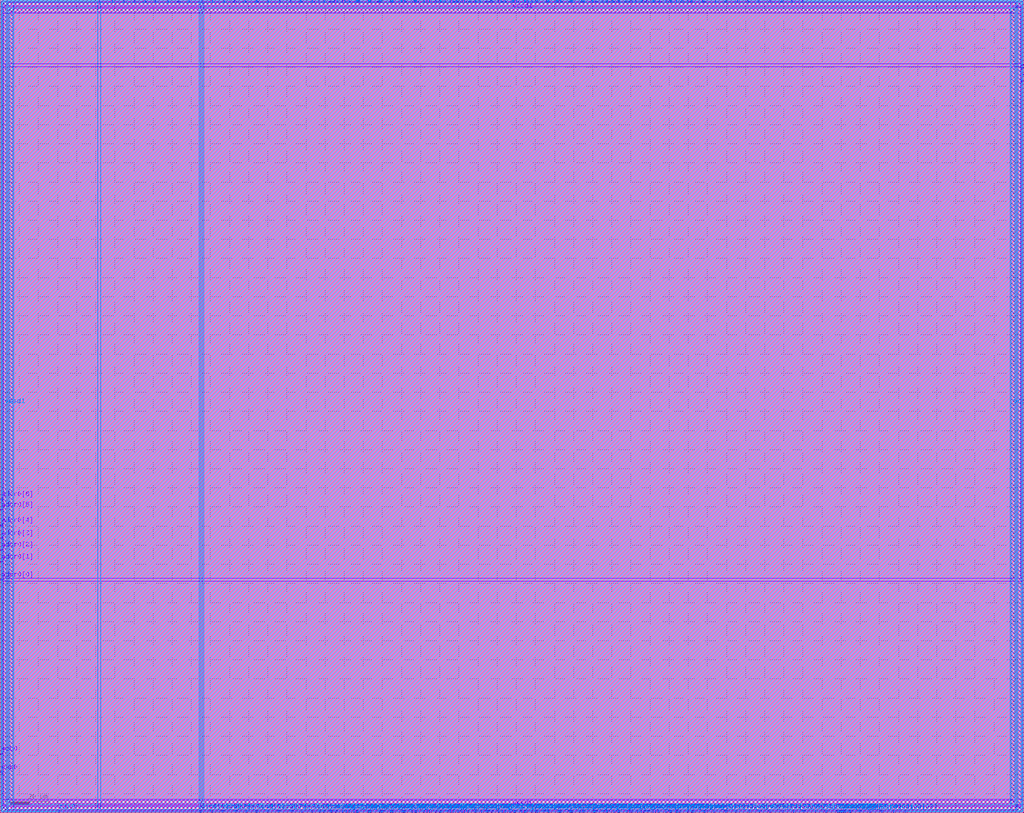
<source format=lef>
# Copyright 2020 The SkyWater PDK Authors
#
# Licensed under the Apache License, Version 2.0 (the "License");
# you may not use this file except in compliance with the License.
# You may obtain a copy of the License at
#
#     https://www.apache.org/licenses/LICENSE-2.0
#
# Unless required by applicable law or agreed to in writing, software
# distributed under the License is distributed on an "AS IS" BASIS,
# WITHOUT WARRANTIES OR CONDITIONS OF ANY KIND, either express or implied.
# See the License for the specific language governing permissions and
# limitations under the License.
#
# SPDX-License-Identifier: Apache-2.0

VERSION 5.7 ;

BUSBITCHARS "[]" ;
DIVIDERCHAR "/" ;

UNITS
  TIME NANOSECONDS 1 ;
  CAPACITANCE PICOFARADS 1 ;
  RESISTANCE OHMS 1 ;
  DATABASE MICRONS 1000 ;
END UNITS

MANUFACTURINGGRID 0.005 ;
USEMINSPACING OBS OFF ;

PROPERTYDEFINITIONS
  LAYER LEF58_TYPE STRING ;
END PROPERTYDEFINITIONS

# High density, single height
SITE unithd
  SYMMETRY Y ;
  CLASS CORE ;
  SIZE 0.46 BY 2.72 ;
END unithd

# High density, double height
SITE unithddbl
  SYMMETRY Y ;
  CLASS CORE ;
  SIZE 0.46 BY 5.44 ;
END unithddbl

LAYER nwell
  TYPE MASTERSLICE ;
  PROPERTY LEF58_TYPE "TYPE NWELL ;" ;
END nwell

LAYER pwell
  TYPE MASTERSLICE ;
  PROPERTY LEF58_TYPE "TYPE PWELL ;" ;
END pwell

LAYER li1
  TYPE ROUTING ;
  DIRECTION VERTICAL ;

  PITCH 0.46 0.34 ;
  OFFSET 0.23 0.17 ;

  WIDTH 0.17 ;          # LI 1
  # SPACING  0.17 ;     # LI 2
  SPACINGTABLE
     PARALLELRUNLENGTH 0
     WIDTH 0 0.17 ;
  AREA 0.0561 ;         # LI 6
  THICKNESS 0.1 ;
  EDGECAPACITANCE 40.697E-6 ;
  CAPACITANCE CPERSQDIST 36.9866E-6 ;
  RESISTANCE RPERSQ 17.0 ;

  ANTENNAMODEL OXIDE1 ;
  ANTENNADIFFSIDEAREARATIO PWL ( ( 0 75 ) ( 0.0125 75 ) ( 0.0225 85.125 ) ( 22.5 10200 ) ) ;
END li1

LAYER mcon
  TYPE CUT ;

  WIDTH 0.17 ;                # Mcon 1
  SPACING 0.19 ;              # Mcon 2
  ENCLOSURE BELOW 0 0 ;       # Mcon 4
  ENCLOSURE ABOVE 0.03 0.06 ; # Met1 4 / Met1 5
  RESISTANCE 23.0 ;

  ANTENNADIFFAREARATIO PWL ( ( 0 3 ) ( 0.0125 3 ) ( 0.0225 3.405 ) ( 22.5 408 ) ) ;
  DCCURRENTDENSITY AVERAGE 0.36 ; # mA per via Iavg_max at Tj = 90oC

END mcon

LAYER met1
  TYPE ROUTING ;
  DIRECTION HORIZONTAL ;

  PITCH 0.34 ;
  OFFSET 0.17 ;

  WIDTH 0.14 ;                     # Met1 1
  # SPACING 0.14 ;                 # Met1 2
  # SPACING 0.28 RANGE 3.001 100 ; # Met1 3b
  SPACINGTABLE
     PARALLELRUNLENGTH 0
     WIDTH 0 0.14
     WIDTH 3 0.28 ;
  AREA 0.083 ;                     # Met1 6
  THICKNESS 0.35 ;
  MINENCLOSEDAREA 0.14 ;

  ANTENNAMODEL OXIDE1 ;
  ANTENNADIFFSIDEAREARATIO PWL ( ( 0 400 ) ( 0.0125 400 ) ( 0.0225 2609 ) ( 22.5 11600 ) ) ;

  EDGECAPACITANCE 40.567E-6 ;
  CAPACITANCE CPERSQDIST 25.7784E-6 ;
  DCCURRENTDENSITY AVERAGE 2.8 ; # mA/um Iavg_max at Tj = 90oC
  ACCURRENTDENSITY RMS 6.1 ; # mA/um Irms_max at Tj = 90oC
  MAXIMUMDENSITY 70 ;
  DENSITYCHECKWINDOW 700 700 ;
  DENSITYCHECKSTEP 70 ;

  RESISTANCE RPERSQ 0.145 ;
END met1

LAYER via
  TYPE CUT ;
  WIDTH 0.15 ;                  # Via 1a
  SPACING 0.17 ;                # Via 2
  ENCLOSURE BELOW 0.055 0.085 ; # Via 4a / Via 5a
  ENCLOSURE ABOVE 0.055 0.085 ; # Met2 4 / Met2 5
  RESISTANCE 15.0 ;

  ANTENNADIFFAREARATIO PWL ( ( 0 6 ) ( 0.0125 6 ) ( 0.0225 6.81 ) ( 22.5 816 ) ) ;
  DCCURRENTDENSITY AVERAGE 0.29 ; # mA per via Iavg_max at Tj = 90oC
END via

LAYER met2
  TYPE ROUTING ;
  DIRECTION VERTICAL ;

  PITCH 0.46 ;
  OFFSET 0.23 ;

  WIDTH 0.14 ;                        # Met2 1
  # SPACING  0.14 ;                   # Met2 2
  # SPACING  0.28 RANGE 3.001 100 ;   # Met2 3b
  SPACINGTABLE
     PARALLELRUNLENGTH 0
     WIDTH 0 0.14
     WIDTH 3 0.28 ;
  AREA 0.0676 ;                       # Met2 6
  THICKNESS 0.35 ;
  MINENCLOSEDAREA 0.14 ;

  EDGECAPACITANCE 37.759E-6 ;
  CAPACITANCE CPERSQDIST 16.9423E-6 ;
  RESISTANCE RPERSQ 0.145 ;
  DCCURRENTDENSITY AVERAGE 2.8 ; # mA/um Iavg_max at Tj = 90oC
  ACCURRENTDENSITY RMS 6.1 ; # mA/um Irms_max at Tj = 90oC

  ANTENNAMODEL OXIDE1 ;
  ANTENNADIFFSIDEAREARATIO PWL ( ( 0 400 ) ( 0.0125 400 ) ( 0.0225 2609 ) ( 22.5 11600 ) ) ;

  MAXIMUMDENSITY 70 ;
  DENSITYCHECKWINDOW 700 700 ;
  DENSITYCHECKSTEP 70 ;
END met2

# ******** Layer via2, type routing, number 44 **************
LAYER via2
  TYPE CUT ;
  WIDTH 0.2 ;                   # Via2 1
  SPACING 0.2 ;                 # Via2 2
  ENCLOSURE BELOW 0.04 0.085 ;  # Via2 4
  ENCLOSURE ABOVE 0.065 0.065 ; # Met3 4
  RESISTANCE 8.0 ;
  ANTENNADIFFAREARATIO PWL ( ( 0 6 ) ( 0.0125 6 ) ( 0.0225 6.81 ) ( 22.5 816 ) ) ;
  DCCURRENTDENSITY AVERAGE 0.48 ; # mA per via Iavg_max at Tj = 90oC
END via2

LAYER met3
  TYPE ROUTING ;
  DIRECTION HORIZONTAL ;

  PITCH 0.68 ;
  OFFSET 0.34 ;

  WIDTH 0.3 ;              # Met3 1
  # SPACING 0.3 ;          # Met3 2
  SPACINGTABLE
     PARALLELRUNLENGTH 0
     WIDTH 0 0.3
     WIDTH 3 0.4 ;
  AREA 0.24 ;              # Met3 6
  THICKNESS 0.8 ;

  EDGECAPACITANCE 40.989E-6 ;
  CAPACITANCE CPERSQDIST 12.3729E-6 ;
  RESISTANCE RPERSQ 0.056 ;
  DCCURRENTDENSITY AVERAGE 6.8 ; # mA/um Iavg_max at Tj = 90oC
  ACCURRENTDENSITY RMS 14.9 ; # mA/um Irms_max at Tj = 90oC

  ANTENNAMODEL OXIDE1 ;
  ANTENNADIFFSIDEAREARATIO PWL ( ( 0 400 ) ( 0.0125 400 ) ( 0.0225 2609 ) ( 22.5 11600 ) ) ;

  MAXIMUMDENSITY 70 ;
  DENSITYCHECKWINDOW 700 700 ;
  DENSITYCHECKSTEP 70 ;
END met3

LAYER via3
  TYPE CUT ;
  WIDTH 0.2 ;                   # Via3 1
  SPACING 0.2 ;                 # Via3 2
  ENCLOSURE BELOW 0.06 0.09 ;   # Via3 4 / Via3 5
  ENCLOSURE ABOVE 0.065 0.065 ; # Met4 3
  RESISTANCE 8.0 ;
  ANTENNADIFFAREARATIO PWL ( ( 0 6 ) ( 0.0125 6 ) ( 0.0225 6.81 ) ( 22.5 816 ) ) ;
  DCCURRENTDENSITY AVERAGE 0.48 ; # mA per via Iavg_max at Tj = 90oC
END via3

LAYER met4
  TYPE ROUTING ;
  DIRECTION VERTICAL ;

  PITCH 0.92 ;
  OFFSET 0.46 ;

  WIDTH 0.3 ;             # Met4 1
  # SPACING  0.3 ;             # Met4 2
  SPACINGTABLE
     PARALLELRUNLENGTH 0
     WIDTH 0 0.3
     WIDTH 3 0.4 ;
  AREA 0.24 ;            # Met4 4a

  THICKNESS 0.8 ;

  EDGECAPACITANCE 36.676E-6 ;
  CAPACITANCE CPERSQDIST 8.41537E-6 ;
  RESISTANCE RPERSQ 0.056 ;
  DCCURRENTDENSITY AVERAGE 6.8 ; # mA/um Iavg_max at Tj = 90oC
  ACCURRENTDENSITY RMS 14.9 ; # mA/um Irms_max at Tj = 90oC

  ANTENNAMODEL OXIDE1 ;
  ANTENNADIFFSIDEAREARATIO PWL ( ( 0 400 ) ( 0.0125 400 ) ( 0.0225 2609 ) ( 22.5 11600 ) ) ;

  MAXIMUMDENSITY 70 ;
  DENSITYCHECKWINDOW 700 700 ;
  DENSITYCHECKSTEP 70 ;
END met4

LAYER via4
  TYPE CUT ;

  WIDTH 0.8 ;                 # Via4 1
  SPACING 0.8 ;               # Via4 2
  ENCLOSURE BELOW 0.19 0.19 ; # Via4 4
  ENCLOSURE ABOVE 0.31 0.31 ; # Met5 3
  RESISTANCE 0.891 ;
  ANTENNADIFFAREARATIO PWL ( ( 0 6 ) ( 0.0125 6 ) ( 0.0225 6.81 ) ( 22.5 816 ) ) ;
  DCCURRENTDENSITY AVERAGE 2.49 ; # mA per via Iavg_max at Tj = 90oC
END via4

LAYER met5
  TYPE ROUTING ;
  DIRECTION HORIZONTAL ;

  PITCH 3.4 ;
  OFFSET 1.7 ;

  WIDTH 1.6 ;            # Met5 1
  #SPACING  1.6 ;        # Met5 2
  SPACINGTABLE
     PARALLELRUNLENGTH 0
     WIDTH 0 1.6 ;
  AREA 4 ;               # Met5 4

  THICKNESS 1.2 ;

  EDGECAPACITANCE 38.851E-6 ;
  CAPACITANCE CPERSQDIST 6.32063E-6 ;
  RESISTANCE RPERSQ 0.0358 ;
  DCCURRENTDENSITY AVERAGE 10.17 ; # mA/um Iavg_max at Tj = 90oC
  ACCURRENTDENSITY RMS 22.34 ; # mA/um Irms_max at Tj = 90oC

  ANTENNAMODEL OXIDE1 ;
  ANTENNADIFFSIDEAREARATIO PWL ( ( 0 400 ) ( 0.0125 400 ) ( 0.0225 2609 ) ( 22.5 11600 ) ) ;
END met5


### Routing via cells section   ###
# Plus via rule, metals are along the prefered direction
VIA L1M1_PR DEFAULT
  LAYER mcon ;
  RECT -0.085 -0.085 0.085 0.085 ;
  LAYER li1 ;
  RECT -0.085 -0.085 0.085 0.085 ;
  LAYER met1 ;
  RECT -0.145 -0.115 0.145 0.115 ;
END L1M1_PR

VIARULE L1M1_PR GENERATE
  LAYER li1 ;
  ENCLOSURE 0 0 ;
  LAYER met1 ;
  ENCLOSURE 0.06 0.03 ;
  LAYER mcon ;
  RECT -0.085 -0.085 0.085 0.085 ;
  SPACING 0.36 BY 0.36 ;
END L1M1_PR

# Plus via rule, metals are along the non prefered direction
VIA L1M1_PR_R DEFAULT
  LAYER mcon ;
  RECT -0.085 -0.085 0.085 0.085 ;
  LAYER li1 ;
  RECT -0.085 -0.085 0.085 0.085 ;
  LAYER met1 ;
  RECT -0.115 -0.145 0.115 0.145 ;
END L1M1_PR_R

VIARULE L1M1_PR_R GENERATE
  LAYER li1 ;
  ENCLOSURE 0 0 ;
  LAYER met1 ;
  ENCLOSURE 0.03 0.06 ;
  LAYER mcon ;
  RECT -0.085 -0.085 0.085 0.085 ;
  SPACING 0.36 BY 0.36 ;
END L1M1_PR_R

# Minus via rule, lower layer metal is along prefered direction
VIA L1M1_PR_M DEFAULT
  LAYER mcon ;
  RECT -0.085 -0.085 0.085 0.085 ;
  LAYER li1 ;
  RECT -0.085 -0.085 0.085 0.085 ;
  LAYER met1 ;
  RECT -0.115 -0.145 0.115 0.145 ;
END L1M1_PR_M

VIARULE L1M1_PR_M GENERATE
  LAYER li1 ;
  ENCLOSURE 0 0 ;
  LAYER met1 ;
  ENCLOSURE 0.03 0.06 ;
  LAYER mcon ;
  RECT -0.085 -0.085 0.085 0.085 ;
  SPACING 0.36 BY 0.36 ;
END L1M1_PR_M

# Minus via rule, upper layer metal is along prefered direction
VIA L1M1_PR_MR DEFAULT
  LAYER mcon ;
  RECT -0.085 -0.085 0.085 0.085 ;
  LAYER li1 ;
  RECT -0.085 -0.085 0.085 0.085 ;
  LAYER met1 ;
  RECT -0.145 -0.115 0.145 0.115 ;
END L1M1_PR_MR

VIARULE L1M1_PR_MR GENERATE
  LAYER li1 ;
  ENCLOSURE 0 0 ;
  LAYER met1 ;
  ENCLOSURE 0.06 0.03 ;
  LAYER mcon ;
  RECT -0.085 -0.085 0.085 0.085 ;
  SPACING 0.36 BY 0.36 ;
END L1M1_PR_MR

# Centered via rule, we really do not want to use it
VIA L1M1_PR_C DEFAULT
  LAYER mcon ;
  RECT -0.085 -0.085 0.085 0.085 ;
  LAYER li1 ;
  RECT -0.085 -0.085 0.085 0.085 ;
  LAYER met1 ;
  RECT -0.145 -0.145 0.145 0.145 ;
END L1M1_PR_C

VIARULE L1M1_PR_C GENERATE
  LAYER li1 ;
  ENCLOSURE 0 0 ;
  LAYER met1 ;
  ENCLOSURE 0.06 0.06 ;
  LAYER mcon ;
  RECT -0.085 -0.085 0.085 0.085 ;
  SPACING 0.36 BY 0.36 ;
END L1M1_PR_C

# Plus via rule, metals are along the prefered direction
VIA M1M2_PR DEFAULT
  LAYER via ;
  RECT -0.075 -0.075 0.075 0.075 ;
  LAYER met1 ;
  RECT -0.16 -0.13 0.16 0.13 ;
  LAYER met2 ;
  RECT -0.13 -0.16 0.13 0.16 ;
END M1M2_PR

VIARULE M1M2_PR GENERATE
  LAYER met1 ;
  ENCLOSURE 0.085 0.055 ;
  LAYER met2 ;
  ENCLOSURE 0.055 0.085 ;
  LAYER via ;
  RECT -0.075 -0.075 0.075 0.075 ;
  SPACING 0.32 BY 0.32 ;
END M1M2_PR

# Plus via rule, metals are along the non prefered direction
VIA M1M2_PR_R DEFAULT
  LAYER via ;
  RECT -0.075 -0.075 0.075 0.075 ;
  LAYER met1 ;
  RECT -0.13 -0.16 0.13 0.16 ;
  LAYER met2 ;
  RECT -0.16 -0.13 0.16 0.13 ;
END M1M2_PR_R

VIARULE M1M2_PR_R GENERATE
  LAYER met1 ;
  ENCLOSURE 0.055 0.085 ;
  LAYER met2 ;
  ENCLOSURE 0.085 0.055 ;
  LAYER via ;
  RECT -0.075 -0.075 0.075 0.075 ;
  SPACING 0.32 BY 0.32 ;
END M1M2_PR_R

# Minus via rule, lower layer metal is along prefered direction
VIA M1M2_PR_M DEFAULT
  LAYER via ;
  RECT -0.075 -0.075 0.075 0.075 ;
  LAYER met1 ;
  RECT -0.16 -0.13 0.16 0.13 ;
  LAYER met2 ;
  RECT -0.16 -0.13 0.16 0.13 ;
END M1M2_PR_M

VIARULE M1M2_PR_M GENERATE
  LAYER met1 ;
  ENCLOSURE 0.085 0.055 ;
  LAYER met2 ;
  ENCLOSURE 0.085 0.055 ;
  LAYER via ;
  RECT -0.075 -0.075 0.075 0.075 ;
  SPACING 0.32 BY 0.32 ;
END M1M2_PR_M

# Minus via rule, upper layer metal is along prefered direction
VIA M1M2_PR_MR DEFAULT
  LAYER via ;
  RECT -0.075 -0.075 0.075 0.075 ;
  LAYER met1 ;
  RECT -0.13 -0.16 0.13 0.16 ;
  LAYER met2 ;
  RECT -0.13 -0.16 0.13 0.16 ;
END M1M2_PR_MR

VIARULE M1M2_PR_MR GENERATE
  LAYER met1 ;
  ENCLOSURE 0.055 0.085 ;
  LAYER met2 ;
  ENCLOSURE 0.055 0.085 ;
  LAYER via ;
  RECT -0.075 -0.075 0.075 0.075 ;
  SPACING 0.32 BY 0.32 ;
END M1M2_PR_MR

# Centered via rule, we really do not want to use it
VIA M1M2_PR_C DEFAULT
  LAYER via ;
  RECT -0.075 -0.075 0.075 0.075 ;
  LAYER met1 ;
  RECT -0.16 -0.16 0.16 0.16 ;
  LAYER met2 ;
  RECT -0.16 -0.16 0.16 0.16 ;
END M1M2_PR_C

VIARULE M1M2_PR_C GENERATE
  LAYER met1 ;
  ENCLOSURE 0.085 0.085 ;
  LAYER met2 ;
  ENCLOSURE 0.085 0.085 ;
  LAYER via ;
  RECT -0.075 -0.075 0.075 0.075 ;
  SPACING 0.32 BY 0.32 ;
END M1M2_PR_C

# Plus via rule, metals are along the prefered direction
VIA M2M3_PR DEFAULT
  LAYER via2 ;
  RECT -0.1 -0.1 0.1 0.1 ;
  LAYER met2 ;
  RECT -0.14 -0.185 0.14 0.185 ;
  LAYER met3 ;
  RECT -0.165 -0.165 0.165 0.165 ;
END M2M3_PR

VIARULE M2M3_PR GENERATE
  LAYER met2 ;
  ENCLOSURE 0.04 0.085 ;
  LAYER met3 ;
  ENCLOSURE 0.065 0.065 ;
  LAYER via2 ;
  RECT -0.1 -0.1 0.1 0.1 ;
  SPACING 0.4 BY 0.4 ;
END M2M3_PR

# Plus via rule, metals are along the non prefered direction
VIA M2M3_PR_R DEFAULT
  LAYER via2 ;
  RECT -0.1 -0.1 0.1 0.1 ;
  LAYER met2 ;
  RECT -0.185 -0.14 0.185 0.14 ;
  LAYER met3 ;
  RECT -0.165 -0.165 0.165 0.165 ;
END M2M3_PR_R

VIARULE M2M3_PR_R GENERATE
  LAYER met2 ;
  ENCLOSURE 0.085 0.04 ;
  LAYER met3 ;
  ENCLOSURE 0.065 0.065 ;
  LAYER via2 ;
  RECT -0.1 -0.1 0.1 0.1 ;
  SPACING 0.4 BY 0.4 ;
END M2M3_PR_R

# Minus via rule, lower layer metal is along prefered direction
VIA M2M3_PR_M DEFAULT
  LAYER via2 ;
  RECT -0.1 -0.1 0.1 0.1 ;
  LAYER met2 ;
  RECT -0.14 -0.185 0.14 0.185 ;
  LAYER met3 ;
  RECT -0.165 -0.165 0.165 0.165 ;
END M2M3_PR_M

VIARULE M2M3_PR_M GENERATE
  LAYER met2 ;
  ENCLOSURE 0.04 0.085 ;
  LAYER met3 ;
  ENCLOSURE 0.065 0.065 ;
  LAYER via2 ;
  RECT -0.1 -0.1 0.1 0.1 ;
  SPACING 0.4 BY 0.4 ;
END M2M3_PR_M

# Minus via rule, upper layer metal is along prefered direction
VIA M2M3_PR_MR DEFAULT
  LAYER via2 ;
  RECT -0.1 -0.1 0.1 0.1 ;
  LAYER met2 ;
  RECT -0.185 -0.14 0.185 0.14 ;
  LAYER met3 ;
  RECT -0.165 -0.165 0.165 0.165 ;
END M2M3_PR_MR

VIARULE M2M3_PR_MR GENERATE
  LAYER met2 ;
  ENCLOSURE 0.085 0.04 ;
  LAYER met3 ;
  ENCLOSURE 0.065 0.065 ;
  LAYER via2 ;
  RECT -0.1 -0.1 0.1 0.1 ;
  SPACING 0.4 BY 0.4 ;
END M2M3_PR_MR

# Centered via rule, we really do not want to use it
VIA M2M3_PR_C DEFAULT
  LAYER via2 ;
  RECT -0.1 -0.1 0.1 0.1 ;
  LAYER met2 ;
  RECT -0.185 -0.185 0.185 0.185 ;
  LAYER met3 ;
  RECT -0.165 -0.165 0.165 0.165 ;
END M2M3_PR_C

VIARULE M2M3_PR_C GENERATE
  LAYER met2 ;
  ENCLOSURE 0.085 0.085 ;
  LAYER met3 ;
  ENCLOSURE 0.065 0.065 ;
  LAYER via2 ;
  RECT -0.1 -0.1 0.1 0.1 ;
  SPACING 0.4 BY 0.4 ;
END M2M3_PR_C

# Plus via rule, metals are along the prefered direction
VIA M3M4_PR DEFAULT
  LAYER via3 ;
  RECT -0.1 -0.1 0.1 0.1 ;
  LAYER met3 ;
  RECT -0.19 -0.16 0.19 0.16 ;
  LAYER met4 ;
  RECT -0.165 -0.165 0.165 0.165 ;
END M3M4_PR

VIARULE M3M4_PR GENERATE
  LAYER met3 ;
  ENCLOSURE 0.09 0.06 ;
  LAYER met4 ;
  ENCLOSURE 0.065 0.065 ;
  LAYER via3 ;
  RECT -0.1 -0.1 0.1 0.1 ;
  SPACING 0.4 BY 0.4 ;
END M3M4_PR

# Plus via rule, metals are along the non prefered direction
VIA M3M4_PR_R DEFAULT
  LAYER via3 ;
  RECT -0.1 -0.1 0.1 0.1 ;
  LAYER met3 ;
  RECT -0.16 -0.19 0.16 0.19 ;
  LAYER met4 ;
  RECT -0.165 -0.165 0.165 0.165 ;
END M3M4_PR_R

VIARULE M3M4_PR_R GENERATE
  LAYER met3 ;
  ENCLOSURE 0.06 0.09 ;
  LAYER met4 ;
  ENCLOSURE 0.065 0.065 ;
  LAYER via3 ;
  RECT -0.1 -0.1 0.1 0.1 ;
  SPACING 0.4 BY 0.4 ;
END M3M4_PR_R

# Minus via rule, lower layer metal is along prefered direction
VIA M3M4_PR_M DEFAULT
  LAYER via3 ;
  RECT -0.1 -0.1 0.1 0.1 ;
  LAYER met3 ;
  RECT -0.19 -0.16 0.19 0.16 ;
  LAYER met4 ;
  RECT -0.165 -0.165 0.165 0.165 ;
END M3M4_PR_M

VIARULE M3M4_PR_M GENERATE
  LAYER met3 ;
  ENCLOSURE 0.09 0.06 ;
  LAYER met4 ;
  ENCLOSURE 0.065 0.065 ;
  LAYER via3 ;
  RECT -0.1 -0.1 0.1 0.1 ;
  SPACING 0.4 BY 0.4 ;
END M3M4_PR_M

# Minus via rule, upper layer metal is along prefered direction
VIA M3M4_PR_MR DEFAULT
  LAYER via3 ;
  RECT -0.1 -0.1 0.1 0.1 ;
  LAYER met3 ;
  RECT -0.16 -0.19 0.16 0.19 ;
  LAYER met4 ;
  RECT -0.165 -0.165 0.165 0.165 ;
END M3M4_PR_MR

VIARULE M3M4_PR_MR GENERATE
  LAYER met3 ;
  ENCLOSURE 0.06 0.09 ;
  LAYER met4 ;
  ENCLOSURE 0.065 0.065 ;
  LAYER via3 ;
  RECT -0.1 -0.1 0.1 0.1 ;
  SPACING 0.4 BY 0.4 ;
END M3M4_PR_MR

# Centered via rule, we really do not want to use it
VIA M3M4_PR_C DEFAULT
  LAYER via3 ;
  RECT -0.1 -0.1 0.1 0.1 ;
  LAYER met3 ;
  RECT -0.19 -0.19 0.19 0.19 ;
  LAYER met4 ;
  RECT -0.165 -0.165 0.165 0.165 ;
END M3M4_PR_C

VIARULE M3M4_PR_C GENERATE
  LAYER met3 ;
  ENCLOSURE 0.09 0.09 ;
  LAYER met4 ;
  ENCLOSURE 0.065 0.065 ;
  LAYER via3 ;
  RECT -0.1 -0.1 0.1 0.1 ;
  SPACING 0.4 BY 0.4 ;
END M3M4_PR_C

# Plus via rule, metals are along the prefered direction
VIA M4M5_PR DEFAULT
  LAYER via4 ;
  RECT -0.4 -0.4 0.4 0.4 ;
  LAYER met4 ;
  RECT -0.59 -0.59 0.59 0.59 ;
  LAYER met5 ;
  RECT -0.71 -0.71 0.71 0.71 ;
END M4M5_PR

VIARULE M4M5_PR GENERATE
  LAYER met4 ;
  ENCLOSURE 0.19 0.19 ;
  LAYER met5 ;
  ENCLOSURE 0.31 0.31 ;
  LAYER via4 ;
  RECT -0.4 -0.4 0.4 0.4 ;
  SPACING 1.6 BY 1.6 ;
END M4M5_PR

# Plus via rule, metals are along the non prefered direction
VIA M4M5_PR_R DEFAULT
  LAYER via4 ;
  RECT -0.4 -0.4 0.4 0.4 ;
  LAYER met4 ;
  RECT -0.59 -0.59 0.59 0.59 ;
  LAYER met5 ;
  RECT -0.71 -0.71 0.71 0.71 ;
END M4M5_PR_R

VIARULE M4M5_PR_R GENERATE
  LAYER met4 ;
  ENCLOSURE 0.19 0.19 ;
  LAYER met5 ;
  ENCLOSURE 0.31 0.31 ;
  LAYER via4 ;
  RECT -0.4 -0.4 0.4 0.4 ;
  SPACING 1.6 BY 1.6 ;
END M4M5_PR_R

# Minus via rule, lower layer metal is along prefered direction
VIA M4M5_PR_M DEFAULT
  LAYER via4 ;
  RECT -0.4 -0.4 0.4 0.4 ;
  LAYER met4 ;
  RECT -0.59 -0.59 0.59 0.59 ;
  LAYER met5 ;
  RECT -0.71 -0.71 0.71 0.71 ;
END M4M5_PR_M

VIARULE M4M5_PR_M GENERATE
  LAYER met4 ;
  ENCLOSURE 0.19 0.19 ;
  LAYER met5 ;
  ENCLOSURE 0.31 0.31 ;
  LAYER via4 ;
  RECT -0.4 -0.4 0.4 0.4 ;
  SPACING 1.6 BY 1.6 ;
END M4M5_PR_M

# Minus via rule, upper layer metal is along prefered direction
VIA M4M5_PR_MR DEFAULT
  LAYER via4 ;
  RECT -0.4 -0.4 0.4 0.4 ;
  LAYER met4 ;
  RECT -0.59 -0.59 0.59 0.59 ;
  LAYER met5 ;
  RECT -0.71 -0.71 0.71 0.71 ;
END M4M5_PR_MR

VIARULE M4M5_PR_MR GENERATE
  LAYER met4 ;
  ENCLOSURE 0.19 0.19 ;
  LAYER met5 ;
  ENCLOSURE 0.31 0.31 ;
  LAYER via4 ;
  RECT -0.4 -0.4 0.4 0.4 ;
  SPACING 1.6 BY 1.6 ;
END M4M5_PR_MR

# Centered via rule, we really do not want to use it
VIA M4M5_PR_C DEFAULT
  LAYER via4 ;
  RECT -0.4 -0.4 0.4 0.4 ;
  LAYER met4 ;
  RECT -0.59 -0.59 0.59 0.59 ;
  LAYER met5 ;
  RECT -0.71 -0.71 0.71 0.71 ;
END M4M5_PR_C

VIARULE M4M5_PR_C GENERATE
  LAYER met4 ;
  ENCLOSURE 0.19 0.19 ;
  LAYER met5 ;
  ENCLOSURE 0.31 0.31 ;
  LAYER via4 ;
  RECT -0.4 -0.4 0.4 0.4 ;
  SPACING 1.6 BY 1.6 ;
END M4M5_PR_C
###  end of single via cells   ###


MACRO sky130_fd_sc_hd__a2bb2o_1
  CLASS CORE ;
  FOREIGN sky130_fd_sc_hd__a2bb2o_1 ;
  ORIGIN 0.000 0.000 ;
  SIZE 3.680 BY 2.720 ;
  SYMMETRY X Y R90 ;
  SITE unithd ;
  PIN A1_N
    DIRECTION INPUT ;
    USE SIGNAL ;
    PORT
      LAYER li1 ;
        RECT 0.910 0.995 1.240 1.615 ;
    END
  END A1_N
  PIN A2_N
    DIRECTION INPUT ;
    USE SIGNAL ;
    PORT
      LAYER li1 ;
        RECT 1.410 0.995 1.700 1.375 ;
    END
  END A2_N
  PIN B1
    DIRECTION INPUT ;
    USE SIGNAL ;
    PORT
      LAYER li1 ;
        RECT 3.280 0.765 3.540 1.655 ;
    END
  END B1
  PIN B2
    DIRECTION INPUT ;
    USE SIGNAL ;
    PORT
      LAYER li1 ;
        RECT 2.600 1.355 3.080 1.655 ;
        RECT 2.820 0.765 3.080 1.355 ;
    END
  END B2
  PIN VGND
    DIRECTION INOUT ;
    USE GROUND ;
    SHAPE ABUTMENT ;
    PORT
      LAYER met1 ;
        RECT 0.000 -0.240 3.680 0.240 ;
    END
  END VGND
  PIN VNB
    DIRECTION INOUT ;
    USE GROUND ;
    PORT
      LAYER pwell ;
        RECT 0.005 0.785 0.925 1.015 ;
        RECT 0.005 0.105 3.590 0.785 ;
        RECT 0.150 -0.085 0.320 0.105 ;
    END
  END VNB
  PIN VPB
    DIRECTION INOUT ;
    USE POWER ;
    PORT
      LAYER nwell ;
        RECT -0.190 1.305 3.870 2.910 ;
    END
  END VPB
  PIN VPWR
    DIRECTION INOUT ;
    USE POWER ;
    SHAPE ABUTMENT ;
    PORT
      LAYER met1 ;
        RECT 0.000 2.480 3.680 2.960 ;
    END
  END VPWR
  PIN X
    DIRECTION OUTPUT ;
    USE SIGNAL ;
    ANTENNADIFFAREA 0.429000 ;
    PORT
      LAYER li1 ;
        RECT 0.085 1.525 0.345 2.465 ;
        RECT 0.085 0.810 0.260 1.525 ;
        RECT 0.085 0.255 0.345 0.810 ;
    END
  END X
  OBS
      LAYER li1 ;
        RECT 0.000 2.635 3.680 2.805 ;
        RECT 0.515 2.235 0.845 2.635 ;
        RECT 1.990 2.370 2.245 2.465 ;
        RECT 1.105 2.200 2.245 2.370 ;
        RECT 2.415 2.255 2.745 2.425 ;
        RECT 1.105 1.975 1.275 2.200 ;
        RECT 0.515 1.805 1.275 1.975 ;
        RECT 1.990 2.065 2.245 2.200 ;
        RECT 0.515 1.325 0.685 1.805 ;
        RECT 1.540 1.715 1.710 1.905 ;
        RECT 1.990 1.895 2.400 2.065 ;
        RECT 1.540 1.545 2.060 1.715 ;
        RECT 0.430 0.995 0.685 1.325 ;
        RECT 1.890 0.825 2.060 1.545 ;
        RECT 1.180 0.655 2.060 0.825 ;
        RECT 2.230 0.870 2.400 1.895 ;
        RECT 2.575 2.005 2.745 2.255 ;
        RECT 2.915 2.175 3.165 2.635 ;
        RECT 3.335 2.005 3.515 2.465 ;
        RECT 2.575 1.835 3.515 2.005 ;
        RECT 2.230 0.700 2.580 0.870 ;
        RECT 0.515 0.085 0.945 0.530 ;
        RECT 1.180 0.255 1.350 0.655 ;
        RECT 1.520 0.085 2.240 0.485 ;
        RECT 2.410 0.255 2.580 0.700 ;
        RECT 3.155 0.085 3.555 0.595 ;
        RECT 0.000 -0.085 3.680 0.085 ;
      LAYER mcon ;
        RECT 0.145 2.635 0.315 2.805 ;
        RECT 0.605 2.635 0.775 2.805 ;
        RECT 1.065 2.635 1.235 2.805 ;
        RECT 1.525 2.635 1.695 2.805 ;
        RECT 1.985 2.635 2.155 2.805 ;
        RECT 2.445 2.635 2.615 2.805 ;
        RECT 2.905 2.635 3.075 2.805 ;
        RECT 3.365 2.635 3.535 2.805 ;
        RECT 0.145 -0.085 0.315 0.085 ;
        RECT 0.605 -0.085 0.775 0.085 ;
        RECT 1.065 -0.085 1.235 0.085 ;
        RECT 1.525 -0.085 1.695 0.085 ;
        RECT 1.985 -0.085 2.155 0.085 ;
        RECT 2.445 -0.085 2.615 0.085 ;
        RECT 2.905 -0.085 3.075 0.085 ;
        RECT 3.365 -0.085 3.535 0.085 ;
  END
END sky130_fd_sc_hd__a2bb2o_1
MACRO sky130_fd_sc_hd__a2bb2o_2
  CLASS CORE ;
  FOREIGN sky130_fd_sc_hd__a2bb2o_2 ;
  ORIGIN 0.000 0.000 ;
  SIZE 4.140 BY 2.720 ;
  SYMMETRY X Y R90 ;
  SITE unithd ;
  PIN A1_N
    DIRECTION INPUT ;
    USE SIGNAL ;
    PORT
      LAYER li1 ;
        RECT 1.345 0.995 1.675 1.615 ;
    END
  END A1_N
  PIN A2_N
    DIRECTION INPUT ;
    USE SIGNAL ;
    PORT
      LAYER li1 ;
        RECT 1.845 0.995 2.135 1.375 ;
    END
  END A2_N
  PIN B1
    DIRECTION INPUT ;
    USE SIGNAL ;
    PORT
      LAYER li1 ;
        RECT 3.730 0.765 3.990 1.655 ;
    END
  END B1
  PIN B2
    DIRECTION INPUT ;
    USE SIGNAL ;
    PORT
      LAYER li1 ;
        RECT 3.050 1.355 3.530 1.655 ;
        RECT 3.270 0.765 3.530 1.355 ;
    END
  END B2
  PIN VGND
    DIRECTION INOUT ;
    USE GROUND ;
    SHAPE ABUTMENT ;
    PORT
      LAYER met1 ;
        RECT 0.000 -0.240 4.140 0.240 ;
    END
  END VGND
  PIN VNB
    DIRECTION INOUT ;
    USE GROUND ;
    PORT
      LAYER pwell ;
        RECT 0.015 0.785 1.360 1.015 ;
        RECT 0.015 0.105 4.040 0.785 ;
        RECT 0.125 -0.085 0.295 0.105 ;
    END
  END VNB
  PIN VPB
    DIRECTION INOUT ;
    USE POWER ;
    PORT
      LAYER nwell ;
        RECT -0.190 1.305 4.330 2.910 ;
    END
  END VPB
  PIN VPWR
    DIRECTION INOUT ;
    USE POWER ;
    SHAPE ABUTMENT ;
    PORT
      LAYER met1 ;
        RECT 0.000 2.480 4.140 2.960 ;
    END
  END VPWR
  PIN X
    DIRECTION OUTPUT ;
    USE SIGNAL ;
    ANTENNADIFFAREA 0.445500 ;
    PORT
      LAYER li1 ;
        RECT 0.525 1.525 0.780 2.465 ;
        RECT 0.525 0.810 0.695 1.525 ;
        RECT 0.525 0.255 0.780 0.810 ;
    END
  END X
  OBS
      LAYER li1 ;
        RECT 0.000 2.635 4.140 2.805 ;
        RECT 0.185 1.445 0.355 2.635 ;
        RECT 0.950 2.235 1.280 2.635 ;
        RECT 2.500 2.370 2.670 2.465 ;
        RECT 1.540 2.200 2.670 2.370 ;
        RECT 2.875 2.255 3.205 2.425 ;
        RECT 1.540 1.975 1.710 2.200 ;
        RECT 0.950 1.805 1.710 1.975 ;
        RECT 2.440 2.065 2.670 2.200 ;
        RECT 0.950 1.325 1.120 1.805 ;
        RECT 1.975 1.715 2.145 1.905 ;
        RECT 2.440 1.895 2.850 2.065 ;
        RECT 1.975 1.545 2.510 1.715 ;
        RECT 0.865 0.995 1.120 1.325 ;
        RECT 0.185 0.085 0.355 0.930 ;
        RECT 2.340 0.825 2.510 1.545 ;
        RECT 1.615 0.655 2.510 0.825 ;
        RECT 2.680 0.870 2.850 1.895 ;
        RECT 3.035 2.005 3.205 2.255 ;
        RECT 3.375 2.175 3.625 2.635 ;
        RECT 3.795 2.005 3.965 2.465 ;
        RECT 3.035 1.835 3.965 2.005 ;
        RECT 2.680 0.700 3.030 0.870 ;
        RECT 0.950 0.085 1.380 0.530 ;
        RECT 1.615 0.255 1.785 0.655 ;
        RECT 1.955 0.085 2.690 0.485 ;
        RECT 2.860 0.255 3.030 0.700 ;
        RECT 3.605 0.085 4.005 0.595 ;
        RECT 0.000 -0.085 4.140 0.085 ;
      LAYER mcon ;
        RECT 0.145 2.635 0.315 2.805 ;
        RECT 0.605 2.635 0.775 2.805 ;
        RECT 1.065 2.635 1.235 2.805 ;
        RECT 1.525 2.635 1.695 2.805 ;
        RECT 1.985 2.635 2.155 2.805 ;
        RECT 2.445 2.635 2.615 2.805 ;
        RECT 2.905 2.635 3.075 2.805 ;
        RECT 3.365 2.635 3.535 2.805 ;
        RECT 3.825 2.635 3.995 2.805 ;
        RECT 0.145 -0.085 0.315 0.085 ;
        RECT 0.605 -0.085 0.775 0.085 ;
        RECT 1.065 -0.085 1.235 0.085 ;
        RECT 1.525 -0.085 1.695 0.085 ;
        RECT 1.985 -0.085 2.155 0.085 ;
        RECT 2.445 -0.085 2.615 0.085 ;
        RECT 2.905 -0.085 3.075 0.085 ;
        RECT 3.365 -0.085 3.535 0.085 ;
        RECT 3.825 -0.085 3.995 0.085 ;
  END
END sky130_fd_sc_hd__a2bb2o_2
MACRO sky130_fd_sc_hd__a2bb2o_4
  CLASS CORE ;
  FOREIGN sky130_fd_sc_hd__a2bb2o_4 ;
  ORIGIN 0.000 0.000 ;
  SIZE 7.360 BY 2.720 ;
  SYMMETRY X Y R90 ;
  SITE unithd ;
  PIN A1_N
    DIRECTION INPUT ;
    USE SIGNAL ;
    PORT
      LAYER li1 ;
        RECT 3.475 1.445 4.965 1.615 ;
        RECT 3.475 1.325 3.645 1.445 ;
        RECT 3.315 1.075 3.645 1.325 ;
        RECT 4.605 1.075 4.965 1.445 ;
    END
  END A1_N
  PIN A2_N
    DIRECTION INPUT ;
    USE SIGNAL ;
    PORT
      LAYER li1 ;
        RECT 3.815 1.075 4.435 1.275 ;
    END
  END A2_N
  PIN B1
    DIRECTION INPUT ;
    USE SIGNAL ;
    PORT
      LAYER li1 ;
        RECT 0.085 1.445 1.685 1.615 ;
        RECT 0.085 1.075 0.575 1.445 ;
        RECT 1.515 1.245 1.685 1.445 ;
        RECT 1.515 1.075 1.895 1.245 ;
    END
  END B1
  PIN B2
    DIRECTION INPUT ;
    USE SIGNAL ;
    PORT
      LAYER li1 ;
        RECT 0.805 1.075 1.345 1.275 ;
    END
  END B2
  PIN VGND
    DIRECTION INOUT ;
    USE GROUND ;
    SHAPE ABUTMENT ;
    PORT
      LAYER met1 ;
        RECT 0.000 -0.240 7.360 0.240 ;
    END
  END VGND
  PIN VNB
    DIRECTION INOUT ;
    USE GROUND ;
    PORT
      LAYER pwell ;
        RECT 0.005 0.105 6.915 1.015 ;
        RECT 0.150 -0.085 0.320 0.105 ;
    END
  END VNB
  PIN VPB
    DIRECTION INOUT ;
    USE POWER ;
    PORT
      LAYER nwell ;
        RECT -0.190 1.305 7.550 2.910 ;
    END
  END VPB
  PIN VPWR
    DIRECTION INOUT ;
    USE POWER ;
    SHAPE ABUTMENT ;
    PORT
      LAYER met1 ;
        RECT 0.000 2.480 7.360 2.960 ;
    END
  END VPWR
  PIN X
    DIRECTION OUTPUT ;
    USE SIGNAL ;
    ANTENNADIFFAREA 0.891000 ;
    PORT
      LAYER li1 ;
        RECT 5.275 1.955 5.525 2.465 ;
        RECT 6.115 1.955 6.365 2.465 ;
        RECT 5.275 1.785 6.365 1.955 ;
        RECT 6.115 1.655 6.365 1.785 ;
        RECT 6.115 1.415 6.920 1.655 ;
        RECT 6.610 0.905 6.920 1.415 ;
        RECT 5.235 0.725 6.920 0.905 ;
        RECT 5.235 0.275 5.565 0.725 ;
        RECT 6.075 0.275 6.405 0.725 ;
    END
  END X
  OBS
      LAYER li1 ;
        RECT 0.000 2.635 7.360 2.805 ;
        RECT 0.135 1.955 0.385 2.465 ;
        RECT 0.555 2.125 0.805 2.635 ;
        RECT 0.975 1.955 1.225 2.465 ;
        RECT 1.395 2.125 1.645 2.635 ;
        RECT 1.815 2.295 2.905 2.465 ;
        RECT 1.815 1.955 2.065 2.295 ;
        RECT 2.655 2.135 2.905 2.295 ;
        RECT 3.175 2.135 3.425 2.635 ;
        RECT 3.595 2.295 4.685 2.465 ;
        RECT 3.595 2.135 3.845 2.295 ;
        RECT 0.135 1.785 2.065 1.955 ;
        RECT 1.855 1.455 2.065 1.785 ;
        RECT 2.235 1.965 2.485 2.125 ;
        RECT 4.015 1.965 4.265 2.125 ;
        RECT 2.235 1.415 2.620 1.965 ;
        RECT 3.135 1.785 4.265 1.965 ;
        RECT 4.435 1.785 4.685 2.295 ;
        RECT 4.855 1.795 5.105 2.635 ;
        RECT 5.695 2.165 5.945 2.635 ;
        RECT 6.535 1.825 6.785 2.635 ;
        RECT 3.135 1.665 3.305 1.785 ;
        RECT 2.955 1.495 3.305 1.665 ;
        RECT 2.235 0.905 2.445 1.415 ;
        RECT 2.955 1.245 3.145 1.495 ;
        RECT 2.615 1.075 3.145 1.245 ;
        RECT 5.135 1.245 5.460 1.615 ;
        RECT 5.135 1.075 6.440 1.245 ;
        RECT 2.955 0.905 3.145 1.075 ;
        RECT 0.175 0.085 0.345 0.895 ;
        RECT 0.515 0.475 0.765 0.905 ;
        RECT 0.935 0.735 2.525 0.905 ;
        RECT 0.935 0.645 1.270 0.735 ;
        RECT 0.515 0.255 1.685 0.475 ;
        RECT 1.855 0.085 2.025 0.555 ;
        RECT 2.195 0.255 2.525 0.735 ;
        RECT 2.955 0.725 4.725 0.905 ;
        RECT 2.695 0.085 3.385 0.555 ;
        RECT 3.555 0.255 3.885 0.725 ;
        RECT 4.055 0.085 4.225 0.555 ;
        RECT 4.395 0.255 4.725 0.725 ;
        RECT 4.895 0.085 5.065 0.895 ;
        RECT 5.735 0.085 5.905 0.555 ;
        RECT 6.575 0.085 6.745 0.555 ;
        RECT 0.000 -0.085 7.360 0.085 ;
      LAYER mcon ;
        RECT 0.145 2.635 0.315 2.805 ;
        RECT 0.605 2.635 0.775 2.805 ;
        RECT 1.065 2.635 1.235 2.805 ;
        RECT 1.525 2.635 1.695 2.805 ;
        RECT 1.985 2.635 2.155 2.805 ;
        RECT 2.445 2.635 2.615 2.805 ;
        RECT 2.905 2.635 3.075 2.805 ;
        RECT 3.365 2.635 3.535 2.805 ;
        RECT 3.825 2.635 3.995 2.805 ;
        RECT 4.285 2.635 4.455 2.805 ;
        RECT 4.745 2.635 4.915 2.805 ;
        RECT 5.205 2.635 5.375 2.805 ;
        RECT 5.665 2.635 5.835 2.805 ;
        RECT 6.125 2.635 6.295 2.805 ;
        RECT 6.585 2.635 6.755 2.805 ;
        RECT 7.045 2.635 7.215 2.805 ;
        RECT 2.450 1.445 2.620 1.615 ;
        RECT 5.230 1.445 5.400 1.615 ;
        RECT 0.145 -0.085 0.315 0.085 ;
        RECT 0.605 -0.085 0.775 0.085 ;
        RECT 1.065 -0.085 1.235 0.085 ;
        RECT 1.525 -0.085 1.695 0.085 ;
        RECT 1.985 -0.085 2.155 0.085 ;
        RECT 2.445 -0.085 2.615 0.085 ;
        RECT 2.905 -0.085 3.075 0.085 ;
        RECT 3.365 -0.085 3.535 0.085 ;
        RECT 3.825 -0.085 3.995 0.085 ;
        RECT 4.285 -0.085 4.455 0.085 ;
        RECT 4.745 -0.085 4.915 0.085 ;
        RECT 5.205 -0.085 5.375 0.085 ;
        RECT 5.665 -0.085 5.835 0.085 ;
        RECT 6.125 -0.085 6.295 0.085 ;
        RECT 6.585 -0.085 6.755 0.085 ;
        RECT 7.045 -0.085 7.215 0.085 ;
      LAYER met1 ;
        RECT 2.390 1.600 2.680 1.645 ;
        RECT 5.170 1.600 5.460 1.645 ;
        RECT 2.390 1.460 5.460 1.600 ;
        RECT 2.390 1.415 2.680 1.460 ;
        RECT 5.170 1.415 5.460 1.460 ;
  END
END sky130_fd_sc_hd__a2bb2o_4
MACRO sky130_fd_sc_hd__a2bb2oi_1
  CLASS CORE ;
  FOREIGN sky130_fd_sc_hd__a2bb2oi_1 ;
  ORIGIN 0.000 0.000 ;
  SIZE 3.220 BY 2.720 ;
  SYMMETRY X Y R90 ;
  SITE unithd ;
  PIN A1_N
    DIRECTION INPUT ;
    USE SIGNAL ;
    PORT
      LAYER li1 ;
        RECT 0.150 0.995 0.520 1.615 ;
    END
  END A1_N
  PIN A2_N
    DIRECTION INPUT ;
    USE SIGNAL ;
    PORT
      LAYER li1 ;
        RECT 0.725 1.010 1.240 1.275 ;
    END
  END A2_N
  PIN B1
    DIRECTION INPUT ;
    USE SIGNAL ;
    PORT
      LAYER li1 ;
        RECT 2.780 0.995 3.070 1.615 ;
    END
  END B1
  PIN B2
    DIRECTION INPUT ;
    USE SIGNAL ;
    PORT
      LAYER li1 ;
        RECT 2.245 0.995 2.610 1.615 ;
        RECT 2.440 0.425 2.610 0.995 ;
    END
  END B2
  PIN VGND
    DIRECTION INOUT ;
    USE GROUND ;
    SHAPE ABUTMENT ;
    PORT
      LAYER met1 ;
        RECT 0.000 -0.240 3.220 0.240 ;
    END
  END VGND
  PIN VNB
    DIRECTION INOUT ;
    USE GROUND ;
    PORT
      LAYER pwell ;
        RECT 0.005 0.105 3.215 1.015 ;
        RECT 0.145 -0.085 0.315 0.105 ;
    END
  END VNB
  PIN VPB
    DIRECTION INOUT ;
    USE POWER ;
    PORT
      LAYER nwell ;
        RECT -0.190 1.305 3.410 2.910 ;
    END
  END VPB
  PIN VPWR
    DIRECTION INOUT ;
    USE POWER ;
    SHAPE ABUTMENT ;
    PORT
      LAYER met1 ;
        RECT 0.000 2.480 3.220 2.960 ;
    END
  END VPWR
  PIN Y
    DIRECTION OUTPUT ;
    USE SIGNAL ;
    ANTENNADIFFAREA 0.515500 ;
    PORT
      LAYER li1 ;
        RECT 1.420 1.955 1.785 2.465 ;
        RECT 1.420 1.785 1.945 1.955 ;
        RECT 1.775 0.825 1.945 1.785 ;
        RECT 1.775 0.255 2.205 0.825 ;
    END
  END Y
  OBS
      LAYER li1 ;
        RECT 0.000 2.635 3.220 2.805 ;
        RECT 0.095 1.805 0.425 2.635 ;
        RECT 0.875 1.615 1.205 2.465 ;
        RECT 1.955 2.235 2.285 2.465 ;
        RECT 2.115 1.955 2.285 2.235 ;
        RECT 2.455 2.135 2.705 2.635 ;
        RECT 2.875 1.955 3.130 2.465 ;
        RECT 2.115 1.785 3.130 1.955 ;
        RECT 0.875 1.445 1.580 1.615 ;
        RECT 1.410 0.830 1.580 1.445 ;
        RECT 0.095 0.085 0.425 0.825 ;
        RECT 0.595 0.660 1.580 0.830 ;
        RECT 0.595 0.255 0.765 0.660 ;
        RECT 0.935 0.085 1.605 0.490 ;
        RECT 2.795 0.085 3.125 0.825 ;
        RECT 0.000 -0.085 3.220 0.085 ;
      LAYER mcon ;
        RECT 0.145 2.635 0.315 2.805 ;
        RECT 0.605 2.635 0.775 2.805 ;
        RECT 1.065 2.635 1.235 2.805 ;
        RECT 1.525 2.635 1.695 2.805 ;
        RECT 1.985 2.635 2.155 2.805 ;
        RECT 2.445 2.635 2.615 2.805 ;
        RECT 2.905 2.635 3.075 2.805 ;
        RECT 0.145 -0.085 0.315 0.085 ;
        RECT 0.605 -0.085 0.775 0.085 ;
        RECT 1.065 -0.085 1.235 0.085 ;
        RECT 1.525 -0.085 1.695 0.085 ;
        RECT 1.985 -0.085 2.155 0.085 ;
        RECT 2.445 -0.085 2.615 0.085 ;
        RECT 2.905 -0.085 3.075 0.085 ;
  END
END sky130_fd_sc_hd__a2bb2oi_1
MACRO sky130_fd_sc_hd__a2bb2oi_2
  CLASS CORE ;
  FOREIGN sky130_fd_sc_hd__a2bb2oi_2 ;
  ORIGIN 0.000 0.000 ;
  SIZE 5.520 BY 2.720 ;
  SYMMETRY X Y R90 ;
  SITE unithd ;
  PIN A1_N
    DIRECTION INPUT ;
    USE SIGNAL ;
    PORT
      LAYER li1 ;
        RECT 3.310 1.075 4.205 1.275 ;
    END
  END A1_N
  PIN A2_N
    DIRECTION INPUT ;
    USE SIGNAL ;
    PORT
      LAYER li1 ;
        RECT 4.455 1.075 5.435 1.275 ;
    END
  END A2_N
  PIN B1
    DIRECTION INPUT ;
    USE SIGNAL ;
    PORT
      LAYER li1 ;
        RECT 0.085 1.445 2.030 1.615 ;
        RECT 0.085 1.075 0.710 1.445 ;
        RECT 1.700 1.075 2.030 1.445 ;
    END
  END B1
  PIN B2
    DIRECTION INPUT ;
    USE SIGNAL ;
    PORT
      LAYER li1 ;
        RECT 0.940 1.075 1.480 1.275 ;
    END
  END B2
  PIN VGND
    DIRECTION INOUT ;
    USE GROUND ;
    SHAPE ABUTMENT ;
    PORT
      LAYER met1 ;
        RECT 0.000 -0.240 5.520 0.240 ;
    END
  END VGND
  PIN VNB
    DIRECTION INOUT ;
    USE GROUND ;
    PORT
      LAYER pwell ;
        RECT 0.140 0.105 5.390 1.015 ;
        RECT 0.145 -0.085 0.315 0.105 ;
    END
  END VNB
  PIN VPB
    DIRECTION INOUT ;
    USE POWER ;
    PORT
      LAYER nwell ;
        RECT -0.190 1.305 5.710 2.910 ;
    END
  END VPB
  PIN VPWR
    DIRECTION INOUT ;
    USE POWER ;
    SHAPE ABUTMENT ;
    PORT
      LAYER met1 ;
        RECT 0.000 2.480 5.520 2.960 ;
    END
  END VPWR
  PIN Y
    DIRECTION OUTPUT ;
    USE SIGNAL ;
    ANTENNADIFFAREA 0.621000 ;
    PORT
      LAYER li1 ;
        RECT 2.370 1.660 2.620 2.125 ;
        RECT 2.370 0.905 2.660 1.660 ;
        RECT 1.070 0.725 2.660 0.905 ;
        RECT 1.070 0.645 1.400 0.725 ;
        RECT 2.330 0.255 2.660 0.725 ;
    END
  END Y
  OBS
      LAYER li1 ;
        RECT 0.000 2.635 5.520 2.805 ;
        RECT 0.270 1.955 0.520 2.465 ;
        RECT 0.690 2.135 0.940 2.635 ;
        RECT 1.110 1.955 1.360 2.465 ;
        RECT 1.530 2.135 1.780 2.635 ;
        RECT 1.950 2.295 3.040 2.465 ;
        RECT 1.950 1.955 2.200 2.295 ;
        RECT 0.270 1.785 2.200 1.955 ;
        RECT 2.790 1.795 3.040 2.295 ;
        RECT 3.310 1.965 3.560 2.465 ;
        RECT 3.730 2.135 3.980 2.635 ;
        RECT 4.150 2.295 5.240 2.465 ;
        RECT 4.150 1.965 4.400 2.295 ;
        RECT 3.310 1.785 4.400 1.965 ;
        RECT 4.570 1.615 4.820 2.125 ;
        RECT 2.950 1.445 4.820 1.615 ;
        RECT 4.990 1.455 5.240 2.295 ;
        RECT 2.950 1.325 3.120 1.445 ;
        RECT 2.830 0.995 3.120 1.325 ;
        RECT 2.950 0.905 3.120 0.995 ;
        RECT 0.310 0.085 0.480 0.895 ;
        RECT 0.650 0.475 0.900 0.895 ;
        RECT 2.950 0.725 4.860 0.905 ;
        RECT 0.650 0.255 1.820 0.475 ;
        RECT 1.990 0.085 2.160 0.555 ;
        RECT 2.830 0.085 3.520 0.555 ;
        RECT 3.690 0.255 4.020 0.725 ;
        RECT 4.190 0.085 4.360 0.555 ;
        RECT 4.530 0.255 4.860 0.725 ;
        RECT 5.030 0.085 5.200 0.905 ;
        RECT 0.000 -0.085 5.520 0.085 ;
      LAYER mcon ;
        RECT 0.145 2.635 0.315 2.805 ;
        RECT 0.605 2.635 0.775 2.805 ;
        RECT 1.065 2.635 1.235 2.805 ;
        RECT 1.525 2.635 1.695 2.805 ;
        RECT 1.985 2.635 2.155 2.805 ;
        RECT 2.445 2.635 2.615 2.805 ;
        RECT 2.905 2.635 3.075 2.805 ;
        RECT 3.365 2.635 3.535 2.805 ;
        RECT 3.825 2.635 3.995 2.805 ;
        RECT 4.285 2.635 4.455 2.805 ;
        RECT 4.745 2.635 4.915 2.805 ;
        RECT 5.205 2.635 5.375 2.805 ;
        RECT 0.145 -0.085 0.315 0.085 ;
        RECT 0.605 -0.085 0.775 0.085 ;
        RECT 1.065 -0.085 1.235 0.085 ;
        RECT 1.525 -0.085 1.695 0.085 ;
        RECT 1.985 -0.085 2.155 0.085 ;
        RECT 2.445 -0.085 2.615 0.085 ;
        RECT 2.905 -0.085 3.075 0.085 ;
        RECT 3.365 -0.085 3.535 0.085 ;
        RECT 3.825 -0.085 3.995 0.085 ;
        RECT 4.285 -0.085 4.455 0.085 ;
        RECT 4.745 -0.085 4.915 0.085 ;
        RECT 5.205 -0.085 5.375 0.085 ;
  END
END sky130_fd_sc_hd__a2bb2oi_2
MACRO sky130_fd_sc_hd__a2bb2oi_4
  CLASS CORE ;
  FOREIGN sky130_fd_sc_hd__a2bb2oi_4 ;
  ORIGIN 0.000 0.000 ;
  SIZE 9.660 BY 2.720 ;
  SYMMETRY X Y R90 ;
  SITE unithd ;
  PIN A1_N
    DIRECTION INPUT ;
    USE SIGNAL ;
    PORT
      LAYER li1 ;
        RECT 5.945 1.075 7.320 1.275 ;
    END
  END A1_N
  PIN A2_N
    DIRECTION INPUT ;
    USE SIGNAL ;
    PORT
      LAYER li1 ;
        RECT 7.595 1.075 9.045 1.275 ;
    END
  END A2_N
  PIN B1
    DIRECTION INPUT ;
    USE SIGNAL ;
    PORT
      LAYER li1 ;
        RECT 1.385 1.445 3.575 1.615 ;
        RECT 1.385 1.285 1.555 1.445 ;
        RECT 0.100 1.075 1.555 1.285 ;
        RECT 3.245 1.075 3.575 1.445 ;
    END
  END B1
  PIN B2
    DIRECTION INPUT ;
    USE SIGNAL ;
    PORT
      LAYER li1 ;
        RECT 1.725 1.075 3.075 1.275 ;
    END
  END B2
  PIN VGND
    DIRECTION INOUT ;
    USE GROUND ;
    SHAPE ABUTMENT ;
    PORT
      LAYER met1 ;
        RECT 0.000 -0.240 9.660 0.240 ;
    END
  END VGND
  PIN VNB
    DIRECTION INOUT ;
    USE GROUND ;
    PORT
      LAYER pwell ;
        RECT 0.005 0.105 9.435 1.015 ;
        RECT 0.150 -0.085 0.320 0.105 ;
    END
  END VNB
  PIN VPB
    DIRECTION INOUT ;
    USE POWER ;
    PORT
      LAYER nwell ;
        RECT -0.190 1.305 9.850 2.910 ;
    END
  END VPB
  PIN VPWR
    DIRECTION INOUT ;
    USE POWER ;
    SHAPE ABUTMENT ;
    PORT
      LAYER met1 ;
        RECT 0.000 2.480 9.660 2.960 ;
    END
  END VPWR
  PIN Y
    DIRECTION OUTPUT ;
    USE SIGNAL ;
    ANTENNADIFFAREA 1.242000 ;
    PORT
      LAYER li1 ;
        RECT 3.915 1.615 4.165 2.125 ;
        RECT 4.745 1.615 4.965 2.125 ;
        RECT 3.745 1.415 4.965 1.615 ;
        RECT 3.745 0.905 3.915 1.415 ;
        RECT 1.775 0.725 5.045 0.905 ;
        RECT 1.775 0.645 2.995 0.725 ;
        RECT 3.875 0.275 4.205 0.725 ;
        RECT 4.715 0.275 5.045 0.725 ;
    END
  END Y
  OBS
      LAYER li1 ;
        RECT 0.000 2.635 9.660 2.805 ;
        RECT 0.085 1.625 0.425 2.465 ;
        RECT 0.595 1.795 0.805 2.635 ;
        RECT 0.975 1.965 1.215 2.465 ;
        RECT 1.395 2.135 1.645 2.635 ;
        RECT 1.815 1.965 2.065 2.465 ;
        RECT 2.235 2.135 2.485 2.635 ;
        RECT 2.655 1.965 2.905 2.465 ;
        RECT 3.075 2.135 3.325 2.635 ;
        RECT 3.495 2.295 5.465 2.465 ;
        RECT 3.495 1.965 3.745 2.295 ;
        RECT 0.975 1.795 3.745 1.965 ;
        RECT 4.335 1.795 4.575 2.295 ;
        RECT 0.975 1.625 1.215 1.795 ;
        RECT 0.085 1.455 1.215 1.625 ;
        RECT 5.135 1.455 5.465 2.295 ;
        RECT 5.655 1.625 5.985 2.465 ;
        RECT 6.155 1.795 6.365 2.635 ;
        RECT 6.540 1.625 6.780 2.465 ;
        RECT 6.955 1.795 7.205 2.635 ;
        RECT 7.375 2.295 9.310 2.465 ;
        RECT 7.375 1.625 7.625 2.295 ;
        RECT 5.655 1.455 7.625 1.625 ;
        RECT 7.795 1.625 8.045 2.125 ;
        RECT 8.215 1.795 8.465 2.295 ;
        RECT 8.635 1.625 8.885 2.125 ;
        RECT 9.060 1.795 9.310 2.295 ;
        RECT 7.795 1.455 9.575 1.625 ;
        RECT 4.085 1.075 5.725 1.245 ;
        RECT 5.555 0.905 5.725 1.075 ;
        RECT 9.215 0.905 9.575 1.455 ;
        RECT 0.175 0.085 0.345 0.895 ;
        RECT 0.515 0.725 1.605 0.905 ;
        RECT 5.555 0.735 9.575 0.905 ;
        RECT 0.515 0.255 0.845 0.725 ;
        RECT 1.015 0.085 1.185 0.555 ;
        RECT 1.355 0.475 1.605 0.725 ;
        RECT 6.075 0.725 8.925 0.735 ;
        RECT 1.355 0.255 3.365 0.475 ;
        RECT 3.535 0.085 3.705 0.555 ;
        RECT 4.375 0.085 4.545 0.555 ;
        RECT 5.215 0.085 5.905 0.555 ;
        RECT 6.075 0.255 6.405 0.725 ;
        RECT 6.575 0.085 6.745 0.555 ;
        RECT 6.915 0.255 7.245 0.725 ;
        RECT 7.415 0.085 7.585 0.555 ;
        RECT 7.755 0.255 8.085 0.725 ;
        RECT 8.255 0.085 8.425 0.555 ;
        RECT 8.595 0.255 8.925 0.725 ;
        RECT 9.095 0.085 9.265 0.555 ;
        RECT 0.000 -0.085 9.660 0.085 ;
      LAYER mcon ;
        RECT 0.145 2.635 0.315 2.805 ;
        RECT 0.605 2.635 0.775 2.805 ;
        RECT 1.065 2.635 1.235 2.805 ;
        RECT 1.525 2.635 1.695 2.805 ;
        RECT 1.985 2.635 2.155 2.805 ;
        RECT 2.445 2.635 2.615 2.805 ;
        RECT 2.905 2.635 3.075 2.805 ;
        RECT 3.365 2.635 3.535 2.805 ;
        RECT 3.825 2.635 3.995 2.805 ;
        RECT 4.285 2.635 4.455 2.805 ;
        RECT 4.745 2.635 4.915 2.805 ;
        RECT 5.205 2.635 5.375 2.805 ;
        RECT 5.665 2.635 5.835 2.805 ;
        RECT 6.125 2.635 6.295 2.805 ;
        RECT 6.585 2.635 6.755 2.805 ;
        RECT 7.045 2.635 7.215 2.805 ;
        RECT 7.505 2.635 7.675 2.805 ;
        RECT 7.965 2.635 8.135 2.805 ;
        RECT 8.425 2.635 8.595 2.805 ;
        RECT 8.885 2.635 9.055 2.805 ;
        RECT 9.345 2.635 9.515 2.805 ;
        RECT 0.145 -0.085 0.315 0.085 ;
        RECT 0.605 -0.085 0.775 0.085 ;
        RECT 1.065 -0.085 1.235 0.085 ;
        RECT 1.525 -0.085 1.695 0.085 ;
        RECT 1.985 -0.085 2.155 0.085 ;
        RECT 2.445 -0.085 2.615 0.085 ;
        RECT 2.905 -0.085 3.075 0.085 ;
        RECT 3.365 -0.085 3.535 0.085 ;
        RECT 3.825 -0.085 3.995 0.085 ;
        RECT 4.285 -0.085 4.455 0.085 ;
        RECT 4.745 -0.085 4.915 0.085 ;
        RECT 5.205 -0.085 5.375 0.085 ;
        RECT 5.665 -0.085 5.835 0.085 ;
        RECT 6.125 -0.085 6.295 0.085 ;
        RECT 6.585 -0.085 6.755 0.085 ;
        RECT 7.045 -0.085 7.215 0.085 ;
        RECT 7.505 -0.085 7.675 0.085 ;
        RECT 7.965 -0.085 8.135 0.085 ;
        RECT 8.425 -0.085 8.595 0.085 ;
        RECT 8.885 -0.085 9.055 0.085 ;
        RECT 9.345 -0.085 9.515 0.085 ;
  END
END sky130_fd_sc_hd__a2bb2oi_4
MACRO sky130_fd_sc_hd__a21bo_1
  CLASS CORE ;
  FOREIGN sky130_fd_sc_hd__a21bo_1 ;
  ORIGIN 0.000 0.000 ;
  SIZE 3.680 BY 2.720 ;
  SYMMETRY X Y R90 ;
  SITE unithd ;
  PIN A1
    DIRECTION INPUT ;
    USE SIGNAL ;
    PORT
      LAYER li1 ;
        RECT 1.750 0.995 2.175 1.615 ;
    END
  END A1
  PIN A2
    DIRECTION INPUT ;
    USE SIGNAL ;
    PORT
      LAYER li1 ;
        RECT 2.370 0.995 2.630 1.615 ;
    END
  END A2
  PIN B1_N
    DIRECTION INPUT ;
    USE SIGNAL ;
    PORT
      LAYER li1 ;
        RECT 0.105 0.325 0.335 1.665 ;
    END
  END B1_N
  PIN VGND
    DIRECTION INOUT ;
    USE GROUND ;
    SHAPE ABUTMENT ;
    PORT
      LAYER met1 ;
        RECT 0.000 -0.240 3.680 0.240 ;
    END
  END VGND
  PIN VNB
    DIRECTION INOUT ;
    USE GROUND ;
    PORT
      LAYER pwell ;
        RECT 0.145 -0.085 0.315 0.085 ;
    END
  END VNB
  PIN VPB
    DIRECTION INOUT ;
    USE POWER ;
    PORT
      LAYER nwell ;
        RECT -0.190 1.305 3.870 2.910 ;
    END
  END VPB
  PIN VPWR
    DIRECTION INOUT ;
    USE POWER ;
    SHAPE ABUTMENT ;
    PORT
      LAYER met1 ;
        RECT 0.000 2.480 3.680 2.960 ;
    END
  END VPWR
  PIN X
    DIRECTION OUTPUT ;
    USE SIGNAL ;
    ANTENNADIFFAREA 0.429000 ;
    PORT
      LAYER li1 ;
        RECT 3.300 0.265 3.580 2.455 ;
    END
  END X
  OBS
      LAYER pwell ;
        RECT 0.850 0.785 3.675 1.015 ;
        RECT 0.345 0.105 3.675 0.785 ;
      LAYER li1 ;
        RECT 0.000 2.635 3.680 2.805 ;
        RECT 0.105 2.045 0.345 2.435 ;
        RECT 0.515 2.225 0.865 2.635 ;
        RECT 0.105 1.845 0.855 2.045 ;
        RECT 0.515 1.165 0.855 1.845 ;
        RECT 1.035 1.345 1.365 2.455 ;
        RECT 1.535 1.985 1.715 2.455 ;
        RECT 1.885 2.155 2.215 2.635 ;
        RECT 2.390 1.985 2.560 2.455 ;
        RECT 1.535 1.785 2.560 1.985 ;
        RECT 2.825 1.495 3.110 2.635 ;
        RECT 0.515 0.265 0.745 1.165 ;
        RECT 1.035 1.045 1.580 1.345 ;
        RECT 0.945 0.085 1.190 0.865 ;
        RECT 1.360 0.815 1.580 1.045 ;
        RECT 2.840 0.815 3.100 1.325 ;
        RECT 1.360 0.625 3.100 0.815 ;
        RECT 1.360 0.265 1.790 0.625 ;
        RECT 2.370 0.085 3.100 0.455 ;
        RECT 0.000 -0.085 3.680 0.085 ;
      LAYER mcon ;
        RECT 0.145 2.635 0.315 2.805 ;
        RECT 0.605 2.635 0.775 2.805 ;
        RECT 1.065 2.635 1.235 2.805 ;
        RECT 1.525 2.635 1.695 2.805 ;
        RECT 1.985 2.635 2.155 2.805 ;
        RECT 2.445 2.635 2.615 2.805 ;
        RECT 2.905 2.635 3.075 2.805 ;
        RECT 3.365 2.635 3.535 2.805 ;
        RECT 0.145 -0.085 0.315 0.085 ;
        RECT 0.605 -0.085 0.775 0.085 ;
        RECT 1.065 -0.085 1.235 0.085 ;
        RECT 1.525 -0.085 1.695 0.085 ;
        RECT 1.985 -0.085 2.155 0.085 ;
        RECT 2.445 -0.085 2.615 0.085 ;
        RECT 2.905 -0.085 3.075 0.085 ;
        RECT 3.365 -0.085 3.535 0.085 ;
  END
END sky130_fd_sc_hd__a21bo_1
MACRO sky130_fd_sc_hd__a21bo_2
  CLASS CORE ;
  FOREIGN sky130_fd_sc_hd__a21bo_2 ;
  ORIGIN 0.000 0.000 ;
  SIZE 3.680 BY 2.720 ;
  SYMMETRY X Y R90 ;
  SITE unithd ;
  PIN A1
    DIRECTION INPUT ;
    USE SIGNAL ;
    PORT
      LAYER li1 ;
        RECT 2.685 0.995 3.100 1.615 ;
    END
  END A1
  PIN A2
    DIRECTION INPUT ;
    USE SIGNAL ;
    PORT
      LAYER li1 ;
        RECT 3.270 0.995 3.560 1.615 ;
    END
  END A2
  PIN B1_N
    DIRECTION INPUT ;
    USE SIGNAL ;
    PORT
      LAYER li1 ;
        RECT 1.070 1.035 1.525 1.325 ;
        RECT 1.330 0.995 1.525 1.035 ;
    END
  END B1_N
  PIN VGND
    DIRECTION INOUT ;
    USE GROUND ;
    SHAPE ABUTMENT ;
    PORT
      LAYER met1 ;
        RECT 0.000 -0.240 3.680 0.240 ;
    END
  END VGND
  PIN VNB
    DIRECTION INOUT ;
    USE GROUND ;
    PORT
      LAYER pwell ;
        RECT 0.005 0.105 3.655 1.015 ;
        RECT 0.150 -0.085 0.320 0.105 ;
    END
  END VNB
  PIN VPB
    DIRECTION INOUT ;
    USE POWER ;
    PORT
      LAYER nwell ;
        RECT -0.190 1.305 3.870 2.910 ;
    END
  END VPB
  PIN VPWR
    DIRECTION INOUT ;
    USE POWER ;
    SHAPE ABUTMENT ;
    PORT
      LAYER met1 ;
        RECT 0.000 2.480 3.680 2.960 ;
    END
  END VPWR
  PIN X
    DIRECTION OUTPUT ;
    USE SIGNAL ;
    ANTENNADIFFAREA 0.462000 ;
    PORT
      LAYER li1 ;
        RECT 0.595 2.005 0.850 2.425 ;
        RECT 0.150 1.835 0.850 2.005 ;
        RECT 0.150 0.885 0.380 1.835 ;
        RECT 0.150 0.715 0.850 0.885 ;
        RECT 0.520 0.315 0.850 0.715 ;
    END
  END X
  OBS
      LAYER li1 ;
        RECT 0.000 2.635 3.680 2.805 ;
        RECT 0.090 2.255 0.425 2.635 ;
        RECT 1.040 2.275 1.370 2.635 ;
        RECT 1.975 2.105 2.225 2.465 ;
        RECT 1.115 1.895 2.225 2.105 ;
        RECT 1.115 1.665 1.285 1.895 ;
        RECT 0.570 1.495 1.285 1.665 ;
        RECT 1.455 1.555 1.865 1.725 ;
        RECT 0.570 1.075 0.900 1.495 ;
        RECT 1.695 1.325 1.865 1.555 ;
        RECT 2.055 1.675 2.225 1.895 ;
        RECT 2.395 2.015 2.725 2.465 ;
        RECT 2.895 2.185 3.065 2.635 ;
        RECT 3.235 2.015 3.565 2.465 ;
        RECT 2.395 1.845 3.565 2.015 ;
        RECT 2.055 1.505 2.515 1.675 ;
        RECT 1.695 0.995 2.175 1.325 ;
        RECT 0.090 0.085 0.345 0.545 ;
        RECT 1.020 0.085 1.220 0.865 ;
        RECT 1.695 0.825 1.865 0.995 ;
        RECT 1.455 0.655 1.865 0.825 ;
        RECT 2.345 0.825 2.515 1.505 ;
        RECT 2.345 0.635 2.740 0.825 ;
        RECT 1.975 0.085 2.305 0.465 ;
        RECT 3.235 0.085 3.565 0.825 ;
        RECT 0.000 -0.085 3.680 0.085 ;
      LAYER mcon ;
        RECT 0.145 2.635 0.315 2.805 ;
        RECT 0.605 2.635 0.775 2.805 ;
        RECT 1.065 2.635 1.235 2.805 ;
        RECT 1.525 2.635 1.695 2.805 ;
        RECT 1.985 2.635 2.155 2.805 ;
        RECT 2.445 2.635 2.615 2.805 ;
        RECT 2.905 2.635 3.075 2.805 ;
        RECT 3.365 2.635 3.535 2.805 ;
        RECT 0.145 -0.085 0.315 0.085 ;
        RECT 0.605 -0.085 0.775 0.085 ;
        RECT 1.065 -0.085 1.235 0.085 ;
        RECT 1.525 -0.085 1.695 0.085 ;
        RECT 1.985 -0.085 2.155 0.085 ;
        RECT 2.445 -0.085 2.615 0.085 ;
        RECT 2.905 -0.085 3.075 0.085 ;
        RECT 3.365 -0.085 3.535 0.085 ;
  END
END sky130_fd_sc_hd__a21bo_2
MACRO sky130_fd_sc_hd__a21bo_4
  CLASS CORE ;
  FOREIGN sky130_fd_sc_hd__a21bo_4 ;
  ORIGIN 0.000 0.000 ;
  SIZE 5.980 BY 2.720 ;
  SYMMETRY X Y R90 ;
  SITE unithd ;
  PIN A1
    DIRECTION INPUT ;
    USE SIGNAL ;
    PORT
      LAYER li1 ;
        RECT 4.590 1.010 4.955 1.360 ;
    END
  END A1
  PIN A2
    DIRECTION INPUT ;
    USE SIGNAL ;
    PORT
      LAYER li1 ;
        RECT 4.245 1.595 5.390 1.765 ;
        RECT 4.245 1.275 4.420 1.595 ;
        RECT 4.025 1.010 4.420 1.275 ;
        RECT 5.220 1.290 5.390 1.595 ;
        RECT 5.220 1.055 5.700 1.290 ;
    END
  END A2
  PIN B1_N
    DIRECTION INPUT ;
    USE SIGNAL ;
    PORT
      LAYER li1 ;
        RECT 0.500 1.010 0.830 1.625 ;
    END
  END B1_N
  PIN VGND
    DIRECTION INOUT ;
    USE GROUND ;
    SHAPE ABUTMENT ;
    PORT
      LAYER met1 ;
        RECT 0.000 -0.240 5.980 0.240 ;
    END
  END VGND
  PIN VNB
    DIRECTION INOUT ;
    USE GROUND ;
    PORT
      LAYER pwell ;
        RECT 0.080 0.105 5.915 1.015 ;
        RECT 0.145 -0.085 0.315 0.105 ;
    END
  END VNB
  PIN VPB
    DIRECTION INOUT ;
    USE POWER ;
    PORT
      LAYER nwell ;
        RECT -0.190 1.305 6.170 2.910 ;
    END
  END VPB
  PIN VPWR
    DIRECTION INOUT ;
    USE POWER ;
    SHAPE ABUTMENT ;
    PORT
      LAYER met1 ;
        RECT 0.000 2.480 5.980 2.960 ;
    END
  END VPWR
  PIN X
    DIRECTION OUTPUT ;
    USE SIGNAL ;
    ANTENNADIFFAREA 0.924000 ;
    PORT
      LAYER li1 ;
        RECT 1.000 1.595 2.410 1.765 ;
        RECT 1.000 0.785 1.235 1.595 ;
        RECT 1.000 0.615 2.340 0.785 ;
    END
  END X
  OBS
      LAYER li1 ;
        RECT 0.000 2.635 5.980 2.805 ;
        RECT 0.105 2.105 0.550 2.465 ;
        RECT 0.720 2.275 1.050 2.635 ;
        RECT 1.580 2.275 1.910 2.635 ;
        RECT 2.435 2.275 2.770 2.635 ;
        RECT 3.055 2.210 4.065 2.380 ;
        RECT 4.235 2.275 4.565 2.635 ;
        RECT 5.075 2.275 5.405 2.635 ;
        RECT 0.105 1.935 2.870 2.105 ;
        RECT 0.105 1.795 0.565 1.935 ;
        RECT 0.105 0.840 0.330 1.795 ;
        RECT 2.700 1.525 2.870 1.935 ;
        RECT 3.055 1.695 3.225 2.210 ;
        RECT 3.885 2.105 4.065 2.210 ;
        RECT 3.885 1.935 5.825 2.105 ;
        RECT 2.700 1.355 3.305 1.525 ;
        RECT 1.405 1.185 2.530 1.325 ;
        RECT 1.405 0.995 2.810 1.185 ;
        RECT 2.995 0.995 3.305 1.355 ;
        RECT 0.105 0.255 0.540 0.840 ;
        RECT 2.640 0.800 2.810 0.995 ;
        RECT 3.475 0.840 3.645 1.805 ;
        RECT 3.885 1.445 4.065 1.935 ;
        RECT 5.570 1.460 5.825 1.935 ;
        RECT 2.640 0.785 3.010 0.800 ;
        RECT 3.475 0.785 4.965 0.840 ;
        RECT 2.640 0.670 4.965 0.785 ;
        RECT 2.640 0.615 3.645 0.670 ;
        RECT 0.710 0.085 1.050 0.445 ;
        RECT 1.580 0.085 1.910 0.445 ;
        RECT 2.515 0.085 3.285 0.445 ;
        RECT 3.475 0.255 3.645 0.615 ;
        RECT 3.855 0.085 4.185 0.445 ;
        RECT 4.685 0.405 4.965 0.670 ;
        RECT 5.545 0.085 5.825 0.885 ;
        RECT 0.000 -0.085 5.980 0.085 ;
      LAYER mcon ;
        RECT 0.145 2.635 0.315 2.805 ;
        RECT 0.605 2.635 0.775 2.805 ;
        RECT 1.065 2.635 1.235 2.805 ;
        RECT 1.525 2.635 1.695 2.805 ;
        RECT 1.985 2.635 2.155 2.805 ;
        RECT 2.445 2.635 2.615 2.805 ;
        RECT 2.905 2.635 3.075 2.805 ;
        RECT 3.365 2.635 3.535 2.805 ;
        RECT 3.825 2.635 3.995 2.805 ;
        RECT 4.285 2.635 4.455 2.805 ;
        RECT 4.745 2.635 4.915 2.805 ;
        RECT 5.205 2.635 5.375 2.805 ;
        RECT 5.665 2.635 5.835 2.805 ;
        RECT 0.145 -0.085 0.315 0.085 ;
        RECT 0.605 -0.085 0.775 0.085 ;
        RECT 1.065 -0.085 1.235 0.085 ;
        RECT 1.525 -0.085 1.695 0.085 ;
        RECT 1.985 -0.085 2.155 0.085 ;
        RECT 2.445 -0.085 2.615 0.085 ;
        RECT 2.905 -0.085 3.075 0.085 ;
        RECT 3.365 -0.085 3.535 0.085 ;
        RECT 3.825 -0.085 3.995 0.085 ;
        RECT 4.285 -0.085 4.455 0.085 ;
        RECT 4.745 -0.085 4.915 0.085 ;
        RECT 5.205 -0.085 5.375 0.085 ;
        RECT 5.665 -0.085 5.835 0.085 ;
  END
END sky130_fd_sc_hd__a21bo_4
MACRO sky130_fd_sc_hd__a21boi_0
  CLASS CORE ;
  FOREIGN sky130_fd_sc_hd__a21boi_0 ;
  ORIGIN 0.000 0.000 ;
  SIZE 2.760 BY 2.720 ;
  SYMMETRY X Y R90 ;
  SITE unithd ;
  PIN A1
    DIRECTION INPUT ;
    USE SIGNAL ;
    PORT
      LAYER li1 ;
        RECT 1.780 0.765 2.170 1.615 ;
    END
  END A1
  PIN A2
    DIRECTION INPUT ;
    USE SIGNAL ;
    PORT
      LAYER li1 ;
        RECT 2.340 0.765 2.615 1.435 ;
    END
  END A2
  PIN B1_N
    DIRECTION INPUT ;
    USE SIGNAL ;
    PORT
      LAYER li1 ;
        RECT 0.470 1.200 0.895 1.955 ;
    END
  END B1_N
  PIN VGND
    DIRECTION INOUT ;
    USE GROUND ;
    SHAPE ABUTMENT ;
    PORT
      LAYER met1 ;
        RECT 0.000 -0.240 2.760 0.240 ;
    END
  END VGND
  PIN VNB
    DIRECTION INOUT ;
    USE GROUND ;
    PORT
      LAYER pwell ;
        RECT 0.005 0.105 2.755 0.785 ;
        RECT 0.145 -0.085 0.315 0.105 ;
    END
  END VNB
  PIN VPB
    DIRECTION INOUT ;
    USE POWER ;
    PORT
      LAYER nwell ;
        RECT -0.190 1.305 2.950 2.910 ;
    END
  END VPB
  PIN VPWR
    DIRECTION INOUT ;
    USE POWER ;
    SHAPE ABUTMENT ;
    PORT
      LAYER met1 ;
        RECT 0.000 2.480 2.760 2.960 ;
    END
  END VPWR
  PIN Y
    DIRECTION OUTPUT ;
    USE SIGNAL ;
    ANTENNADIFFAREA 0.392200 ;
    PORT
      LAYER li1 ;
        RECT 1.065 1.655 1.305 2.465 ;
        RECT 1.065 1.200 1.610 1.655 ;
        RECT 1.315 0.255 1.610 1.200 ;
    END
  END Y
  OBS
      LAYER li1 ;
        RECT 0.000 2.635 2.760 2.805 ;
        RECT 0.095 2.085 0.355 2.465 ;
        RECT 0.525 2.175 0.855 2.635 ;
        RECT 0.095 1.030 0.300 2.085 ;
        RECT 1.475 2.005 1.805 2.465 ;
        RECT 1.975 2.175 2.165 2.635 ;
        RECT 2.335 2.005 2.665 2.465 ;
        RECT 1.475 1.825 2.665 2.005 ;
        RECT 0.095 0.780 1.145 1.030 ;
        RECT 0.095 0.280 0.380 0.780 ;
        RECT 0.550 0.085 1.145 0.610 ;
        RECT 2.335 0.085 2.665 0.595 ;
        RECT 0.000 -0.085 2.760 0.085 ;
      LAYER mcon ;
        RECT 0.145 2.635 0.315 2.805 ;
        RECT 0.605 2.635 0.775 2.805 ;
        RECT 1.065 2.635 1.235 2.805 ;
        RECT 1.525 2.635 1.695 2.805 ;
        RECT 1.985 2.635 2.155 2.805 ;
        RECT 2.445 2.635 2.615 2.805 ;
        RECT 0.145 -0.085 0.315 0.085 ;
        RECT 0.605 -0.085 0.775 0.085 ;
        RECT 1.065 -0.085 1.235 0.085 ;
        RECT 1.525 -0.085 1.695 0.085 ;
        RECT 1.985 -0.085 2.155 0.085 ;
        RECT 2.445 -0.085 2.615 0.085 ;
  END
END sky130_fd_sc_hd__a21boi_0
MACRO sky130_fd_sc_hd__a21boi_1
  CLASS CORE ;
  FOREIGN sky130_fd_sc_hd__a21boi_1 ;
  ORIGIN 0.000 0.000 ;
  SIZE 2.760 BY 2.720 ;
  SYMMETRY X Y R90 ;
  SITE unithd ;
  PIN A1
    DIRECTION INPUT ;
    USE SIGNAL ;
    PORT
      LAYER li1 ;
        RECT 1.760 0.995 2.155 1.345 ;
        RECT 1.945 0.375 2.155 0.995 ;
    END
  END A1
  PIN A2
    DIRECTION INPUT ;
    USE SIGNAL ;
    PORT
      LAYER li1 ;
        RECT 2.350 0.995 2.640 1.345 ;
    END
  END A2
  PIN B1_N
    DIRECTION INPUT ;
    USE SIGNAL ;
    PORT
      LAYER li1 ;
        RECT 0.105 0.975 0.335 1.665 ;
    END
  END B1_N
  PIN VGND
    DIRECTION INOUT ;
    USE GROUND ;
    SHAPE ABUTMENT ;
    PORT
      LAYER met1 ;
        RECT 0.000 -0.240 2.760 0.240 ;
    END
  END VGND
  PIN VNB
    DIRECTION INOUT ;
    USE GROUND ;
    PORT
      LAYER pwell ;
        RECT 0.785 0.785 2.745 1.015 ;
        RECT 0.295 0.105 2.745 0.785 ;
        RECT 0.295 0.085 0.315 0.105 ;
        RECT 0.145 -0.085 0.315 0.085 ;
    END
  END VNB
  PIN VPB
    DIRECTION INOUT ;
    USE POWER ;
    PORT
      LAYER nwell ;
        RECT -0.190 1.305 2.950 2.910 ;
    END
  END VPB
  PIN VPWR
    DIRECTION INOUT ;
    USE POWER ;
    SHAPE ABUTMENT ;
    PORT
      LAYER met1 ;
        RECT 0.000 2.480 2.760 2.960 ;
    END
  END VPWR
  PIN Y
    DIRECTION OUTPUT ;
    USE SIGNAL ;
    ANTENNADIFFAREA 0.551000 ;
    PORT
      LAYER li1 ;
        RECT 1.045 1.345 1.375 2.455 ;
        RECT 1.045 1.045 1.580 1.345 ;
        RECT 1.335 0.795 1.580 1.045 ;
        RECT 1.335 0.265 1.765 0.795 ;
    END
  END Y
  OBS
      LAYER li1 ;
        RECT 0.000 2.635 2.760 2.805 ;
        RECT 0.095 2.045 0.355 2.435 ;
        RECT 0.525 2.225 0.855 2.635 ;
        RECT 0.095 1.845 0.855 2.045 ;
        RECT 0.515 1.165 0.855 1.845 ;
        RECT 1.545 1.725 1.735 2.455 ;
        RECT 1.905 1.905 2.235 2.635 ;
        RECT 2.415 1.725 2.585 2.455 ;
        RECT 1.545 1.525 2.585 1.725 ;
        RECT 0.515 0.715 0.745 1.165 ;
        RECT 0.365 0.265 0.745 0.715 ;
        RECT 0.925 0.085 1.155 0.865 ;
        RECT 2.325 0.085 2.655 0.815 ;
        RECT 0.000 -0.085 2.760 0.085 ;
      LAYER mcon ;
        RECT 0.145 2.635 0.315 2.805 ;
        RECT 0.605 2.635 0.775 2.805 ;
        RECT 1.065 2.635 1.235 2.805 ;
        RECT 1.525 2.635 1.695 2.805 ;
        RECT 1.985 2.635 2.155 2.805 ;
        RECT 2.445 2.635 2.615 2.805 ;
        RECT 0.145 -0.085 0.315 0.085 ;
        RECT 0.605 -0.085 0.775 0.085 ;
        RECT 1.065 -0.085 1.235 0.085 ;
        RECT 1.525 -0.085 1.695 0.085 ;
        RECT 1.985 -0.085 2.155 0.085 ;
        RECT 2.445 -0.085 2.615 0.085 ;
  END
END sky130_fd_sc_hd__a21boi_1
MACRO sky130_fd_sc_hd__a21boi_2
  CLASS CORE ;
  FOREIGN sky130_fd_sc_hd__a21boi_2 ;
  ORIGIN 0.000 0.000 ;
  SIZE 4.140 BY 2.720 ;
  SYMMETRY X Y R90 ;
  SITE unithd ;
  PIN A1
    DIRECTION INPUT ;
    USE SIGNAL ;
    PORT
      LAYER li1 ;
        RECT 2.605 0.995 3.215 1.325 ;
    END
  END A1
  PIN A2
    DIRECTION INPUT ;
    USE SIGNAL ;
    PORT
      LAYER li1 ;
        RECT 2.100 1.495 3.675 1.675 ;
        RECT 2.100 1.245 2.425 1.495 ;
        RECT 2.095 1.075 2.425 1.245 ;
        RECT 3.385 1.295 3.675 1.495 ;
        RECT 3.385 1.035 3.795 1.295 ;
    END
  END A2
  PIN B1_N
    DIRECTION INPUT ;
    USE SIGNAL ;
    PORT
      LAYER li1 ;
        RECT 0.120 0.765 0.425 1.805 ;
    END
  END B1_N
  PIN VGND
    DIRECTION INOUT ;
    USE GROUND ;
    SHAPE ABUTMENT ;
    PORT
      LAYER met1 ;
        RECT 0.000 -0.240 4.140 0.240 ;
    END
  END VGND
  PIN VNB
    DIRECTION INOUT ;
    USE GROUND ;
    PORT
      LAYER pwell ;
        RECT 0.700 0.785 4.030 1.015 ;
        RECT 0.175 0.105 4.030 0.785 ;
        RECT 0.175 0.085 0.320 0.105 ;
        RECT 0.150 -0.085 0.320 0.085 ;
    END
  END VNB
  PIN VPB
    DIRECTION INOUT ;
    USE POWER ;
    PORT
      LAYER nwell ;
        RECT -0.190 1.305 4.330 2.910 ;
    END
  END VPB
  PIN VPWR
    DIRECTION INOUT ;
    USE POWER ;
    SHAPE ABUTMENT ;
    PORT
      LAYER met1 ;
        RECT 0.000 2.480 4.140 2.960 ;
    END
  END VPWR
  PIN Y
    DIRECTION OUTPUT ;
    USE SIGNAL ;
    ANTENNADIFFAREA 0.627500 ;
    PORT
      LAYER li1 ;
        RECT 1.520 0.785 1.715 2.115 ;
        RECT 1.520 0.615 3.060 0.785 ;
        RECT 1.520 0.255 1.720 0.615 ;
        RECT 2.730 0.255 3.060 0.615 ;
    END
  END Y
  OBS
      LAYER li1 ;
        RECT 0.000 2.635 4.140 2.805 ;
        RECT 0.095 2.080 0.425 2.635 ;
        RECT 1.045 2.285 2.215 2.465 ;
        RECT 0.595 1.285 0.855 2.265 ;
        RECT 1.045 1.795 1.350 2.285 ;
        RECT 1.885 2.025 2.215 2.285 ;
        RECT 2.385 2.195 2.555 2.635 ;
        RECT 2.810 2.105 2.980 2.465 ;
        RECT 3.160 2.275 3.490 2.635 ;
        RECT 3.660 2.105 3.920 2.465 ;
        RECT 2.810 2.025 3.920 2.105 ;
        RECT 1.885 1.855 3.920 2.025 ;
        RECT 0.595 1.070 1.325 1.285 ;
        RECT 0.595 0.530 0.795 1.070 ;
        RECT 0.265 0.360 0.795 0.530 ;
        RECT 0.985 0.085 1.225 0.885 ;
        RECT 1.940 0.085 2.270 0.445 ;
        RECT 3.635 0.085 3.930 0.865 ;
        RECT 0.000 -0.085 4.140 0.085 ;
      LAYER mcon ;
        RECT 0.145 2.635 0.315 2.805 ;
        RECT 0.605 2.635 0.775 2.805 ;
        RECT 1.065 2.635 1.235 2.805 ;
        RECT 1.525 2.635 1.695 2.805 ;
        RECT 1.985 2.635 2.155 2.805 ;
        RECT 2.445 2.635 2.615 2.805 ;
        RECT 2.905 2.635 3.075 2.805 ;
        RECT 3.365 2.635 3.535 2.805 ;
        RECT 3.825 2.635 3.995 2.805 ;
        RECT 0.145 -0.085 0.315 0.085 ;
        RECT 0.605 -0.085 0.775 0.085 ;
        RECT 1.065 -0.085 1.235 0.085 ;
        RECT 1.525 -0.085 1.695 0.085 ;
        RECT 1.985 -0.085 2.155 0.085 ;
        RECT 2.445 -0.085 2.615 0.085 ;
        RECT 2.905 -0.085 3.075 0.085 ;
        RECT 3.365 -0.085 3.535 0.085 ;
        RECT 3.825 -0.085 3.995 0.085 ;
  END
END sky130_fd_sc_hd__a21boi_2
MACRO sky130_fd_sc_hd__a21boi_4
  CLASS CORE ;
  FOREIGN sky130_fd_sc_hd__a21boi_4 ;
  ORIGIN 0.000 0.000 ;
  SIZE 6.900 BY 2.720 ;
  SYMMETRY X Y R90 ;
  SITE unithd ;
  PIN A1
    DIRECTION INPUT ;
    USE SIGNAL ;
    PORT
      LAYER li1 ;
        RECT 3.545 1.065 4.970 1.310 ;
    END
  END A1
  PIN A2
    DIRECTION INPUT ;
    USE SIGNAL ;
    PORT
      LAYER li1 ;
        RECT 3.030 1.480 6.450 1.705 ;
        RECT 3.030 1.065 3.375 1.480 ;
        RECT 5.205 1.075 6.450 1.480 ;
    END
  END A2
  PIN B1_N
    DIRECTION INPUT ;
    USE SIGNAL ;
    PORT
      LAYER li1 ;
        RECT 0.145 1.075 0.650 1.615 ;
        RECT 0.480 0.995 0.650 1.075 ;
    END
  END B1_N
  PIN VGND
    DIRECTION INOUT ;
    USE GROUND ;
    SHAPE ABUTMENT ;
    PORT
      LAYER met1 ;
        RECT 0.000 -0.240 6.900 0.240 ;
    END
  END VGND
  PIN VNB
    DIRECTION INOUT ;
    USE GROUND ;
    PORT
      LAYER pwell ;
        RECT 0.005 0.105 6.695 1.015 ;
        RECT 0.145 -0.085 0.315 0.105 ;
    END
  END VNB
  PIN VPB
    DIRECTION INOUT ;
    USE POWER ;
    PORT
      LAYER nwell ;
        RECT -0.190 1.305 7.090 2.910 ;
    END
  END VPB
  PIN VPWR
    DIRECTION INOUT ;
    USE POWER ;
    SHAPE ABUTMENT ;
    PORT
      LAYER met1 ;
        RECT 0.000 2.480 6.900 2.960 ;
    END
  END VPWR
  PIN Y
    DIRECTION OUTPUT ;
    USE SIGNAL ;
    ANTENNADIFFAREA 1.288000 ;
    PORT
      LAYER li1 ;
        RECT 1.560 1.705 2.725 2.035 ;
        RECT 1.560 1.585 2.860 1.705 ;
        RECT 2.570 0.895 2.860 1.585 ;
        RECT 2.570 0.865 4.885 0.895 ;
        RECT 1.275 0.695 4.885 0.865 ;
        RECT 1.275 0.615 2.325 0.695 ;
        RECT 3.255 0.675 4.885 0.695 ;
        RECT 1.275 0.370 1.465 0.615 ;
        RECT 2.135 0.255 2.325 0.615 ;
    END
  END Y
  OBS
      LAYER li1 ;
        RECT 0.000 2.635 6.900 2.805 ;
        RECT 0.125 2.005 0.455 2.465 ;
        RECT 0.625 2.175 0.885 2.635 ;
        RECT 1.160 2.215 3.095 2.465 ;
        RECT 3.265 2.275 3.595 2.635 ;
        RECT 4.125 2.275 4.455 2.635 ;
        RECT 0.125 1.785 0.990 2.005 ;
        RECT 1.160 1.795 1.355 2.215 ;
        RECT 1.935 2.205 3.095 2.215 ;
        RECT 2.895 2.105 3.095 2.205 ;
        RECT 4.625 2.105 4.815 2.465 ;
        RECT 4.985 2.275 5.315 2.635 ;
        RECT 5.485 2.105 5.665 2.465 ;
        RECT 5.845 2.275 6.175 2.635 ;
        RECT 6.345 2.105 6.605 2.465 ;
        RECT 2.895 1.875 6.605 2.105 ;
        RECT 0.820 1.345 0.990 1.785 ;
        RECT 0.820 1.035 2.400 1.345 ;
        RECT 0.820 0.795 1.105 1.035 ;
        RECT 0.090 0.615 1.105 0.795 ;
        RECT 5.055 0.735 6.175 0.905 ;
        RECT 0.090 0.255 0.445 0.615 ;
        RECT 0.720 0.085 1.105 0.445 ;
        RECT 1.635 0.085 1.965 0.445 ;
        RECT 2.495 0.085 3.085 0.525 ;
        RECT 5.055 0.505 5.315 0.735 ;
        RECT 3.265 0.255 5.315 0.505 ;
        RECT 5.485 0.085 5.675 0.565 ;
        RECT 5.845 0.255 6.175 0.735 ;
        RECT 6.345 0.085 6.605 0.885 ;
        RECT 0.000 -0.085 6.900 0.085 ;
      LAYER mcon ;
        RECT 0.145 2.635 0.315 2.805 ;
        RECT 0.605 2.635 0.775 2.805 ;
        RECT 1.065 2.635 1.235 2.805 ;
        RECT 1.525 2.635 1.695 2.805 ;
        RECT 1.985 2.635 2.155 2.805 ;
        RECT 2.445 2.635 2.615 2.805 ;
        RECT 2.905 2.635 3.075 2.805 ;
        RECT 3.365 2.635 3.535 2.805 ;
        RECT 3.825 2.635 3.995 2.805 ;
        RECT 4.285 2.635 4.455 2.805 ;
        RECT 4.745 2.635 4.915 2.805 ;
        RECT 5.205 2.635 5.375 2.805 ;
        RECT 5.665 2.635 5.835 2.805 ;
        RECT 6.125 2.635 6.295 2.805 ;
        RECT 6.585 2.635 6.755 2.805 ;
        RECT 0.145 -0.085 0.315 0.085 ;
        RECT 0.605 -0.085 0.775 0.085 ;
        RECT 1.065 -0.085 1.235 0.085 ;
        RECT 1.525 -0.085 1.695 0.085 ;
        RECT 1.985 -0.085 2.155 0.085 ;
        RECT 2.445 -0.085 2.615 0.085 ;
        RECT 2.905 -0.085 3.075 0.085 ;
        RECT 3.365 -0.085 3.535 0.085 ;
        RECT 3.825 -0.085 3.995 0.085 ;
        RECT 4.285 -0.085 4.455 0.085 ;
        RECT 4.745 -0.085 4.915 0.085 ;
        RECT 5.205 -0.085 5.375 0.085 ;
        RECT 5.665 -0.085 5.835 0.085 ;
        RECT 6.125 -0.085 6.295 0.085 ;
        RECT 6.585 -0.085 6.755 0.085 ;
  END
END sky130_fd_sc_hd__a21boi_4
MACRO sky130_fd_sc_hd__a21o_1
  CLASS CORE ;
  FOREIGN sky130_fd_sc_hd__a21o_1 ;
  ORIGIN 0.000 0.000 ;
  SIZE 2.760 BY 2.720 ;
  SYMMETRY X Y R90 ;
  SITE unithd ;
  PIN A1
    DIRECTION INPUT ;
    USE SIGNAL ;
    PORT
      LAYER li1 ;
        RECT 1.660 1.015 2.185 1.325 ;
        RECT 1.955 0.375 2.185 1.015 ;
    END
  END A1
  PIN A2
    DIRECTION INPUT ;
    USE SIGNAL ;
    PORT
      LAYER li1 ;
        RECT 2.365 0.995 2.665 1.325 ;
    END
  END A2
  PIN B1
    DIRECTION INPUT ;
    USE SIGNAL ;
    PORT
      LAYER li1 ;
        RECT 1.015 1.015 1.480 1.325 ;
    END
  END B1
  PIN VGND
    DIRECTION INOUT ;
    USE GROUND ;
    SHAPE ABUTMENT ;
    PORT
      LAYER met1 ;
        RECT 0.000 -0.240 2.760 0.240 ;
    END
  END VGND
  PIN VNB
    DIRECTION INOUT ;
    USE GROUND ;
    PORT
      LAYER pwell ;
        RECT 0.015 0.105 2.745 1.015 ;
        RECT 0.145 -0.085 0.315 0.105 ;
    END
  END VNB
  PIN VPB
    DIRECTION INOUT ;
    USE POWER ;
    PORT
      LAYER nwell ;
        RECT -0.190 1.305 2.950 2.910 ;
    END
  END VPB
  PIN VPWR
    DIRECTION INOUT ;
    USE POWER ;
    SHAPE ABUTMENT ;
    PORT
      LAYER met1 ;
        RECT 0.000 2.480 2.760 2.960 ;
    END
  END VPWR
  PIN X
    DIRECTION OUTPUT ;
    USE SIGNAL ;
    ANTENNADIFFAREA 0.429000 ;
    PORT
      LAYER li1 ;
        RECT 0.095 0.265 0.355 2.455 ;
    END
  END X
  OBS
      LAYER li1 ;
        RECT 0.000 2.635 2.760 2.805 ;
        RECT 0.525 1.905 0.865 2.635 ;
        RECT 1.045 1.725 1.315 2.455 ;
        RECT 0.545 1.505 1.315 1.725 ;
        RECT 1.495 1.745 1.725 2.455 ;
        RECT 1.895 1.925 2.225 2.635 ;
        RECT 2.395 1.745 2.655 2.455 ;
        RECT 1.495 1.505 2.655 1.745 ;
        RECT 0.545 0.835 0.835 1.505 ;
        RECT 0.545 0.635 1.775 0.835 ;
        RECT 0.615 0.085 1.285 0.455 ;
        RECT 1.465 0.265 1.775 0.635 ;
        RECT 2.365 0.085 2.655 0.815 ;
        RECT 0.000 -0.085 2.760 0.085 ;
      LAYER mcon ;
        RECT 0.145 2.635 0.315 2.805 ;
        RECT 0.605 2.635 0.775 2.805 ;
        RECT 1.065 2.635 1.235 2.805 ;
        RECT 1.525 2.635 1.695 2.805 ;
        RECT 1.985 2.635 2.155 2.805 ;
        RECT 2.445 2.635 2.615 2.805 ;
        RECT 0.145 -0.085 0.315 0.085 ;
        RECT 0.605 -0.085 0.775 0.085 ;
        RECT 1.065 -0.085 1.235 0.085 ;
        RECT 1.525 -0.085 1.695 0.085 ;
        RECT 1.985 -0.085 2.155 0.085 ;
        RECT 2.445 -0.085 2.615 0.085 ;
  END
END sky130_fd_sc_hd__a21o_1
MACRO sky130_fd_sc_hd__a21o_2
  CLASS CORE ;
  FOREIGN sky130_fd_sc_hd__a21o_2 ;
  ORIGIN 0.000 0.000 ;
  SIZE 3.220 BY 2.720 ;
  SYMMETRY X Y R90 ;
  SITE unithd ;
  PIN A1
    DIRECTION INPUT ;
    USE SIGNAL ;
    PORT
      LAYER li1 ;
        RECT 2.240 0.365 2.620 1.325 ;
    END
  END A1
  PIN A2
    DIRECTION INPUT ;
    USE SIGNAL ;
    PORT
      LAYER li1 ;
        RECT 2.810 0.750 3.125 1.325 ;
    END
  END A2
  PIN B1
    DIRECTION INPUT ;
    USE SIGNAL ;
    PORT
      LAYER li1 ;
        RECT 1.465 0.995 1.790 1.410 ;
    END
  END B1
  PIN VGND
    DIRECTION INOUT ;
    USE GROUND ;
    SHAPE ABUTMENT ;
    PORT
      LAYER met1 ;
        RECT 0.000 -0.240 3.220 0.240 ;
    END
  END VGND
  PIN VNB
    DIRECTION INOUT ;
    USE GROUND ;
    PORT
      LAYER pwell ;
        RECT 0.175 0.105 3.215 1.015 ;
        RECT 0.175 0.085 0.320 0.105 ;
        RECT 0.150 -0.085 0.320 0.085 ;
    END
  END VNB
  PIN VPB
    DIRECTION INOUT ;
    USE POWER ;
    PORT
      LAYER nwell ;
        RECT -0.190 1.305 3.410 2.910 ;
    END
  END VPB
  PIN VPWR
    DIRECTION INOUT ;
    USE POWER ;
    SHAPE ABUTMENT ;
    PORT
      LAYER met1 ;
        RECT 0.000 2.480 3.220 2.960 ;
    END
  END VPWR
  PIN X
    DIRECTION OUTPUT ;
    USE SIGNAL ;
    ANTENNADIFFAREA 0.462000 ;
    PORT
      LAYER li1 ;
        RECT 0.555 0.825 0.785 2.465 ;
        RECT 0.555 0.635 0.955 0.825 ;
        RECT 0.765 0.255 0.955 0.635 ;
    END
  END X
  OBS
      LAYER li1 ;
        RECT 0.000 2.635 3.220 2.805 ;
        RECT 0.095 1.665 0.385 2.635 ;
        RECT 0.955 2.220 1.285 2.635 ;
        RECT 1.475 1.920 1.790 2.465 ;
        RECT 0.955 1.690 1.790 1.920 ;
        RECT 1.960 1.935 2.185 2.465 ;
        RECT 2.355 2.125 2.685 2.635 ;
        RECT 2.855 1.935 3.075 2.465 ;
        RECT 0.955 0.995 1.295 1.690 ;
        RECT 1.960 1.670 3.075 1.935 ;
        RECT 1.125 0.825 1.295 0.995 ;
        RECT 1.125 0.655 1.865 0.825 ;
        RECT 0.265 0.085 0.595 0.465 ;
        RECT 1.125 0.085 1.455 0.445 ;
        RECT 1.675 0.255 1.865 0.655 ;
        RECT 2.805 0.085 3.135 0.565 ;
        RECT 0.000 -0.085 3.220 0.085 ;
      LAYER mcon ;
        RECT 0.145 2.635 0.315 2.805 ;
        RECT 0.605 2.635 0.775 2.805 ;
        RECT 1.065 2.635 1.235 2.805 ;
        RECT 1.525 2.635 1.695 2.805 ;
        RECT 1.985 2.635 2.155 2.805 ;
        RECT 2.445 2.635 2.615 2.805 ;
        RECT 2.905 2.635 3.075 2.805 ;
        RECT 0.145 -0.085 0.315 0.085 ;
        RECT 0.605 -0.085 0.775 0.085 ;
        RECT 1.065 -0.085 1.235 0.085 ;
        RECT 1.525 -0.085 1.695 0.085 ;
        RECT 1.985 -0.085 2.155 0.085 ;
        RECT 2.445 -0.085 2.615 0.085 ;
        RECT 2.905 -0.085 3.075 0.085 ;
  END
END sky130_fd_sc_hd__a21o_2
MACRO sky130_fd_sc_hd__a21o_4
  CLASS CORE ;
  FOREIGN sky130_fd_sc_hd__a21o_4 ;
  ORIGIN 0.000 0.000 ;
  SIZE 5.520 BY 2.720 ;
  SYMMETRY X Y R90 ;
  SITE unithd ;
  PIN A1
    DIRECTION INPUT ;
    USE SIGNAL ;
    PORT
      LAYER li1 ;
        RECT 3.990 1.010 4.515 1.275 ;
    END
  END A1
  PIN A2
    DIRECTION INPUT ;
    USE SIGNAL ;
    PORT
      LAYER li1 ;
        RECT 3.645 1.510 4.935 1.680 ;
        RECT 3.645 1.275 3.820 1.510 ;
        RECT 3.425 1.010 3.820 1.275 ;
        RECT 4.685 1.290 4.935 1.510 ;
        RECT 4.685 1.055 5.100 1.290 ;
    END
  END A2
  PIN B1
    DIRECTION INPUT ;
    USE SIGNAL ;
    PORT
      LAYER li1 ;
        RECT 2.395 0.995 2.705 1.525 ;
    END
  END B1
  PIN VGND
    DIRECTION INOUT ;
    USE GROUND ;
    SHAPE ABUTMENT ;
    PORT
      LAYER met1 ;
        RECT 0.000 -0.240 5.520 0.240 ;
    END
  END VGND
  PIN VNB
    DIRECTION INOUT ;
    USE GROUND ;
    PORT
      LAYER pwell ;
        RECT 0.005 0.105 5.315 1.015 ;
        RECT 0.145 -0.085 0.315 0.105 ;
    END
  END VNB
  PIN VPB
    DIRECTION INOUT ;
    USE POWER ;
    PORT
      LAYER nwell ;
        RECT -0.190 1.305 5.710 2.910 ;
    END
  END VPB
  PIN VPWR
    DIRECTION INOUT ;
    USE POWER ;
    SHAPE ABUTMENT ;
    PORT
      LAYER met1 ;
        RECT 0.000 2.480 5.520 2.960 ;
    END
  END VPWR
  PIN X
    DIRECTION OUTPUT ;
    USE SIGNAL ;
    ANTENNADIFFAREA 0.924000 ;
    PORT
      LAYER li1 ;
        RECT 0.625 1.755 0.795 2.185 ;
        RECT 1.485 1.755 1.735 2.185 ;
        RECT 0.145 1.585 1.735 1.755 ;
        RECT 0.145 0.785 0.630 1.585 ;
        RECT 0.145 0.615 1.735 0.785 ;
    END
  END X
  OBS
      LAYER li1 ;
        RECT 0.000 2.635 5.520 2.805 ;
        RECT 0.115 1.935 0.445 2.635 ;
        RECT 0.975 1.935 1.305 2.635 ;
        RECT 1.915 1.515 2.165 2.635 ;
        RECT 2.455 2.295 3.465 2.465 ;
        RECT 2.455 1.695 2.625 2.295 ;
        RECT 0.800 0.995 2.205 1.325 ;
        RECT 2.035 0.785 2.205 0.995 ;
        RECT 2.875 0.840 3.045 2.125 ;
        RECT 3.285 2.020 3.465 2.295 ;
        RECT 3.635 2.275 3.965 2.635 ;
        RECT 4.135 2.020 4.305 2.465 ;
        RECT 4.475 2.275 4.805 2.635 ;
        RECT 5.030 2.020 5.360 2.395 ;
        RECT 3.285 1.850 5.360 2.020 ;
        RECT 3.285 1.445 3.465 1.850 ;
        RECT 5.105 1.460 5.360 1.850 ;
        RECT 2.875 0.785 4.365 0.840 ;
        RECT 2.035 0.670 4.365 0.785 ;
        RECT 2.035 0.615 3.045 0.670 ;
        RECT 0.105 0.085 0.445 0.445 ;
        RECT 0.975 0.085 1.305 0.445 ;
        RECT 1.910 0.085 2.685 0.445 ;
        RECT 2.875 0.255 3.045 0.615 ;
        RECT 3.255 0.085 3.585 0.445 ;
        RECT 4.085 0.405 4.365 0.670 ;
        RECT 4.945 0.085 5.225 0.885 ;
        RECT 0.000 -0.085 5.520 0.085 ;
      LAYER mcon ;
        RECT 0.145 2.635 0.315 2.805 ;
        RECT 0.605 2.635 0.775 2.805 ;
        RECT 1.065 2.635 1.235 2.805 ;
        RECT 1.525 2.635 1.695 2.805 ;
        RECT 1.985 2.635 2.155 2.805 ;
        RECT 2.445 2.635 2.615 2.805 ;
        RECT 2.905 2.635 3.075 2.805 ;
        RECT 3.365 2.635 3.535 2.805 ;
        RECT 3.825 2.635 3.995 2.805 ;
        RECT 4.285 2.635 4.455 2.805 ;
        RECT 4.745 2.635 4.915 2.805 ;
        RECT 5.205 2.635 5.375 2.805 ;
        RECT 0.145 -0.085 0.315 0.085 ;
        RECT 0.605 -0.085 0.775 0.085 ;
        RECT 1.065 -0.085 1.235 0.085 ;
        RECT 1.525 -0.085 1.695 0.085 ;
        RECT 1.985 -0.085 2.155 0.085 ;
        RECT 2.445 -0.085 2.615 0.085 ;
        RECT 2.905 -0.085 3.075 0.085 ;
        RECT 3.365 -0.085 3.535 0.085 ;
        RECT 3.825 -0.085 3.995 0.085 ;
        RECT 4.285 -0.085 4.455 0.085 ;
        RECT 4.745 -0.085 4.915 0.085 ;
        RECT 5.205 -0.085 5.375 0.085 ;
  END
END sky130_fd_sc_hd__a21o_4
MACRO sky130_fd_sc_hd__a21oi_1
  CLASS CORE ;
  FOREIGN sky130_fd_sc_hd__a21oi_1 ;
  ORIGIN 0.000 0.000 ;
  SIZE 1.840 BY 2.720 ;
  SYMMETRY X Y R90 ;
  SITE unithd ;
  PIN A1
    DIRECTION INPUT ;
    USE SIGNAL ;
    PORT
      LAYER li1 ;
        RECT 0.850 0.995 1.265 1.325 ;
        RECT 1.035 0.375 1.265 0.995 ;
    END
  END A1
  PIN A2
    DIRECTION INPUT ;
    USE SIGNAL ;
    PORT
      LAYER li1 ;
        RECT 1.445 0.995 1.740 1.325 ;
    END
  END A2
  PIN B1
    DIRECTION INPUT ;
    USE SIGNAL ;
    PORT
      LAYER li1 ;
        RECT 0.095 0.675 0.335 1.325 ;
    END
  END B1
  PIN VGND
    DIRECTION INOUT ;
    USE GROUND ;
    SHAPE ABUTMENT ;
    PORT
      LAYER met1 ;
        RECT 0.000 -0.240 1.840 0.240 ;
    END
  END VGND
  PIN VNB
    DIRECTION INOUT ;
    USE GROUND ;
    PORT
      LAYER pwell ;
        RECT 0.020 0.105 1.835 1.015 ;
        RECT 0.145 -0.085 0.315 0.105 ;
    END
  END VNB
  PIN VPB
    DIRECTION INOUT ;
    USE POWER ;
    PORT
      LAYER nwell ;
        RECT -0.190 1.305 2.030 2.910 ;
    END
  END VPB
  PIN VPWR
    DIRECTION INOUT ;
    USE POWER ;
    SHAPE ABUTMENT ;
    PORT
      LAYER met1 ;
        RECT 0.000 2.480 1.840 2.960 ;
    END
  END VPWR
  PIN Y
    DIRECTION OUTPUT ;
    USE SIGNAL ;
    ANTENNADIFFAREA 0.447000 ;
    PORT
      LAYER li1 ;
        RECT 0.095 1.685 0.370 2.455 ;
        RECT 0.095 1.495 0.680 1.685 ;
        RECT 0.505 0.825 0.680 1.495 ;
        RECT 0.505 0.645 0.835 0.825 ;
        RECT 0.610 0.265 0.835 0.645 ;
    END
  END Y
  OBS
      LAYER li1 ;
        RECT 0.000 2.635 1.840 2.805 ;
        RECT 0.540 2.025 0.870 2.455 ;
        RECT 1.040 2.195 1.235 2.635 ;
        RECT 1.415 2.025 1.745 2.455 ;
        RECT 0.540 1.855 1.745 2.025 ;
        RECT 0.850 1.525 1.745 1.855 ;
        RECT 0.110 0.085 0.440 0.475 ;
        RECT 1.445 0.085 1.745 0.815 ;
        RECT 0.000 -0.085 1.840 0.085 ;
      LAYER mcon ;
        RECT 0.145 2.635 0.315 2.805 ;
        RECT 0.605 2.635 0.775 2.805 ;
        RECT 1.065 2.635 1.235 2.805 ;
        RECT 1.525 2.635 1.695 2.805 ;
        RECT 0.145 -0.085 0.315 0.085 ;
        RECT 0.605 -0.085 0.775 0.085 ;
        RECT 1.065 -0.085 1.235 0.085 ;
        RECT 1.525 -0.085 1.695 0.085 ;
  END
END sky130_fd_sc_hd__a21oi_1
MACRO sky130_fd_sc_hd__a21oi_2
  CLASS CORE ;
  FOREIGN sky130_fd_sc_hd__a21oi_2 ;
  ORIGIN 0.000 0.000 ;
  SIZE 3.220 BY 2.720 ;
  SYMMETRY X Y R90 ;
  SITE unithd ;
  PIN A1
    DIRECTION INPUT ;
    USE SIGNAL ;
    PORT
      LAYER li1 ;
        RECT 0.815 0.995 1.425 1.325 ;
    END
  END A1
  PIN A2
    DIRECTION INPUT ;
    USE SIGNAL ;
    PORT
      LAYER li1 ;
        RECT 0.145 1.495 1.930 1.675 ;
        RECT 0.145 1.035 0.645 1.495 ;
        RECT 1.605 1.245 1.930 1.495 ;
        RECT 1.605 1.075 1.935 1.245 ;
    END
  END A2
  PIN B1
    DIRECTION INPUT ;
    USE SIGNAL ;
    PORT
      LAYER li1 ;
        RECT 2.800 0.995 3.075 1.625 ;
    END
  END B1
  PIN VGND
    DIRECTION INOUT ;
    USE GROUND ;
    SHAPE ABUTMENT ;
    PORT
      LAYER met1 ;
        RECT 0.000 -0.240 3.220 0.240 ;
    END
  END VGND
  PIN VNB
    DIRECTION INOUT ;
    USE GROUND ;
    PORT
      LAYER pwell ;
        RECT 0.005 0.105 3.215 1.015 ;
        RECT 0.145 -0.085 0.315 0.105 ;
    END
  END VNB
  PIN VPB
    DIRECTION INOUT ;
    USE POWER ;
    PORT
      LAYER nwell ;
        RECT -0.190 1.305 3.410 2.910 ;
    END
  END VPB
  PIN VPWR
    DIRECTION INOUT ;
    USE POWER ;
    SHAPE ABUTMENT ;
    PORT
      LAYER met1 ;
        RECT 0.000 2.480 3.220 2.960 ;
    END
  END VPWR
  PIN Y
    DIRECTION OUTPUT ;
    USE SIGNAL ;
    ANTENNADIFFAREA 0.627500 ;
    PORT
      LAYER li1 ;
        RECT 2.315 0.785 2.615 2.115 ;
        RECT 0.955 0.615 2.615 0.785 ;
        RECT 0.955 0.255 1.300 0.615 ;
        RECT 2.295 0.255 2.615 0.615 ;
    END
  END Y
  OBS
      LAYER li1 ;
        RECT 0.000 2.635 3.220 2.805 ;
        RECT 0.110 2.105 0.370 2.465 ;
        RECT 0.540 2.275 0.870 2.635 ;
        RECT 1.050 2.105 1.220 2.465 ;
        RECT 1.475 2.195 1.645 2.635 ;
        RECT 1.815 2.285 3.090 2.465 ;
        RECT 0.110 2.025 1.220 2.105 ;
        RECT 1.815 2.025 2.145 2.285 ;
        RECT 0.110 1.855 2.145 2.025 ;
        RECT 2.785 1.795 3.090 2.285 ;
        RECT 0.100 0.085 0.395 0.865 ;
        RECT 1.760 0.085 2.090 0.445 ;
        RECT 2.795 0.085 3.125 0.825 ;
        RECT 0.000 -0.085 3.220 0.085 ;
      LAYER mcon ;
        RECT 0.145 2.635 0.315 2.805 ;
        RECT 0.605 2.635 0.775 2.805 ;
        RECT 1.065 2.635 1.235 2.805 ;
        RECT 1.525 2.635 1.695 2.805 ;
        RECT 1.985 2.635 2.155 2.805 ;
        RECT 2.445 2.635 2.615 2.805 ;
        RECT 2.905 2.635 3.075 2.805 ;
        RECT 0.145 -0.085 0.315 0.085 ;
        RECT 0.605 -0.085 0.775 0.085 ;
        RECT 1.065 -0.085 1.235 0.085 ;
        RECT 1.525 -0.085 1.695 0.085 ;
        RECT 1.985 -0.085 2.155 0.085 ;
        RECT 2.445 -0.085 2.615 0.085 ;
        RECT 2.905 -0.085 3.075 0.085 ;
  END
END sky130_fd_sc_hd__a21oi_2
MACRO sky130_fd_sc_hd__a21oi_4
  CLASS CORE ;
  FOREIGN sky130_fd_sc_hd__a21oi_4 ;
  ORIGIN 0.000 0.000 ;
  SIZE 5.980 BY 2.720 ;
  SYMMETRY X Y R90 ;
  SITE unithd ;
  PIN A1
    DIRECTION INPUT ;
    USE SIGNAL ;
    PORT
      LAYER li1 ;
        RECT 2.565 1.065 4.000 1.310 ;
    END
  END A1
  PIN A2
    DIRECTION INPUT ;
    USE SIGNAL ;
    PORT
      LAYER li1 ;
        RECT 2.050 1.480 5.470 1.705 ;
        RECT 2.050 1.065 2.395 1.480 ;
        RECT 4.225 1.075 5.470 1.480 ;
    END
  END A2
  PIN B1
    DIRECTION INPUT ;
    USE SIGNAL ;
    PORT
      LAYER li1 ;
        RECT 0.090 1.035 1.430 1.415 ;
        RECT 0.090 0.995 0.400 1.035 ;
    END
  END B1
  PIN VGND
    DIRECTION INOUT ;
    USE GROUND ;
    SHAPE ABUTMENT ;
    PORT
      LAYER met1 ;
        RECT 0.000 -0.240 5.980 0.240 ;
    END
  END VGND
  PIN VNB
    DIRECTION INOUT ;
    USE GROUND ;
    PORT
      LAYER pwell ;
        RECT 0.005 0.105 5.715 1.015 ;
        RECT 0.150 -0.085 0.320 0.105 ;
    END
  END VNB
  PIN VPB
    DIRECTION INOUT ;
    USE POWER ;
    PORT
      LAYER nwell ;
        RECT -0.190 1.305 6.170 2.910 ;
    END
  END VPB
  PIN VPWR
    DIRECTION INOUT ;
    USE POWER ;
    SHAPE ABUTMENT ;
    PORT
      LAYER met1 ;
        RECT 0.000 2.480 5.980 2.960 ;
    END
  END VPWR
  PIN Y
    DIRECTION OUTPUT ;
    USE SIGNAL ;
    ANTENNADIFFAREA 1.288000 ;
    PORT
      LAYER li1 ;
        RECT 0.580 1.705 1.745 2.035 ;
        RECT 0.580 1.585 1.880 1.705 ;
        RECT 1.600 0.895 1.880 1.585 ;
        RECT 1.600 0.865 3.905 0.895 ;
        RECT 0.595 0.695 3.905 0.865 ;
        RECT 0.595 0.615 1.645 0.695 ;
        RECT 2.275 0.675 3.905 0.695 ;
        RECT 0.595 0.370 0.785 0.615 ;
        RECT 1.455 0.255 1.645 0.615 ;
    END
  END Y
  OBS
      LAYER li1 ;
        RECT 0.000 2.635 5.980 2.805 ;
        RECT 0.180 2.215 2.115 2.465 ;
        RECT 2.285 2.275 2.615 2.635 ;
        RECT 0.180 1.795 0.375 2.215 ;
        RECT 0.955 2.205 2.115 2.215 ;
        RECT 1.915 2.105 2.115 2.205 ;
        RECT 2.785 2.105 2.975 2.465 ;
        RECT 3.145 2.275 3.475 2.635 ;
        RECT 3.645 2.105 3.835 2.465 ;
        RECT 4.005 2.275 4.335 2.635 ;
        RECT 4.505 2.105 4.685 2.465 ;
        RECT 4.865 2.275 5.195 2.635 ;
        RECT 5.365 2.105 5.625 2.465 ;
        RECT 1.915 1.875 5.625 2.105 ;
        RECT 0.090 0.085 0.425 0.805 ;
        RECT 4.075 0.735 5.195 0.905 ;
        RECT 0.955 0.085 1.285 0.445 ;
        RECT 1.835 0.085 2.115 0.525 ;
        RECT 4.075 0.505 4.335 0.735 ;
        RECT 2.285 0.255 4.335 0.505 ;
        RECT 4.505 0.085 4.695 0.565 ;
        RECT 4.865 0.255 5.195 0.735 ;
        RECT 5.365 0.085 5.625 0.885 ;
        RECT 0.000 -0.085 5.980 0.085 ;
      LAYER mcon ;
        RECT 0.145 2.635 0.315 2.805 ;
        RECT 0.605 2.635 0.775 2.805 ;
        RECT 1.065 2.635 1.235 2.805 ;
        RECT 1.525 2.635 1.695 2.805 ;
        RECT 1.985 2.635 2.155 2.805 ;
        RECT 2.445 2.635 2.615 2.805 ;
        RECT 2.905 2.635 3.075 2.805 ;
        RECT 3.365 2.635 3.535 2.805 ;
        RECT 3.825 2.635 3.995 2.805 ;
        RECT 4.285 2.635 4.455 2.805 ;
        RECT 4.745 2.635 4.915 2.805 ;
        RECT 5.205 2.635 5.375 2.805 ;
        RECT 5.665 2.635 5.835 2.805 ;
        RECT 0.145 -0.085 0.315 0.085 ;
        RECT 0.605 -0.085 0.775 0.085 ;
        RECT 1.065 -0.085 1.235 0.085 ;
        RECT 1.525 -0.085 1.695 0.085 ;
        RECT 1.985 -0.085 2.155 0.085 ;
        RECT 2.445 -0.085 2.615 0.085 ;
        RECT 2.905 -0.085 3.075 0.085 ;
        RECT 3.365 -0.085 3.535 0.085 ;
        RECT 3.825 -0.085 3.995 0.085 ;
        RECT 4.285 -0.085 4.455 0.085 ;
        RECT 4.745 -0.085 4.915 0.085 ;
        RECT 5.205 -0.085 5.375 0.085 ;
        RECT 5.665 -0.085 5.835 0.085 ;
  END
END sky130_fd_sc_hd__a21oi_4
MACRO sky130_fd_sc_hd__a22o_1
  CLASS CORE ;
  FOREIGN sky130_fd_sc_hd__a22o_1 ;
  ORIGIN 0.000 0.000 ;
  SIZE 3.220 BY 2.720 ;
  SYMMETRY X Y R90 ;
  SITE unithd ;
  PIN A1
    DIRECTION INPUT ;
    USE SIGNAL ;
    PORT
      LAYER li1 ;
        RECT 1.485 1.075 1.815 1.285 ;
        RECT 1.485 0.675 1.695 1.075 ;
    END
  END A1
  PIN A2
    DIRECTION INPUT ;
    USE SIGNAL ;
    PORT
      LAYER li1 ;
        RECT 1.985 1.040 2.395 1.345 ;
    END
  END A2
  PIN B1
    DIRECTION INPUT ;
    USE SIGNAL ;
    PORT
      LAYER li1 ;
        RECT 0.765 1.075 1.240 1.285 ;
        RECT 1.020 0.675 1.240 1.075 ;
    END
  END B1
  PIN B2
    DIRECTION INPUT ;
    USE SIGNAL ;
    PORT
      LAYER li1 ;
        RECT 0.085 1.075 0.575 1.275 ;
    END
  END B2
  PIN VGND
    DIRECTION INOUT ;
    USE GROUND ;
    SHAPE ABUTMENT ;
    PORT
      LAYER met1 ;
        RECT 0.000 -0.240 3.220 0.240 ;
    END
  END VGND
  PIN VNB
    DIRECTION INOUT ;
    USE GROUND ;
    PORT
      LAYER pwell ;
        RECT 0.005 0.105 3.215 1.015 ;
        RECT 0.145 -0.085 0.315 0.105 ;
    END
  END VNB
  PIN VPB
    DIRECTION INOUT ;
    USE POWER ;
    PORT
      LAYER nwell ;
        RECT -0.190 1.305 3.410 2.910 ;
    END
  END VPB
  PIN VPWR
    DIRECTION INOUT ;
    USE POWER ;
    SHAPE ABUTMENT ;
    PORT
      LAYER met1 ;
        RECT 0.000 2.480 3.220 2.960 ;
    END
  END VPWR
  PIN X
    DIRECTION OUTPUT ;
    USE SIGNAL ;
    ANTENNADIFFAREA 0.429000 ;
    PORT
      LAYER li1 ;
        RECT 2.875 1.785 3.135 2.465 ;
        RECT 2.965 0.585 3.135 1.785 ;
        RECT 2.875 0.255 3.135 0.585 ;
    END
  END X
  OBS
      LAYER li1 ;
        RECT 0.000 2.635 3.220 2.805 ;
        RECT 0.090 2.245 0.425 2.465 ;
        RECT 1.430 2.255 1.785 2.635 ;
        RECT 0.090 1.625 0.345 2.245 ;
        RECT 0.595 2.085 0.825 2.125 ;
        RECT 1.955 2.085 2.205 2.465 ;
        RECT 0.595 1.885 2.205 2.085 ;
        RECT 0.595 1.795 0.780 1.885 ;
        RECT 1.370 1.875 2.205 1.885 ;
        RECT 2.455 1.855 2.705 2.635 ;
        RECT 0.935 1.685 1.265 1.715 ;
        RECT 0.935 1.625 2.735 1.685 ;
        RECT 0.090 1.515 2.795 1.625 ;
        RECT 0.090 1.455 1.265 1.515 ;
        RECT 2.595 1.480 2.795 1.515 ;
        RECT 2.625 0.905 2.795 1.480 ;
        RECT 0.090 0.085 0.545 0.850 ;
        RECT 2.525 0.785 2.795 0.905 ;
        RECT 1.950 0.740 2.795 0.785 ;
        RECT 1.950 0.615 2.705 0.740 ;
        RECT 1.950 0.465 2.120 0.615 ;
        RECT 0.820 0.255 2.120 0.465 ;
        RECT 2.375 0.085 2.705 0.445 ;
        RECT 0.000 -0.085 3.220 0.085 ;
      LAYER mcon ;
        RECT 0.145 2.635 0.315 2.805 ;
        RECT 0.605 2.635 0.775 2.805 ;
        RECT 1.065 2.635 1.235 2.805 ;
        RECT 1.525 2.635 1.695 2.805 ;
        RECT 1.985 2.635 2.155 2.805 ;
        RECT 2.445 2.635 2.615 2.805 ;
        RECT 2.905 2.635 3.075 2.805 ;
        RECT 0.145 -0.085 0.315 0.085 ;
        RECT 0.605 -0.085 0.775 0.085 ;
        RECT 1.065 -0.085 1.235 0.085 ;
        RECT 1.525 -0.085 1.695 0.085 ;
        RECT 1.985 -0.085 2.155 0.085 ;
        RECT 2.445 -0.085 2.615 0.085 ;
        RECT 2.905 -0.085 3.075 0.085 ;
  END
END sky130_fd_sc_hd__a22o_1
MACRO sky130_fd_sc_hd__a22o_2
  CLASS CORE ;
  FOREIGN sky130_fd_sc_hd__a22o_2 ;
  ORIGIN 0.000 0.000 ;
  SIZE 3.680 BY 2.720 ;
  SYMMETRY X Y R90 ;
  SITE unithd ;
  PIN A1
    DIRECTION INPUT ;
    USE SIGNAL ;
    PORT
      LAYER li1 ;
        RECT 1.510 1.075 1.840 1.285 ;
        RECT 1.510 0.675 1.720 1.075 ;
    END
  END A1
  PIN A2
    DIRECTION INPUT ;
    USE SIGNAL ;
    PORT
      LAYER li1 ;
        RECT 2.010 1.075 2.415 1.275 ;
    END
  END A2
  PIN B1
    DIRECTION INPUT ;
    USE SIGNAL ;
    PORT
      LAYER li1 ;
        RECT 0.765 1.075 1.240 1.285 ;
        RECT 1.020 0.675 1.240 1.075 ;
    END
  END B1
  PIN B2
    DIRECTION INPUT ;
    USE SIGNAL ;
    PORT
      LAYER li1 ;
        RECT 0.090 1.075 0.575 1.275 ;
    END
  END B2
  PIN VGND
    DIRECTION INOUT ;
    USE GROUND ;
    SHAPE ABUTMENT ;
    PORT
      LAYER met1 ;
        RECT 0.000 -0.240 3.680 0.240 ;
    END
  END VGND
  PIN VNB
    DIRECTION INOUT ;
    USE GROUND ;
    PORT
      LAYER pwell ;
        RECT 0.005 0.105 3.670 1.015 ;
        RECT 0.150 -0.085 0.320 0.105 ;
    END
  END VNB
  PIN VPB
    DIRECTION INOUT ;
    USE POWER ;
    PORT
      LAYER nwell ;
        RECT -0.190 1.305 3.870 2.910 ;
    END
  END VPB
  PIN VPWR
    DIRECTION INOUT ;
    USE POWER ;
    SHAPE ABUTMENT ;
    PORT
      LAYER met1 ;
        RECT 0.000 2.480 3.680 2.960 ;
    END
  END VPWR
  PIN X
    DIRECTION OUTPUT ;
    USE SIGNAL ;
    ANTENNADIFFAREA 0.445500 ;
    PORT
      LAYER li1 ;
        RECT 2.900 1.785 3.160 2.465 ;
        RECT 2.990 0.585 3.160 1.785 ;
        RECT 2.900 0.255 3.160 0.585 ;
    END
  END X
  OBS
      LAYER li1 ;
        RECT 0.000 2.635 3.680 2.805 ;
        RECT 0.095 2.295 1.265 2.465 ;
        RECT 0.095 1.625 0.425 2.295 ;
        RECT 0.935 2.255 1.265 2.295 ;
        RECT 1.455 2.215 1.810 2.635 ;
        RECT 0.595 2.035 0.825 2.125 ;
        RECT 1.980 2.035 2.230 2.465 ;
        RECT 0.595 1.795 2.230 2.035 ;
        RECT 2.400 1.875 2.730 2.635 ;
        RECT 0.095 1.455 2.815 1.625 ;
        RECT 2.645 0.905 2.815 1.455 ;
        RECT 3.330 1.445 3.500 2.635 ;
        RECT 0.095 0.085 0.545 0.850 ;
        RECT 1.975 0.735 2.815 0.905 ;
        RECT 1.975 0.505 2.145 0.735 ;
        RECT 0.820 0.255 2.145 0.505 ;
        RECT 2.355 0.085 2.685 0.565 ;
        RECT 3.330 0.085 3.500 0.985 ;
        RECT 0.000 -0.085 3.680 0.085 ;
      LAYER mcon ;
        RECT 0.145 2.635 0.315 2.805 ;
        RECT 0.605 2.635 0.775 2.805 ;
        RECT 1.065 2.635 1.235 2.805 ;
        RECT 1.525 2.635 1.695 2.805 ;
        RECT 1.985 2.635 2.155 2.805 ;
        RECT 2.445 2.635 2.615 2.805 ;
        RECT 2.905 2.635 3.075 2.805 ;
        RECT 3.365 2.635 3.535 2.805 ;
        RECT 0.145 -0.085 0.315 0.085 ;
        RECT 0.605 -0.085 0.775 0.085 ;
        RECT 1.065 -0.085 1.235 0.085 ;
        RECT 1.525 -0.085 1.695 0.085 ;
        RECT 1.985 -0.085 2.155 0.085 ;
        RECT 2.445 -0.085 2.615 0.085 ;
        RECT 2.905 -0.085 3.075 0.085 ;
        RECT 3.365 -0.085 3.535 0.085 ;
  END
END sky130_fd_sc_hd__a22o_2
MACRO sky130_fd_sc_hd__a22o_4
  CLASS CORE ;
  FOREIGN sky130_fd_sc_hd__a22o_4 ;
  ORIGIN 0.000 0.000 ;
  SIZE 6.440 BY 2.720 ;
  SYMMETRY X Y R90 ;
  SITE unithd ;
  PIN A1
    DIRECTION INPUT ;
    USE SIGNAL ;
    PORT
      LAYER li1 ;
        RECT 4.900 1.075 5.395 1.275 ;
    END
  END A1
  PIN A2
    DIRECTION INPUT ;
    USE SIGNAL ;
    PORT
      LAYER li1 ;
        RECT 4.350 1.445 5.735 1.615 ;
        RECT 4.350 1.075 4.680 1.445 ;
        RECT 5.565 1.275 5.735 1.445 ;
        RECT 5.565 1.075 6.355 1.275 ;
    END
  END A2
  PIN B1
    DIRECTION INPUT ;
    USE SIGNAL ;
    PORT
      LAYER li1 ;
        RECT 3.125 1.075 3.680 1.275 ;
    END
  END B1
  PIN B2
    DIRECTION INPUT ;
    USE SIGNAL ;
    PORT
      LAYER li1 ;
        RECT 2.420 1.445 4.180 1.615 ;
        RECT 2.420 1.075 2.955 1.445 ;
        RECT 3.850 1.075 4.180 1.445 ;
    END
  END B2
  PIN VGND
    DIRECTION INOUT ;
    USE GROUND ;
    SHAPE ABUTMENT ;
    PORT
      LAYER met1 ;
        RECT 0.000 -0.240 6.440 0.240 ;
    END
  END VGND
  PIN VNB
    DIRECTION INOUT ;
    USE GROUND ;
    PORT
      LAYER pwell ;
        RECT 0.070 0.105 6.240 1.015 ;
        RECT 0.145 -0.085 0.315 0.105 ;
    END
  END VNB
  PIN VPB
    DIRECTION INOUT ;
    USE POWER ;
    PORT
      LAYER nwell ;
        RECT -0.190 1.305 6.630 2.910 ;
    END
  END VPB
  PIN VPWR
    DIRECTION INOUT ;
    USE POWER ;
    SHAPE ABUTMENT ;
    PORT
      LAYER met1 ;
        RECT 0.000 2.480 6.440 2.960 ;
    END
  END VPWR
  PIN X
    DIRECTION OUTPUT ;
    USE SIGNAL ;
    ANTENNADIFFAREA 0.891000 ;
    PORT
      LAYER li1 ;
        RECT 0.640 1.615 0.890 2.465 ;
        RECT 1.480 1.615 1.730 2.465 ;
        RECT 0.085 1.445 1.730 1.615 ;
        RECT 0.085 0.905 0.370 1.445 ;
        RECT 0.085 0.725 1.770 0.905 ;
        RECT 0.600 0.265 0.930 0.725 ;
        RECT 1.440 0.255 1.770 0.725 ;
    END
  END X
  OBS
      LAYER li1 ;
        RECT 0.000 2.635 6.440 2.805 ;
        RECT 0.220 1.825 0.470 2.635 ;
        RECT 1.060 1.795 1.310 2.635 ;
        RECT 1.900 2.125 2.150 2.635 ;
        RECT 2.420 2.295 4.430 2.465 ;
        RECT 2.420 2.125 2.670 2.295 ;
        RECT 3.260 2.125 3.510 2.295 ;
        RECT 2.840 1.955 3.090 2.125 ;
        RECT 3.680 1.955 3.930 2.125 ;
        RECT 1.900 1.785 3.930 1.955 ;
        RECT 4.100 1.955 4.430 2.295 ;
        RECT 4.600 2.125 4.850 2.635 ;
        RECT 5.020 1.955 5.270 2.465 ;
        RECT 5.440 2.125 5.690 2.635 ;
        RECT 5.905 1.955 6.110 2.465 ;
        RECT 4.100 1.785 6.110 1.955 ;
        RECT 1.900 1.275 2.230 1.785 ;
        RECT 5.905 1.455 6.110 1.785 ;
        RECT 0.540 1.075 2.230 1.275 ;
        RECT 1.940 0.905 2.230 1.075 ;
        RECT 1.940 0.735 5.310 0.905 ;
        RECT 3.170 0.645 3.605 0.735 ;
        RECT 4.935 0.645 5.310 0.735 ;
        RECT 0.260 0.085 0.430 0.555 ;
        RECT 1.100 0.085 1.270 0.555 ;
        RECT 1.940 0.085 2.630 0.555 ;
        RECT 2.800 0.255 3.970 0.475 ;
        RECT 4.185 0.085 4.355 0.555 ;
        RECT 5.480 0.475 5.730 0.895 ;
        RECT 4.560 0.255 5.730 0.475 ;
        RECT 5.900 0.085 6.070 0.895 ;
        RECT 0.000 -0.085 6.440 0.085 ;
      LAYER mcon ;
        RECT 0.145 2.635 0.315 2.805 ;
        RECT 0.605 2.635 0.775 2.805 ;
        RECT 1.065 2.635 1.235 2.805 ;
        RECT 1.525 2.635 1.695 2.805 ;
        RECT 1.985 2.635 2.155 2.805 ;
        RECT 2.445 2.635 2.615 2.805 ;
        RECT 2.905 2.635 3.075 2.805 ;
        RECT 3.365 2.635 3.535 2.805 ;
        RECT 3.825 2.635 3.995 2.805 ;
        RECT 4.285 2.635 4.455 2.805 ;
        RECT 4.745 2.635 4.915 2.805 ;
        RECT 5.205 2.635 5.375 2.805 ;
        RECT 5.665 2.635 5.835 2.805 ;
        RECT 6.125 2.635 6.295 2.805 ;
        RECT 0.145 -0.085 0.315 0.085 ;
        RECT 0.605 -0.085 0.775 0.085 ;
        RECT 1.065 -0.085 1.235 0.085 ;
        RECT 1.525 -0.085 1.695 0.085 ;
        RECT 1.985 -0.085 2.155 0.085 ;
        RECT 2.445 -0.085 2.615 0.085 ;
        RECT 2.905 -0.085 3.075 0.085 ;
        RECT 3.365 -0.085 3.535 0.085 ;
        RECT 3.825 -0.085 3.995 0.085 ;
        RECT 4.285 -0.085 4.455 0.085 ;
        RECT 4.745 -0.085 4.915 0.085 ;
        RECT 5.205 -0.085 5.375 0.085 ;
        RECT 5.665 -0.085 5.835 0.085 ;
        RECT 6.125 -0.085 6.295 0.085 ;
  END
END sky130_fd_sc_hd__a22o_4
MACRO sky130_fd_sc_hd__a22oi_1
  CLASS CORE ;
  FOREIGN sky130_fd_sc_hd__a22oi_1 ;
  ORIGIN 0.000 0.000 ;
  SIZE 2.760 BY 2.720 ;
  SYMMETRY X Y R90 ;
  SITE unithd ;
  PIN A1
    DIRECTION INPUT ;
    USE SIGNAL ;
    PORT
      LAYER li1 ;
        RECT 1.490 1.075 1.840 1.275 ;
        RECT 1.490 0.675 1.700 1.075 ;
    END
  END A1
  PIN A2
    DIRECTION INPUT ;
    USE SIGNAL ;
    PORT
      LAYER li1 ;
        RECT 2.010 0.995 2.335 1.325 ;
    END
  END A2
  PIN B1
    DIRECTION INPUT ;
    USE SIGNAL ;
    PORT
      LAYER li1 ;
        RECT 0.765 1.075 1.240 1.275 ;
        RECT 0.990 0.675 1.240 1.075 ;
    END
  END B1
  PIN B2
    DIRECTION INPUT ;
    USE SIGNAL ;
    PORT
      LAYER li1 ;
        RECT 0.125 0.765 0.575 1.275 ;
    END
  END B2
  PIN VGND
    DIRECTION INOUT ;
    USE GROUND ;
    SHAPE ABUTMENT ;
    PORT
      LAYER met1 ;
        RECT 0.000 -0.240 2.760 0.240 ;
    END
  END VGND
  PIN VNB
    DIRECTION INOUT ;
    USE GROUND ;
    PORT
      LAYER pwell ;
        RECT 0.005 0.105 2.755 1.015 ;
        RECT 0.150 -0.085 0.320 0.105 ;
    END
  END VNB
  PIN VPB
    DIRECTION INOUT ;
    USE POWER ;
    PORT
      LAYER nwell ;
        RECT -0.190 1.305 2.950 2.910 ;
    END
  END VPB
  PIN VPWR
    DIRECTION INOUT ;
    USE POWER ;
    SHAPE ABUTMENT ;
    PORT
      LAYER met1 ;
        RECT 0.000 2.480 2.760 2.960 ;
    END
  END VPWR
  PIN Y
    DIRECTION OUTPUT ;
    USE SIGNAL ;
    ANTENNADIFFAREA 0.858000 ;
    PORT
      LAYER li1 ;
        RECT 0.095 2.295 1.265 2.465 ;
        RECT 0.095 1.625 0.425 2.295 ;
        RECT 0.935 2.255 1.265 2.295 ;
        RECT 1.615 1.625 2.675 1.665 ;
        RECT 0.095 1.495 2.675 1.625 ;
        RECT 0.095 1.445 1.840 1.495 ;
        RECT 2.505 0.825 2.675 1.495 ;
        RECT 1.945 0.655 2.675 0.825 ;
        RECT 1.945 0.505 2.125 0.655 ;
        RECT 0.820 0.255 2.125 0.505 ;
    END
  END Y
  OBS
      LAYER li1 ;
        RECT 0.000 2.635 2.760 2.805 ;
        RECT 1.435 2.255 1.810 2.635 ;
        RECT 0.595 2.085 0.825 2.125 ;
        RECT 0.595 2.035 1.210 2.085 ;
        RECT 1.955 2.035 2.125 2.165 ;
        RECT 0.595 1.835 2.125 2.035 ;
        RECT 2.360 1.855 2.625 2.635 ;
        RECT 0.595 1.795 1.475 1.835 ;
        RECT 0.095 0.085 0.545 0.595 ;
        RECT 2.305 0.085 2.635 0.485 ;
        RECT 0.000 -0.085 2.760 0.085 ;
      LAYER mcon ;
        RECT 0.145 2.635 0.315 2.805 ;
        RECT 0.605 2.635 0.775 2.805 ;
        RECT 1.065 2.635 1.235 2.805 ;
        RECT 1.525 2.635 1.695 2.805 ;
        RECT 1.985 2.635 2.155 2.805 ;
        RECT 2.445 2.635 2.615 2.805 ;
        RECT 0.145 -0.085 0.315 0.085 ;
        RECT 0.605 -0.085 0.775 0.085 ;
        RECT 1.065 -0.085 1.235 0.085 ;
        RECT 1.525 -0.085 1.695 0.085 ;
        RECT 1.985 -0.085 2.155 0.085 ;
        RECT 2.445 -0.085 2.615 0.085 ;
  END
END sky130_fd_sc_hd__a22oi_1
MACRO sky130_fd_sc_hd__a22oi_2
  CLASS CORE ;
  FOREIGN sky130_fd_sc_hd__a22oi_2 ;
  ORIGIN 0.000 0.000 ;
  SIZE 4.600 BY 2.720 ;
  SYMMETRY X Y R90 ;
  SITE unithd ;
  PIN A1
    DIRECTION INPUT ;
    USE SIGNAL ;
    PORT
      LAYER li1 ;
        RECT 2.445 1.075 3.100 1.275 ;
    END
  END A1
  PIN A2
    DIRECTION INPUT ;
    USE SIGNAL ;
    PORT
      LAYER li1 ;
        RECT 3.390 1.075 4.500 1.275 ;
    END
  END A2
  PIN B1
    DIRECTION INPUT ;
    USE SIGNAL ;
    PORT
      LAYER li1 ;
        RECT 1.070 1.075 1.700 1.275 ;
    END
  END B1
  PIN B2
    DIRECTION INPUT ;
    USE SIGNAL ;
    PORT
      LAYER li1 ;
        RECT 0.150 1.075 0.780 1.275 ;
    END
  END B2
  PIN VGND
    DIRECTION INOUT ;
    USE GROUND ;
    SHAPE ABUTMENT ;
    PORT
      LAYER met1 ;
        RECT 0.000 -0.240 4.600 0.240 ;
    END
  END VGND
  PIN VNB
    DIRECTION INOUT ;
    USE GROUND ;
    PORT
      LAYER pwell ;
        RECT 0.005 0.105 4.395 1.015 ;
        RECT 0.150 -0.085 0.320 0.105 ;
    END
  END VNB
  PIN VPB
    DIRECTION INOUT ;
    USE POWER ;
    PORT
      LAYER nwell ;
        RECT -0.190 1.305 4.790 2.910 ;
    END
  END VPB
  PIN VPWR
    DIRECTION INOUT ;
    USE POWER ;
    SHAPE ABUTMENT ;
    PORT
      LAYER met1 ;
        RECT 0.000 2.480 4.600 2.960 ;
    END
  END VPWR
  PIN Y
    DIRECTION OUTPUT ;
    USE SIGNAL ;
    ANTENNADIFFAREA 1.141000 ;
    PORT
      LAYER li1 ;
        RECT 0.095 1.655 0.345 2.465 ;
        RECT 0.935 1.655 1.265 2.125 ;
        RECT 1.775 1.655 2.160 2.125 ;
        RECT 0.095 1.485 2.160 1.655 ;
        RECT 1.870 0.845 2.160 1.485 ;
        RECT 1.355 0.675 3.045 0.845 ;
    END
  END Y
  OBS
      LAYER li1 ;
        RECT 0.000 2.635 4.600 2.805 ;
        RECT 0.515 2.295 2.625 2.465 ;
        RECT 0.515 1.825 0.765 2.295 ;
        RECT 1.435 1.825 1.605 2.295 ;
        RECT 2.375 1.655 2.625 2.295 ;
        RECT 2.795 1.825 2.965 2.635 ;
        RECT 3.135 1.655 3.465 2.465 ;
        RECT 3.635 1.825 3.805 2.635 ;
        RECT 3.975 1.655 4.305 2.465 ;
        RECT 2.375 1.485 4.305 1.655 ;
        RECT 0.095 0.680 1.185 0.850 ;
        RECT 0.095 0.255 0.345 0.680 ;
        RECT 0.515 0.085 0.845 0.510 ;
        RECT 1.015 0.505 1.185 0.680 ;
        RECT 3.215 0.680 4.375 0.850 ;
        RECT 3.215 0.505 3.385 0.680 ;
        RECT 1.015 0.255 2.105 0.505 ;
        RECT 2.295 0.255 3.385 0.505 ;
        RECT 3.555 0.085 3.885 0.510 ;
        RECT 4.055 0.255 4.375 0.680 ;
        RECT 0.000 -0.085 4.600 0.085 ;
      LAYER mcon ;
        RECT 0.145 2.635 0.315 2.805 ;
        RECT 0.605 2.635 0.775 2.805 ;
        RECT 1.065 2.635 1.235 2.805 ;
        RECT 1.525 2.635 1.695 2.805 ;
        RECT 1.985 2.635 2.155 2.805 ;
        RECT 2.445 2.635 2.615 2.805 ;
        RECT 2.905 2.635 3.075 2.805 ;
        RECT 3.365 2.635 3.535 2.805 ;
        RECT 3.825 2.635 3.995 2.805 ;
        RECT 4.285 2.635 4.455 2.805 ;
        RECT 0.145 -0.085 0.315 0.085 ;
        RECT 0.605 -0.085 0.775 0.085 ;
        RECT 1.065 -0.085 1.235 0.085 ;
        RECT 1.525 -0.085 1.695 0.085 ;
        RECT 1.985 -0.085 2.155 0.085 ;
        RECT 2.445 -0.085 2.615 0.085 ;
        RECT 2.905 -0.085 3.075 0.085 ;
        RECT 3.365 -0.085 3.535 0.085 ;
        RECT 3.825 -0.085 3.995 0.085 ;
        RECT 4.285 -0.085 4.455 0.085 ;
  END
END sky130_fd_sc_hd__a22oi_2
MACRO sky130_fd_sc_hd__a22oi_4
  CLASS CORE ;
  FOREIGN sky130_fd_sc_hd__a22oi_4 ;
  ORIGIN 0.000 0.000 ;
  SIZE 7.820 BY 2.720 ;
  SYMMETRY X Y R90 ;
  SITE unithd ;
  PIN A1
    DIRECTION INPUT ;
    USE SIGNAL ;
    PORT
      LAYER li1 ;
        RECT 4.275 1.075 5.685 1.285 ;
    END
  END A1
  PIN A2
    DIRECTION INPUT ;
    USE SIGNAL ;
    PORT
      LAYER li1 ;
        RECT 5.910 1.075 7.735 1.285 ;
    END
  END A2
  PIN B1
    DIRECTION INPUT ;
    USE SIGNAL ;
    PORT
      LAYER li1 ;
        RECT 2.615 1.075 4.040 1.275 ;
    END
  END B1
  PIN B2
    DIRECTION INPUT ;
    USE SIGNAL ;
    PORT
      LAYER li1 ;
        RECT 0.090 1.075 1.895 1.275 ;
    END
  END B2
  PIN VGND
    DIRECTION INOUT ;
    USE GROUND ;
    SHAPE ABUTMENT ;
    PORT
      LAYER met1 ;
        RECT 0.000 -0.240 7.820 0.240 ;
    END
  END VGND
  PIN VNB
    DIRECTION INOUT ;
    USE GROUND ;
    PORT
      LAYER pwell ;
        RECT 0.005 0.105 7.755 1.015 ;
        RECT 0.150 -0.085 0.320 0.105 ;
    END
  END VNB
  PIN VPB
    DIRECTION INOUT ;
    USE POWER ;
    PORT
      LAYER nwell ;
        RECT -0.190 1.305 8.010 2.910 ;
    END
  END VPB
  PIN VPWR
    DIRECTION INOUT ;
    USE POWER ;
    SHAPE ABUTMENT ;
    PORT
      LAYER met1 ;
        RECT 0.000 2.480 7.820 2.960 ;
    END
  END VPWR
  PIN Y
    DIRECTION OUTPUT ;
    USE SIGNAL ;
    ANTENNADIFFAREA 1.782000 ;
    PORT
      LAYER li1 ;
        RECT 0.595 1.625 0.805 2.125 ;
        RECT 1.395 1.625 1.645 2.125 ;
        RECT 2.235 1.625 2.485 2.125 ;
        RECT 3.075 1.625 3.325 2.125 ;
        RECT 0.595 1.445 3.325 1.625 ;
        RECT 2.195 0.885 2.445 1.445 ;
        RECT 2.195 0.645 5.565 0.885 ;
    END
  END Y
  OBS
      LAYER li1 ;
        RECT 0.000 2.635 7.820 2.805 ;
        RECT 0.090 2.295 4.265 2.465 ;
        RECT 0.090 1.455 0.425 2.295 ;
        RECT 0.975 1.795 1.225 2.295 ;
        RECT 1.815 1.795 2.065 2.295 ;
        RECT 2.655 1.795 2.905 2.295 ;
        RECT 3.495 1.625 4.265 2.295 ;
        RECT 4.435 1.795 4.685 2.635 ;
        RECT 4.855 1.625 5.105 2.465 ;
        RECT 5.275 1.795 5.525 2.635 ;
        RECT 5.695 1.625 5.945 2.465 ;
        RECT 6.115 1.795 6.365 2.635 ;
        RECT 6.535 1.625 6.785 2.465 ;
        RECT 6.955 1.795 7.205 2.635 ;
        RECT 7.375 1.625 7.625 2.465 ;
        RECT 3.495 1.455 7.625 1.625 ;
        RECT 0.095 0.725 2.025 0.905 ;
        RECT 0.095 0.255 0.425 0.725 ;
        RECT 0.595 0.085 0.765 0.555 ;
        RECT 0.935 0.255 1.265 0.725 ;
        RECT 1.435 0.085 1.605 0.555 ;
        RECT 1.775 0.475 2.025 0.725 ;
        RECT 5.735 0.725 7.665 0.905 ;
        RECT 5.735 0.475 5.985 0.725 ;
        RECT 1.775 0.255 3.785 0.475 ;
        RECT 3.975 0.255 5.985 0.475 ;
        RECT 6.155 0.085 6.325 0.555 ;
        RECT 6.495 0.255 6.825 0.725 ;
        RECT 6.995 0.085 7.165 0.555 ;
        RECT 7.335 0.255 7.665 0.725 ;
        RECT 0.000 -0.085 7.820 0.085 ;
      LAYER mcon ;
        RECT 0.145 2.635 0.315 2.805 ;
        RECT 0.605 2.635 0.775 2.805 ;
        RECT 1.065 2.635 1.235 2.805 ;
        RECT 1.525 2.635 1.695 2.805 ;
        RECT 1.985 2.635 2.155 2.805 ;
        RECT 2.445 2.635 2.615 2.805 ;
        RECT 2.905 2.635 3.075 2.805 ;
        RECT 3.365 2.635 3.535 2.805 ;
        RECT 3.825 2.635 3.995 2.805 ;
        RECT 4.285 2.635 4.455 2.805 ;
        RECT 4.745 2.635 4.915 2.805 ;
        RECT 5.205 2.635 5.375 2.805 ;
        RECT 5.665 2.635 5.835 2.805 ;
        RECT 6.125 2.635 6.295 2.805 ;
        RECT 6.585 2.635 6.755 2.805 ;
        RECT 7.045 2.635 7.215 2.805 ;
        RECT 7.505 2.635 7.675 2.805 ;
        RECT 0.145 -0.085 0.315 0.085 ;
        RECT 0.605 -0.085 0.775 0.085 ;
        RECT 1.065 -0.085 1.235 0.085 ;
        RECT 1.525 -0.085 1.695 0.085 ;
        RECT 1.985 -0.085 2.155 0.085 ;
        RECT 2.445 -0.085 2.615 0.085 ;
        RECT 2.905 -0.085 3.075 0.085 ;
        RECT 3.365 -0.085 3.535 0.085 ;
        RECT 3.825 -0.085 3.995 0.085 ;
        RECT 4.285 -0.085 4.455 0.085 ;
        RECT 4.745 -0.085 4.915 0.085 ;
        RECT 5.205 -0.085 5.375 0.085 ;
        RECT 5.665 -0.085 5.835 0.085 ;
        RECT 6.125 -0.085 6.295 0.085 ;
        RECT 6.585 -0.085 6.755 0.085 ;
        RECT 7.045 -0.085 7.215 0.085 ;
        RECT 7.505 -0.085 7.675 0.085 ;
  END
END sky130_fd_sc_hd__a22oi_4
MACRO sky130_fd_sc_hd__a31o_1
  CLASS CORE ;
  FOREIGN sky130_fd_sc_hd__a31o_1 ;
  ORIGIN 0.000 0.000 ;
  SIZE 3.220 BY 2.720 ;
  SYMMETRY X Y R90 ;
  SITE unithd ;
  PIN A1
    DIRECTION INPUT ;
    USE SIGNAL ;
    PORT
      LAYER li1 ;
        RECT 1.895 0.995 2.160 1.655 ;
    END
  END A1
  PIN A2
    DIRECTION INPUT ;
    USE SIGNAL ;
    PORT
      LAYER li1 ;
        RECT 1.415 0.995 1.700 1.655 ;
    END
  END A2
  PIN A3
    DIRECTION INPUT ;
    USE SIGNAL ;
    PORT
      LAYER li1 ;
        RECT 1.025 1.325 1.240 1.655 ;
        RECT 0.935 0.995 1.240 1.325 ;
    END
  END A3
  PIN B1
    DIRECTION INPUT ;
    USE SIGNAL ;
    PORT
      LAYER li1 ;
        RECT 2.375 0.995 2.620 1.655 ;
    END
  END B1
  PIN VGND
    DIRECTION INOUT ;
    USE GROUND ;
    SHAPE ABUTMENT ;
    PORT
      LAYER met1 ;
        RECT 0.000 -0.240 3.220 0.240 ;
    END
  END VGND
  PIN VNB
    DIRECTION INOUT ;
    USE GROUND ;
    PORT
      LAYER pwell ;
        RECT 0.005 0.105 2.925 1.015 ;
        RECT 0.150 -0.085 0.320 0.105 ;
    END
  END VNB
  PIN VPB
    DIRECTION INOUT ;
    USE POWER ;
    PORT
      LAYER nwell ;
        RECT -0.190 1.305 3.410 2.910 ;
    END
  END VPB
  PIN VPWR
    DIRECTION INOUT ;
    USE POWER ;
    SHAPE ABUTMENT ;
    PORT
      LAYER met1 ;
        RECT 0.000 2.480 3.220 2.960 ;
    END
  END VPWR
  PIN X
    DIRECTION OUTPUT ;
    USE SIGNAL ;
    ANTENNADIFFAREA 0.437250 ;
    PORT
      LAYER li1 ;
        RECT 0.095 1.575 0.425 2.425 ;
        RECT 0.095 0.810 0.285 1.575 ;
        RECT 0.095 0.300 0.425 0.810 ;
    END
  END X
  OBS
      LAYER li1 ;
        RECT 0.000 2.635 3.220 2.805 ;
        RECT 0.595 1.495 0.845 2.635 ;
        RECT 1.035 1.995 1.285 2.415 ;
        RECT 1.515 2.165 1.845 2.635 ;
        RECT 2.075 1.995 2.325 2.415 ;
        RECT 1.035 1.825 2.325 1.995 ;
        RECT 2.505 1.995 2.835 2.425 ;
        RECT 2.505 1.825 2.960 1.995 ;
        RECT 0.455 0.995 0.765 1.325 ;
        RECT 0.595 0.825 0.765 0.995 ;
        RECT 2.790 0.825 2.960 1.825 ;
        RECT 0.595 0.655 2.960 0.825 ;
        RECT 0.595 0.085 0.925 0.485 ;
        RECT 1.975 0.315 2.305 0.655 ;
        RECT 2.475 0.085 2.805 0.485 ;
        RECT 0.000 -0.085 3.220 0.085 ;
      LAYER mcon ;
        RECT 0.145 2.635 0.315 2.805 ;
        RECT 0.605 2.635 0.775 2.805 ;
        RECT 1.065 2.635 1.235 2.805 ;
        RECT 1.525 2.635 1.695 2.805 ;
        RECT 1.985 2.635 2.155 2.805 ;
        RECT 2.445 2.635 2.615 2.805 ;
        RECT 2.905 2.635 3.075 2.805 ;
        RECT 0.145 -0.085 0.315 0.085 ;
        RECT 0.605 -0.085 0.775 0.085 ;
        RECT 1.065 -0.085 1.235 0.085 ;
        RECT 1.525 -0.085 1.695 0.085 ;
        RECT 1.985 -0.085 2.155 0.085 ;
        RECT 2.445 -0.085 2.615 0.085 ;
        RECT 2.905 -0.085 3.075 0.085 ;
  END
END sky130_fd_sc_hd__a31o_1
MACRO sky130_fd_sc_hd__a31o_2
  CLASS CORE ;
  FOREIGN sky130_fd_sc_hd__a31o_2 ;
  ORIGIN 0.000 0.000 ;
  SIZE 3.220 BY 2.720 ;
  SYMMETRY X Y R90 ;
  SITE unithd ;
  PIN A1
    DIRECTION INPUT ;
    USE SIGNAL ;
    PORT
      LAYER li1 ;
        RECT 2.185 0.870 2.355 1.325 ;
        RECT 1.965 0.700 2.355 0.870 ;
        RECT 1.965 0.415 2.175 0.700 ;
    END
  END A1
  PIN A2
    DIRECTION INPUT ;
    USE SIGNAL ;
    PORT
      LAYER li1 ;
        RECT 1.625 1.245 1.795 1.260 ;
        RECT 1.625 1.075 1.955 1.245 ;
        RECT 1.625 0.865 1.795 1.075 ;
        RECT 1.530 0.695 1.795 0.865 ;
        RECT 1.530 0.400 1.700 0.695 ;
    END
  END A2
  PIN A3
    DIRECTION INPUT ;
    USE SIGNAL ;
    PORT
      LAYER li1 ;
        RECT 1.065 0.995 1.395 1.325 ;
        RECT 1.065 0.760 1.270 0.995 ;
    END
  END A3
  PIN B1
    DIRECTION INPUT ;
    USE SIGNAL ;
    PORT
      LAYER li1 ;
        RECT 2.895 0.755 3.090 1.325 ;
    END
  END B1
  PIN VGND
    DIRECTION INOUT ;
    USE GROUND ;
    SHAPE ABUTMENT ;
    PORT
      LAYER met1 ;
        RECT 0.000 -0.240 3.220 0.240 ;
    END
  END VGND
  PIN VNB
    DIRECTION INOUT ;
    USE GROUND ;
    PORT
      LAYER pwell ;
        RECT 0.005 0.105 3.215 1.015 ;
        RECT 0.150 -0.085 0.320 0.105 ;
    END
  END VNB
  PIN VPB
    DIRECTION INOUT ;
    USE POWER ;
    PORT
      LAYER nwell ;
        RECT -0.190 1.305 3.410 2.910 ;
    END
  END VPB
  PIN VPWR
    DIRECTION INOUT ;
    USE POWER ;
    SHAPE ABUTMENT ;
    PORT
      LAYER met1 ;
        RECT 0.000 2.480 3.220 2.960 ;
    END
  END VPWR
  PIN X
    DIRECTION OUTPUT ;
    USE SIGNAL ;
    ANTENNADIFFAREA 0.445500 ;
    PORT
      LAYER li1 ;
        RECT 0.595 2.005 0.765 2.465 ;
        RECT 0.090 1.835 0.765 2.005 ;
        RECT 0.090 0.885 0.345 1.835 ;
        RECT 0.090 0.715 0.765 0.885 ;
        RECT 0.595 0.255 0.765 0.715 ;
    END
  END X
  OBS
      LAYER li1 ;
        RECT 0.000 2.635 3.220 2.805 ;
        RECT 0.135 2.175 0.385 2.635 ;
        RECT 0.935 1.835 1.185 2.635 ;
        RECT 1.355 2.005 1.605 2.425 ;
        RECT 1.815 2.175 2.145 2.635 ;
        RECT 2.335 2.005 2.585 2.425 ;
        RECT 1.355 1.835 2.645 2.005 ;
        RECT 2.875 1.665 3.045 2.465 ;
        RECT 0.555 1.495 3.045 1.665 ;
        RECT 0.555 1.245 0.725 1.495 ;
        RECT 0.555 1.075 0.885 1.245 ;
        RECT 0.090 0.085 0.345 0.545 ;
        RECT 1.015 0.465 1.185 0.545 ;
        RECT 2.535 0.505 2.705 1.495 ;
        RECT 0.955 0.085 1.285 0.465 ;
        RECT 2.375 0.335 2.705 0.505 ;
        RECT 2.460 0.255 2.705 0.335 ;
        RECT 2.875 0.085 3.135 0.565 ;
        RECT 0.000 -0.085 3.220 0.085 ;
      LAYER mcon ;
        RECT 0.145 2.635 0.315 2.805 ;
        RECT 0.605 2.635 0.775 2.805 ;
        RECT 1.065 2.635 1.235 2.805 ;
        RECT 1.525 2.635 1.695 2.805 ;
        RECT 1.985 2.635 2.155 2.805 ;
        RECT 2.445 2.635 2.615 2.805 ;
        RECT 2.905 2.635 3.075 2.805 ;
        RECT 0.145 -0.085 0.315 0.085 ;
        RECT 0.605 -0.085 0.775 0.085 ;
        RECT 1.065 -0.085 1.235 0.085 ;
        RECT 1.525 -0.085 1.695 0.085 ;
        RECT 1.985 -0.085 2.155 0.085 ;
        RECT 2.445 -0.085 2.615 0.085 ;
        RECT 2.905 -0.085 3.075 0.085 ;
  END
END sky130_fd_sc_hd__a31o_2
MACRO sky130_fd_sc_hd__a31o_4
  CLASS CORE ;
  FOREIGN sky130_fd_sc_hd__a31o_4 ;
  ORIGIN 0.000 0.000 ;
  SIZE 6.440 BY 2.720 ;
  SYMMETRY X Y R90 ;
  SITE unithd ;
  PIN A1
    DIRECTION INPUT ;
    USE SIGNAL ;
    PORT
      LAYER li1 ;
        RECT 1.355 1.075 1.705 1.275 ;
    END
  END A1
  PIN A2
    DIRECTION INPUT ;
    USE SIGNAL ;
    PORT
      LAYER li1 ;
        RECT 0.725 1.075 1.055 1.245 ;
        RECT 1.985 1.075 2.315 1.275 ;
        RECT 0.805 0.905 0.975 1.075 ;
        RECT 1.985 0.905 2.170 1.075 ;
        RECT 0.805 0.735 2.170 0.905 ;
    END
  END A2
  PIN A3
    DIRECTION INPUT ;
    USE SIGNAL ;
    PORT
      LAYER li1 ;
        RECT 0.150 1.445 2.855 1.615 ;
        RECT 0.150 1.075 0.525 1.445 ;
        RECT 2.525 1.075 2.855 1.445 ;
    END
  END A3
  PIN B1
    DIRECTION INPUT ;
    USE SIGNAL ;
    PORT
      LAYER li1 ;
        RECT 3.575 1.075 4.030 1.285 ;
        RECT 3.815 0.745 4.030 1.075 ;
    END
  END B1
  PIN VGND
    DIRECTION INOUT ;
    USE GROUND ;
    SHAPE ABUTMENT ;
    PORT
      LAYER met1 ;
        RECT 0.000 -0.240 6.440 0.240 ;
    END
  END VGND
  PIN VNB
    DIRECTION INOUT ;
    USE GROUND ;
    PORT
      LAYER pwell ;
        RECT 0.005 0.105 6.195 1.015 ;
        RECT 0.150 -0.085 0.320 0.105 ;
    END
  END VNB
  PIN VPB
    DIRECTION INOUT ;
    USE POWER ;
    PORT
      LAYER nwell ;
        RECT -0.190 1.305 6.630 2.910 ;
    END
  END VPB
  PIN VPWR
    DIRECTION INOUT ;
    USE POWER ;
    SHAPE ABUTMENT ;
    PORT
      LAYER met1 ;
        RECT 0.000 2.480 6.440 2.960 ;
    END
  END VPWR
  PIN X
    DIRECTION OUTPUT ;
    USE SIGNAL ;
    ANTENNADIFFAREA 0.891000 ;
    PORT
      LAYER li1 ;
        RECT 4.595 1.955 4.765 2.465 ;
        RECT 5.435 1.955 5.605 2.465 ;
        RECT 4.535 1.785 6.295 1.955 ;
        RECT 6.125 0.825 6.295 1.785 ;
        RECT 4.505 0.655 6.295 0.825 ;
    END
  END X
  OBS
      LAYER li1 ;
        RECT 0.000 2.635 6.440 2.805 ;
        RECT 0.175 1.955 0.345 2.465 ;
        RECT 0.515 2.125 0.845 2.635 ;
        RECT 1.015 1.955 1.185 2.465 ;
        RECT 1.355 2.125 1.685 2.635 ;
        RECT 1.855 1.955 2.025 2.465 ;
        RECT 2.195 2.125 2.525 2.635 ;
        RECT 2.815 2.295 3.825 2.465 ;
        RECT 2.815 1.955 2.985 2.295 ;
        RECT 0.175 1.785 2.985 1.955 ;
        RECT 3.155 1.625 3.485 2.115 ;
        RECT 3.655 1.795 3.825 2.295 ;
        RECT 4.095 2.125 4.425 2.635 ;
        RECT 4.935 2.125 5.265 2.635 ;
        RECT 5.775 2.125 6.105 2.635 ;
        RECT 3.155 1.455 4.395 1.625 ;
        RECT 0.175 0.085 0.345 0.905 ;
        RECT 3.155 0.870 3.345 1.455 ;
        RECT 4.225 1.325 4.395 1.455 ;
        RECT 4.225 0.995 5.935 1.325 ;
        RECT 2.350 0.805 3.345 0.870 ;
        RECT 2.350 0.700 3.485 0.805 ;
        RECT 2.350 0.565 2.520 0.700 ;
        RECT 1.355 0.395 2.520 0.565 ;
        RECT 2.700 0.085 2.985 0.530 ;
        RECT 3.155 0.295 3.485 0.700 ;
        RECT 3.735 0.085 4.265 0.565 ;
        RECT 4.935 0.085 5.265 0.485 ;
        RECT 5.775 0.085 6.105 0.485 ;
        RECT 0.000 -0.085 6.440 0.085 ;
      LAYER mcon ;
        RECT 0.145 2.635 0.315 2.805 ;
        RECT 0.605 2.635 0.775 2.805 ;
        RECT 1.065 2.635 1.235 2.805 ;
        RECT 1.525 2.635 1.695 2.805 ;
        RECT 1.985 2.635 2.155 2.805 ;
        RECT 2.445 2.635 2.615 2.805 ;
        RECT 2.905 2.635 3.075 2.805 ;
        RECT 3.365 2.635 3.535 2.805 ;
        RECT 3.825 2.635 3.995 2.805 ;
        RECT 4.285 2.635 4.455 2.805 ;
        RECT 4.745 2.635 4.915 2.805 ;
        RECT 5.205 2.635 5.375 2.805 ;
        RECT 5.665 2.635 5.835 2.805 ;
        RECT 6.125 2.635 6.295 2.805 ;
        RECT 0.145 -0.085 0.315 0.085 ;
        RECT 0.605 -0.085 0.775 0.085 ;
        RECT 1.065 -0.085 1.235 0.085 ;
        RECT 1.525 -0.085 1.695 0.085 ;
        RECT 1.985 -0.085 2.155 0.085 ;
        RECT 2.445 -0.085 2.615 0.085 ;
        RECT 2.905 -0.085 3.075 0.085 ;
        RECT 3.365 -0.085 3.535 0.085 ;
        RECT 3.825 -0.085 3.995 0.085 ;
        RECT 4.285 -0.085 4.455 0.085 ;
        RECT 4.745 -0.085 4.915 0.085 ;
        RECT 5.205 -0.085 5.375 0.085 ;
        RECT 5.665 -0.085 5.835 0.085 ;
        RECT 6.125 -0.085 6.295 0.085 ;
  END
END sky130_fd_sc_hd__a31o_4
MACRO sky130_fd_sc_hd__a31oi_1
  CLASS CORE ;
  FOREIGN sky130_fd_sc_hd__a31oi_1 ;
  ORIGIN 0.000 0.000 ;
  SIZE 2.300 BY 2.720 ;
  SYMMETRY X Y R90 ;
  SITE unithd ;
  PIN A1
    DIRECTION INPUT ;
    USE SIGNAL ;
    PORT
      LAYER li1 ;
        RECT 1.070 1.445 1.455 1.665 ;
        RECT 1.270 0.995 1.455 1.445 ;
    END
  END A1
  PIN A2
    DIRECTION INPUT ;
    USE SIGNAL ;
    PORT
      LAYER li1 ;
        RECT 0.610 0.335 1.055 1.275 ;
    END
  END A2
  PIN A3
    DIRECTION INPUT ;
    USE SIGNAL ;
    PORT
      LAYER li1 ;
        RECT 0.085 0.995 0.365 1.325 ;
    END
  END A3
  PIN B1
    DIRECTION INPUT ;
    USE SIGNAL ;
    PORT
      LAYER li1 ;
        RECT 1.965 0.995 2.215 1.325 ;
    END
  END B1
  PIN VGND
    DIRECTION INOUT ;
    USE GROUND ;
    SHAPE ABUTMENT ;
    PORT
      LAYER met1 ;
        RECT 0.000 -0.240 2.300 0.240 ;
    END
  END VGND
  PIN VNB
    DIRECTION INOUT ;
    USE GROUND ;
    PORT
      LAYER pwell ;
        RECT 0.005 0.105 2.295 1.015 ;
        RECT 0.150 -0.085 0.320 0.105 ;
    END
  END VNB
  PIN VPB
    DIRECTION INOUT ;
    USE POWER ;
    PORT
      LAYER nwell ;
        RECT -0.190 1.305 2.490 2.910 ;
    END
  END VPB
  PIN VPWR
    DIRECTION INOUT ;
    USE POWER ;
    SHAPE ABUTMENT ;
    PORT
      LAYER met1 ;
        RECT 0.000 2.480 2.300 2.960 ;
    END
  END VPWR
  PIN Y
    DIRECTION OUTPUT ;
    USE SIGNAL ;
    ANTENNADIFFAREA 0.481250 ;
    PORT
      LAYER li1 ;
        RECT 1.875 1.665 2.210 2.445 ;
        RECT 1.625 1.495 2.210 1.665 ;
        RECT 1.625 0.825 1.795 1.495 ;
        RECT 1.380 0.715 1.795 0.825 ;
        RECT 1.380 0.295 1.785 0.715 ;
    END
  END Y
  OBS
      LAYER li1 ;
        RECT 0.000 2.635 2.300 2.805 ;
        RECT 0.090 1.495 0.420 2.635 ;
        RECT 0.590 2.005 0.765 2.415 ;
        RECT 0.935 2.175 1.265 2.635 ;
        RECT 1.470 2.005 1.695 2.415 ;
        RECT 0.590 1.835 1.695 2.005 ;
        RECT 0.090 0.085 0.430 0.815 ;
        RECT 1.955 0.085 2.215 0.565 ;
        RECT 0.000 -0.085 2.300 0.085 ;
      LAYER mcon ;
        RECT 0.145 2.635 0.315 2.805 ;
        RECT 0.605 2.635 0.775 2.805 ;
        RECT 1.065 2.635 1.235 2.805 ;
        RECT 1.525 2.635 1.695 2.805 ;
        RECT 1.985 2.635 2.155 2.805 ;
        RECT 0.145 -0.085 0.315 0.085 ;
        RECT 0.605 -0.085 0.775 0.085 ;
        RECT 1.065 -0.085 1.235 0.085 ;
        RECT 1.525 -0.085 1.695 0.085 ;
        RECT 1.985 -0.085 2.155 0.085 ;
  END
END sky130_fd_sc_hd__a31oi_1
MACRO sky130_fd_sc_hd__a31oi_2
  CLASS CORE ;
  FOREIGN sky130_fd_sc_hd__a31oi_2 ;
  ORIGIN 0.000 0.000 ;
  SIZE 4.600 BY 2.720 ;
  SYMMETRY X Y R90 ;
  SITE unithd ;
  PIN A1
    DIRECTION INPUT ;
    USE SIGNAL ;
    PORT
      LAYER li1 ;
        RECT 1.955 0.995 2.665 1.615 ;
        RECT 2.905 0.995 3.075 1.325 ;
    END
  END A1
  PIN A2
    DIRECTION INPUT ;
    USE SIGNAL ;
    PORT
      LAYER li1 ;
        RECT 1.050 0.995 1.755 1.615 ;
    END
  END A2
  PIN A3
    DIRECTION INPUT ;
    USE SIGNAL ;
    PORT
      LAYER li1 ;
        RECT 0.145 0.995 0.820 1.615 ;
    END
  END A3
  PIN B1
    DIRECTION INPUT ;
    USE SIGNAL ;
    PORT
      LAYER li1 ;
        RECT 4.265 1.275 4.490 1.625 ;
        RECT 3.820 1.075 4.490 1.275 ;
    END
  END B1
  PIN VGND
    DIRECTION INOUT ;
    USE GROUND ;
    SHAPE ABUTMENT ;
    PORT
      LAYER met1 ;
        RECT 0.000 -0.240 4.600 0.240 ;
    END
  END VGND
  PIN VNB
    DIRECTION INOUT ;
    USE GROUND ;
    PORT
      LAYER pwell ;
        RECT 0.005 0.105 4.595 1.015 ;
        RECT 0.150 -0.085 0.320 0.105 ;
    END
  END VNB
  PIN VPB
    DIRECTION INOUT ;
    USE POWER ;
    PORT
      LAYER nwell ;
        RECT -0.190 1.305 4.790 2.910 ;
    END
  END VPB
  PIN VPWR
    DIRECTION INOUT ;
    USE POWER ;
    SHAPE ABUTMENT ;
    PORT
      LAYER met1 ;
        RECT 0.000 2.480 4.600 2.960 ;
    END
  END VPWR
  PIN Y
    DIRECTION OUTPUT ;
    USE SIGNAL ;
    ANTENNADIFFAREA 0.922000 ;
    PORT
      LAYER li1 ;
        RECT 3.755 1.615 4.085 2.115 ;
        RECT 3.255 1.445 4.085 1.615 ;
        RECT 3.255 0.825 3.570 1.445 ;
        RECT 2.295 0.655 4.505 0.825 ;
        RECT 3.255 0.255 3.425 0.655 ;
        RECT 4.175 0.295 4.505 0.655 ;
    END
  END Y
  OBS
      LAYER li1 ;
        RECT 0.000 2.635 4.600 2.805 ;
        RECT 0.175 1.955 0.345 2.465 ;
        RECT 0.515 2.125 0.845 2.635 ;
        RECT 1.015 1.955 1.185 2.465 ;
        RECT 1.355 2.125 1.685 2.635 ;
        RECT 1.855 1.955 2.025 2.465 ;
        RECT 2.310 2.125 2.980 2.635 ;
        RECT 3.335 2.295 4.425 2.465 ;
        RECT 3.335 1.955 3.505 2.295 ;
        RECT 0.175 1.785 3.505 1.955 ;
        RECT 4.255 1.795 4.425 2.295 ;
        RECT 0.095 0.655 2.105 0.825 ;
        RECT 0.515 0.085 0.845 0.465 ;
        RECT 1.355 0.295 3.075 0.465 ;
        RECT 3.675 0.085 4.005 0.465 ;
        RECT 0.000 -0.085 4.600 0.085 ;
      LAYER mcon ;
        RECT 0.145 2.635 0.315 2.805 ;
        RECT 0.605 2.635 0.775 2.805 ;
        RECT 1.065 2.635 1.235 2.805 ;
        RECT 1.525 2.635 1.695 2.805 ;
        RECT 1.985 2.635 2.155 2.805 ;
        RECT 2.445 2.635 2.615 2.805 ;
        RECT 2.905 2.635 3.075 2.805 ;
        RECT 3.365 2.635 3.535 2.805 ;
        RECT 3.825 2.635 3.995 2.805 ;
        RECT 4.285 2.635 4.455 2.805 ;
        RECT 0.145 -0.085 0.315 0.085 ;
        RECT 0.605 -0.085 0.775 0.085 ;
        RECT 1.065 -0.085 1.235 0.085 ;
        RECT 1.525 -0.085 1.695 0.085 ;
        RECT 1.985 -0.085 2.155 0.085 ;
        RECT 2.445 -0.085 2.615 0.085 ;
        RECT 2.905 -0.085 3.075 0.085 ;
        RECT 3.365 -0.085 3.535 0.085 ;
        RECT 3.825 -0.085 3.995 0.085 ;
        RECT 4.285 -0.085 4.455 0.085 ;
  END
END sky130_fd_sc_hd__a31oi_2
MACRO sky130_fd_sc_hd__a31oi_4
  CLASS CORE ;
  FOREIGN sky130_fd_sc_hd__a31oi_4 ;
  ORIGIN 0.000 0.000 ;
  SIZE 7.820 BY 2.720 ;
  SYMMETRY X Y R90 ;
  SITE unithd ;
  PIN A1
    DIRECTION INPUT ;
    USE SIGNAL ;
    PORT
      LAYER li1 ;
        RECT 3.825 0.995 5.420 1.325 ;
    END
  END A1
  PIN A2
    DIRECTION INPUT ;
    USE SIGNAL ;
    PORT
      LAYER li1 ;
        RECT 1.935 0.995 3.550 1.325 ;
    END
  END A2
  PIN A3
    DIRECTION INPUT ;
    USE SIGNAL ;
    PORT
      LAYER li1 ;
        RECT 0.120 0.995 1.735 1.325 ;
    END
  END A3
  PIN B1
    DIRECTION INPUT ;
    USE SIGNAL ;
    PORT
      LAYER li1 ;
        RECT 5.670 0.995 6.855 1.630 ;
    END
  END B1
  PIN VGND
    DIRECTION INOUT ;
    USE GROUND ;
    SHAPE ABUTMENT ;
    PORT
      LAYER met1 ;
        RECT 0.000 -0.240 7.820 0.240 ;
    END
  END VGND
  PIN VNB
    DIRECTION INOUT ;
    USE GROUND ;
    PORT
      LAYER pwell ;
        RECT 0.005 0.105 7.815 1.015 ;
        RECT 0.150 -0.085 0.320 0.105 ;
    END
  END VNB
  PIN VPB
    DIRECTION INOUT ;
    USE POWER ;
    PORT
      LAYER nwell ;
        RECT -0.190 1.305 8.010 2.910 ;
    END
  END VPB
  PIN VPWR
    DIRECTION INOUT ;
    USE POWER ;
    SHAPE ABUTMENT ;
    PORT
      LAYER met1 ;
        RECT 0.000 2.480 7.820 2.960 ;
    END
  END VPWR
  PIN Y
    DIRECTION OUTPUT ;
    USE SIGNAL ;
    ANTENNADIFFAREA 1.443500 ;
    PORT
      LAYER li1 ;
        RECT 6.075 1.915 7.245 2.085 ;
        RECT 7.045 0.805 7.245 1.915 ;
        RECT 3.975 0.635 7.585 0.805 ;
        RECT 6.575 0.255 6.745 0.635 ;
        RECT 7.415 0.255 7.585 0.635 ;
    END
  END Y
  OBS
      LAYER li1 ;
        RECT 0.000 2.635 7.820 2.805 ;
        RECT 0.175 1.665 0.345 2.465 ;
        RECT 0.515 1.915 0.845 2.635 ;
        RECT 1.015 1.665 1.185 2.465 ;
        RECT 1.355 1.915 1.685 2.635 ;
        RECT 1.855 1.665 2.025 2.465 ;
        RECT 2.195 1.915 2.525 2.635 ;
        RECT 2.695 1.665 2.865 2.465 ;
        RECT 3.035 1.915 3.365 2.635 ;
        RECT 3.535 1.665 3.705 2.465 ;
        RECT 3.895 1.915 4.225 2.635 ;
        RECT 4.395 1.665 4.565 2.465 ;
        RECT 4.735 2.255 5.065 2.635 ;
        RECT 5.235 2.425 5.405 2.465 ;
        RECT 5.235 2.255 7.665 2.425 ;
        RECT 5.235 1.665 5.405 2.255 ;
        RECT 0.175 1.495 5.405 1.665 ;
        RECT 7.415 1.495 7.665 2.255 ;
        RECT 0.175 0.635 3.785 0.805 ;
        RECT 0.175 0.255 0.345 0.635 ;
        RECT 0.515 0.085 0.845 0.465 ;
        RECT 1.015 0.255 1.185 0.635 ;
        RECT 1.355 0.085 1.685 0.465 ;
        RECT 1.855 0.255 2.025 0.635 ;
        RECT 2.195 0.295 5.565 0.465 ;
        RECT 6.075 0.085 6.405 0.465 ;
        RECT 6.915 0.085 7.245 0.465 ;
        RECT 0.000 -0.085 7.820 0.085 ;
      LAYER mcon ;
        RECT 0.145 2.635 0.315 2.805 ;
        RECT 0.605 2.635 0.775 2.805 ;
        RECT 1.065 2.635 1.235 2.805 ;
        RECT 1.525 2.635 1.695 2.805 ;
        RECT 1.985 2.635 2.155 2.805 ;
        RECT 2.445 2.635 2.615 2.805 ;
        RECT 2.905 2.635 3.075 2.805 ;
        RECT 3.365 2.635 3.535 2.805 ;
        RECT 3.825 2.635 3.995 2.805 ;
        RECT 4.285 2.635 4.455 2.805 ;
        RECT 4.745 2.635 4.915 2.805 ;
        RECT 5.205 2.635 5.375 2.805 ;
        RECT 5.665 2.635 5.835 2.805 ;
        RECT 6.125 2.635 6.295 2.805 ;
        RECT 6.585 2.635 6.755 2.805 ;
        RECT 7.045 2.635 7.215 2.805 ;
        RECT 7.505 2.635 7.675 2.805 ;
        RECT 0.145 -0.085 0.315 0.085 ;
        RECT 0.605 -0.085 0.775 0.085 ;
        RECT 1.065 -0.085 1.235 0.085 ;
        RECT 1.525 -0.085 1.695 0.085 ;
        RECT 1.985 -0.085 2.155 0.085 ;
        RECT 2.445 -0.085 2.615 0.085 ;
        RECT 2.905 -0.085 3.075 0.085 ;
        RECT 3.365 -0.085 3.535 0.085 ;
        RECT 3.825 -0.085 3.995 0.085 ;
        RECT 4.285 -0.085 4.455 0.085 ;
        RECT 4.745 -0.085 4.915 0.085 ;
        RECT 5.205 -0.085 5.375 0.085 ;
        RECT 5.665 -0.085 5.835 0.085 ;
        RECT 6.125 -0.085 6.295 0.085 ;
        RECT 6.585 -0.085 6.755 0.085 ;
        RECT 7.045 -0.085 7.215 0.085 ;
        RECT 7.505 -0.085 7.675 0.085 ;
  END
END sky130_fd_sc_hd__a31oi_4
MACRO sky130_fd_sc_hd__a32o_1
  CLASS CORE ;
  FOREIGN sky130_fd_sc_hd__a32o_1 ;
  ORIGIN 0.000 0.000 ;
  SIZE 3.680 BY 2.720 ;
  SYMMETRY X Y R90 ;
  SITE unithd ;
  PIN A1
    DIRECTION INPUT ;
    USE SIGNAL ;
    PORT
      LAYER li1 ;
        RECT 1.990 0.665 2.280 1.325 ;
    END
  END A1
  PIN A2
    DIRECTION INPUT ;
    USE SIGNAL ;
    PORT
      LAYER li1 ;
        RECT 1.530 0.665 1.800 1.325 ;
    END
  END A2
  PIN A3
    DIRECTION INPUT ;
    USE SIGNAL ;
    PORT
      LAYER li1 ;
        RECT 1.070 0.995 1.320 1.325 ;
    END
  END A3
  PIN B1
    DIRECTION INPUT ;
    USE SIGNAL ;
    PORT
      LAYER li1 ;
        RECT 2.450 0.660 2.870 1.325 ;
    END
  END B1
  PIN B2
    DIRECTION INPUT ;
    USE SIGNAL ;
    PORT
      LAYER li1 ;
        RECT 3.325 1.325 3.530 1.615 ;
        RECT 3.180 0.995 3.530 1.325 ;
    END
  END B2
  PIN VGND
    DIRECTION INOUT ;
    USE GROUND ;
    SHAPE ABUTMENT ;
    PORT
      LAYER met1 ;
        RECT 0.000 -0.240 3.680 0.240 ;
    END
  END VGND
  PIN VNB
    DIRECTION INOUT ;
    USE GROUND ;
    PORT
      LAYER pwell ;
        RECT 0.005 0.105 3.675 1.015 ;
        RECT 0.150 -0.085 0.320 0.105 ;
    END
  END VNB
  PIN VPB
    DIRECTION INOUT ;
    USE POWER ;
    PORT
      LAYER nwell ;
        RECT -0.190 1.305 3.870 2.910 ;
    END
  END VPB
  PIN VPWR
    DIRECTION INOUT ;
    USE POWER ;
    SHAPE ABUTMENT ;
    PORT
      LAYER met1 ;
        RECT 0.000 2.480 3.680 2.960 ;
    END
  END VPWR
  PIN X
    DIRECTION OUTPUT ;
    USE SIGNAL ;
    ANTENNADIFFAREA 0.544500 ;
    PORT
      LAYER li1 ;
        RECT 0.090 1.915 0.425 2.425 ;
        RECT 0.090 0.560 0.345 1.915 ;
        RECT 0.090 0.300 0.425 0.560 ;
    END
  END X
  OBS
      LAYER li1 ;
        RECT 0.000 2.635 3.680 2.805 ;
        RECT 0.675 1.835 1.005 2.635 ;
        RECT 1.250 2.045 1.535 2.465 ;
        RECT 1.790 2.215 2.120 2.635 ;
        RECT 2.345 2.295 3.505 2.465 ;
        RECT 2.345 2.045 2.675 2.295 ;
        RECT 1.250 1.875 2.675 2.045 ;
        RECT 2.905 1.665 3.075 2.125 ;
        RECT 3.335 1.795 3.505 2.295 ;
        RECT 0.705 1.495 3.075 1.665 ;
        RECT 0.705 1.325 0.875 1.495 ;
        RECT 0.570 0.995 0.875 1.325 ;
        RECT 0.705 0.825 0.875 0.995 ;
        RECT 0.705 0.655 1.265 0.825 ;
        RECT 1.095 0.485 1.265 0.655 ;
        RECT 0.595 0.085 0.925 0.485 ;
        RECT 1.095 0.315 2.710 0.485 ;
        RECT 3.255 0.085 3.585 0.805 ;
        RECT 0.000 -0.085 3.680 0.085 ;
      LAYER mcon ;
        RECT 0.145 2.635 0.315 2.805 ;
        RECT 0.605 2.635 0.775 2.805 ;
        RECT 1.065 2.635 1.235 2.805 ;
        RECT 1.525 2.635 1.695 2.805 ;
        RECT 1.985 2.635 2.155 2.805 ;
        RECT 2.445 2.635 2.615 2.805 ;
        RECT 2.905 2.635 3.075 2.805 ;
        RECT 3.365 2.635 3.535 2.805 ;
        RECT 0.145 -0.085 0.315 0.085 ;
        RECT 0.605 -0.085 0.775 0.085 ;
        RECT 1.065 -0.085 1.235 0.085 ;
        RECT 1.525 -0.085 1.695 0.085 ;
        RECT 1.985 -0.085 2.155 0.085 ;
        RECT 2.445 -0.085 2.615 0.085 ;
        RECT 2.905 -0.085 3.075 0.085 ;
        RECT 3.365 -0.085 3.535 0.085 ;
  END
END sky130_fd_sc_hd__a32o_1
MACRO sky130_fd_sc_hd__a32o_2
  CLASS CORE ;
  FOREIGN sky130_fd_sc_hd__a32o_2 ;
  ORIGIN 0.000 0.000 ;
  SIZE 4.140 BY 2.720 ;
  SYMMETRY X Y R90 ;
  SITE unithd ;
  PIN A1
    DIRECTION INPUT ;
    USE SIGNAL ;
    PORT
      LAYER li1 ;
        RECT 2.685 0.955 2.985 1.325 ;
        RECT 2.755 0.610 2.985 0.955 ;
        RECT 2.755 0.415 3.105 0.610 ;
    END
  END A1
  PIN A2
    DIRECTION INPUT ;
    USE SIGNAL ;
    PORT
      LAYER li1 ;
        RECT 3.305 1.325 3.545 1.625 ;
        RECT 3.165 0.995 3.545 1.325 ;
        RECT 3.305 0.425 3.545 0.995 ;
    END
  END A2
  PIN A3
    DIRECTION INPUT ;
    USE SIGNAL ;
    PORT
      LAYER li1 ;
        RECT 3.815 0.995 4.055 1.630 ;
    END
  END A3
  PIN B1
    DIRECTION INPUT ;
    USE SIGNAL ;
    PORT
      LAYER li1 ;
        RECT 2.345 1.445 2.550 1.615 ;
        RECT 2.345 1.245 2.515 1.445 ;
        RECT 2.085 1.075 2.515 1.245 ;
    END
  END B1
  PIN B2
    DIRECTION INPUT ;
    USE SIGNAL ;
    PORT
      LAYER li1 ;
        RECT 1.115 0.745 1.530 1.275 ;
    END
  END B2
  PIN VGND
    DIRECTION INOUT ;
    USE GROUND ;
    SHAPE ABUTMENT ;
    PORT
      LAYER met1 ;
        RECT 0.000 -0.240 4.140 0.240 ;
    END
  END VGND
  PIN VNB
    DIRECTION INOUT ;
    USE GROUND ;
    PORT
      LAYER pwell ;
        RECT 0.005 0.105 4.135 1.015 ;
        RECT 0.150 -0.085 0.320 0.105 ;
    END
  END VNB
  PIN VPB
    DIRECTION INOUT ;
    USE POWER ;
    PORT
      LAYER nwell ;
        RECT -0.190 1.305 4.330 2.910 ;
    END
  END VPB
  PIN VPWR
    DIRECTION INOUT ;
    USE POWER ;
    SHAPE ABUTMENT ;
    PORT
      LAYER met1 ;
        RECT 0.000 2.480 4.140 2.960 ;
    END
  END VPWR
  PIN X
    DIRECTION OUTPUT ;
    USE SIGNAL ;
    ANTENNADIFFAREA 0.695500 ;
    PORT
      LAYER li1 ;
        RECT 0.135 1.955 0.345 2.465 ;
        RECT 1.015 1.955 1.185 2.465 ;
        RECT 0.135 1.785 1.185 1.955 ;
        RECT 0.135 0.825 0.345 1.785 ;
        RECT 0.135 0.655 0.845 0.825 ;
    END
  END X
  OBS
      LAYER li1 ;
        RECT 0.000 2.635 4.140 2.805 ;
        RECT 0.515 2.125 0.845 2.635 ;
        RECT 1.535 2.295 2.545 2.465 ;
        RECT 1.535 1.785 1.705 2.295 ;
        RECT 1.875 1.945 2.205 2.115 ;
        RECT 2.375 1.965 2.545 2.295 ;
        RECT 2.715 2.140 3.045 2.635 ;
        RECT 3.375 1.965 3.545 2.465 ;
        RECT 1.875 1.615 2.125 1.945 ;
        RECT 2.375 1.795 3.545 1.965 ;
        RECT 3.715 1.915 4.050 2.635 ;
        RECT 0.535 1.445 2.125 1.615 ;
        RECT 0.535 0.995 0.705 1.445 ;
        RECT 1.700 0.785 1.890 1.445 ;
        RECT 1.700 0.615 2.585 0.785 ;
        RECT 0.090 0.085 0.425 0.465 ;
        RECT 0.935 0.085 1.640 0.445 ;
        RECT 2.255 0.275 2.585 0.615 ;
        RECT 3.715 0.085 4.050 0.805 ;
        RECT 0.000 -0.085 4.140 0.085 ;
      LAYER mcon ;
        RECT 0.145 2.635 0.315 2.805 ;
        RECT 0.605 2.635 0.775 2.805 ;
        RECT 1.065 2.635 1.235 2.805 ;
        RECT 1.525 2.635 1.695 2.805 ;
        RECT 1.985 2.635 2.155 2.805 ;
        RECT 2.445 2.635 2.615 2.805 ;
        RECT 2.905 2.635 3.075 2.805 ;
        RECT 3.365 2.635 3.535 2.805 ;
        RECT 3.825 2.635 3.995 2.805 ;
        RECT 0.145 -0.085 0.315 0.085 ;
        RECT 0.605 -0.085 0.775 0.085 ;
        RECT 1.065 -0.085 1.235 0.085 ;
        RECT 1.525 -0.085 1.695 0.085 ;
        RECT 1.985 -0.085 2.155 0.085 ;
        RECT 2.445 -0.085 2.615 0.085 ;
        RECT 2.905 -0.085 3.075 0.085 ;
        RECT 3.365 -0.085 3.535 0.085 ;
        RECT 3.825 -0.085 3.995 0.085 ;
  END
END sky130_fd_sc_hd__a32o_2
MACRO sky130_fd_sc_hd__a32o_4
  CLASS CORE ;
  FOREIGN sky130_fd_sc_hd__a32o_4 ;
  ORIGIN 0.000 0.000 ;
  SIZE 7.820 BY 2.720 ;
  SYMMETRY X Y R90 ;
  SITE unithd ;
  PIN A1
    DIRECTION INPUT ;
    USE SIGNAL ;
    PORT
      LAYER li1 ;
        RECT 4.280 1.075 5.075 1.325 ;
    END
  END A1
  PIN A2
    DIRECTION INPUT ;
    USE SIGNAL ;
    PORT
      LAYER li1 ;
        RECT 3.335 1.075 4.030 1.325 ;
    END
  END A2
  PIN A3
    DIRECTION INPUT ;
    USE SIGNAL ;
    PORT
      LAYER li1 ;
        RECT 2.210 1.075 3.105 1.295 ;
    END
  END A3
  PIN B1
    DIRECTION INPUT ;
    USE SIGNAL ;
    PORT
      LAYER li1 ;
        RECT 5.630 1.075 6.780 1.625 ;
    END
  END B1
  PIN B2
    DIRECTION INPUT ;
    USE SIGNAL ;
    PORT
      LAYER li1 ;
        RECT 7.030 1.295 7.225 1.635 ;
        RECT 7.030 1.075 7.710 1.295 ;
    END
  END B2
  PIN VGND
    DIRECTION INOUT ;
    USE GROUND ;
    SHAPE ABUTMENT ;
    PORT
      LAYER met1 ;
        RECT 0.000 -0.240 7.820 0.240 ;
    END
  END VGND
  PIN VNB
    DIRECTION INOUT ;
    USE GROUND ;
    PORT
      LAYER pwell ;
        RECT 0.005 0.105 7.815 1.015 ;
        RECT 0.150 -0.085 0.320 0.105 ;
    END
  END VNB
  PIN VPB
    DIRECTION INOUT ;
    USE POWER ;
    PORT
      LAYER nwell ;
        RECT -0.190 1.305 8.010 2.910 ;
    END
  END VPB
  PIN VPWR
    DIRECTION INOUT ;
    USE POWER ;
    SHAPE ABUTMENT ;
    PORT
      LAYER met1 ;
        RECT 0.000 2.480 7.820 2.960 ;
    END
  END VPWR
  PIN X
    DIRECTION OUTPUT ;
    USE SIGNAL ;
    ANTENNADIFFAREA 0.891000 ;
    PORT
      LAYER li1 ;
        RECT 0.595 1.665 0.765 2.465 ;
        RECT 1.435 1.665 1.605 2.465 ;
        RECT 0.120 1.495 1.605 1.665 ;
        RECT 0.120 0.805 0.340 1.495 ;
        RECT 0.120 0.635 1.605 0.805 ;
        RECT 0.595 0.255 0.765 0.635 ;
        RECT 1.435 0.255 1.605 0.635 ;
    END
  END X
  OBS
      LAYER li1 ;
        RECT 0.000 2.635 7.820 2.805 ;
        RECT 0.095 1.915 0.425 2.635 ;
        RECT 0.935 1.915 1.265 2.635 ;
        RECT 1.775 1.915 2.105 2.635 ;
        RECT 2.275 2.085 2.445 2.465 ;
        RECT 2.615 2.255 2.945 2.635 ;
        RECT 3.215 2.085 3.385 2.465 ;
        RECT 3.555 2.255 3.885 2.635 ;
        RECT 4.055 2.085 4.225 2.465 ;
        RECT 4.395 2.255 4.725 2.635 ;
        RECT 4.895 2.255 7.725 2.425 ;
        RECT 4.895 2.085 5.065 2.255 ;
        RECT 2.275 1.915 5.065 2.085 ;
        RECT 6.135 2.075 7.305 2.085 ;
        RECT 5.280 1.915 7.305 2.075 ;
        RECT 5.280 1.905 6.200 1.915 ;
        RECT 5.280 1.665 5.450 1.905 ;
        RECT 7.475 1.755 7.725 2.255 ;
        RECT 1.800 1.495 5.450 1.665 ;
        RECT 1.800 1.325 1.970 1.495 ;
        RECT 0.570 0.995 1.970 1.325 ;
        RECT 2.275 0.655 3.885 0.825 ;
        RECT 5.280 0.805 5.450 1.495 ;
        RECT 0.095 0.085 0.425 0.465 ;
        RECT 0.935 0.085 1.265 0.465 ;
        RECT 1.775 0.085 2.105 0.465 ;
        RECT 2.275 0.255 2.445 0.655 ;
        RECT 4.395 0.635 6.425 0.805 ;
        RECT 6.635 0.645 7.645 0.815 ;
        RECT 6.635 0.465 6.805 0.645 ;
        RECT 2.615 0.085 2.945 0.465 ;
        RECT 3.135 0.295 5.145 0.465 ;
        RECT 5.670 0.295 6.805 0.465 ;
        RECT 6.635 0.255 6.805 0.295 ;
        RECT 6.975 0.085 7.305 0.465 ;
        RECT 7.475 0.255 7.645 0.645 ;
        RECT 0.000 -0.085 7.820 0.085 ;
      LAYER mcon ;
        RECT 0.145 2.635 0.315 2.805 ;
        RECT 0.605 2.635 0.775 2.805 ;
        RECT 1.065 2.635 1.235 2.805 ;
        RECT 1.525 2.635 1.695 2.805 ;
        RECT 1.985 2.635 2.155 2.805 ;
        RECT 2.445 2.635 2.615 2.805 ;
        RECT 2.905 2.635 3.075 2.805 ;
        RECT 3.365 2.635 3.535 2.805 ;
        RECT 3.825 2.635 3.995 2.805 ;
        RECT 4.285 2.635 4.455 2.805 ;
        RECT 4.745 2.635 4.915 2.805 ;
        RECT 5.205 2.635 5.375 2.805 ;
        RECT 5.665 2.635 5.835 2.805 ;
        RECT 6.125 2.635 6.295 2.805 ;
        RECT 6.585 2.635 6.755 2.805 ;
        RECT 7.045 2.635 7.215 2.805 ;
        RECT 7.505 2.635 7.675 2.805 ;
        RECT 0.145 -0.085 0.315 0.085 ;
        RECT 0.605 -0.085 0.775 0.085 ;
        RECT 1.065 -0.085 1.235 0.085 ;
        RECT 1.525 -0.085 1.695 0.085 ;
        RECT 1.985 -0.085 2.155 0.085 ;
        RECT 2.445 -0.085 2.615 0.085 ;
        RECT 2.905 -0.085 3.075 0.085 ;
        RECT 3.365 -0.085 3.535 0.085 ;
        RECT 3.825 -0.085 3.995 0.085 ;
        RECT 4.285 -0.085 4.455 0.085 ;
        RECT 4.745 -0.085 4.915 0.085 ;
        RECT 5.205 -0.085 5.375 0.085 ;
        RECT 5.665 -0.085 5.835 0.085 ;
        RECT 6.125 -0.085 6.295 0.085 ;
        RECT 6.585 -0.085 6.755 0.085 ;
        RECT 7.045 -0.085 7.215 0.085 ;
        RECT 7.505 -0.085 7.675 0.085 ;
  END
END sky130_fd_sc_hd__a32o_4
MACRO sky130_fd_sc_hd__a32oi_1
  CLASS CORE ;
  FOREIGN sky130_fd_sc_hd__a32oi_1 ;
  ORIGIN 0.000 0.000 ;
  SIZE 3.220 BY 2.720 ;
  SYMMETRY X Y R90 ;
  SITE unithd ;
  PIN A1
    DIRECTION INPUT ;
    USE SIGNAL ;
    PORT
      LAYER li1 ;
        RECT 1.230 1.075 1.595 1.255 ;
        RECT 1.405 0.765 1.595 1.075 ;
        RECT 1.405 0.345 1.705 0.765 ;
    END
  END A1
  PIN A2
    DIRECTION INPUT ;
    USE SIGNAL ;
    PORT
      LAYER li1 ;
        RECT 1.805 0.995 2.165 1.325 ;
        RECT 1.965 0.415 2.165 0.995 ;
    END
  END A2
  PIN A3
    DIRECTION INPUT ;
    USE SIGNAL ;
    PORT
      LAYER li1 ;
        RECT 2.335 1.015 2.750 1.325 ;
    END
  END A3
  PIN B1
    DIRECTION INPUT ;
    USE SIGNAL ;
    PORT
      LAYER li1 ;
        RECT 0.855 1.425 1.255 1.615 ;
        RECT 0.855 0.995 1.025 1.425 ;
    END
  END B1
  PIN B2
    DIRECTION INPUT ;
    USE SIGNAL ;
    PORT
      LAYER li1 ;
        RECT 0.085 0.995 0.345 1.325 ;
    END
  END B2
  PIN VGND
    DIRECTION INOUT ;
    USE GROUND ;
    SHAPE ABUTMENT ;
    PORT
      LAYER met1 ;
        RECT 0.000 -0.240 3.220 0.240 ;
    END
  END VGND
  PIN VNB
    DIRECTION INOUT ;
    USE GROUND ;
    PORT
      LAYER pwell ;
        RECT 0.005 0.105 2.785 1.015 ;
        RECT 0.145 -0.085 0.315 0.105 ;
    END
  END VNB
  PIN VPB
    DIRECTION INOUT ;
    USE POWER ;
    PORT
      LAYER nwell ;
        RECT -0.190 1.305 3.410 2.910 ;
    END
  END VPB
  PIN VPWR
    DIRECTION INOUT ;
    USE POWER ;
    SHAPE ABUTMENT ;
    PORT
      LAYER met1 ;
        RECT 0.000 2.480 3.220 2.960 ;
    END
  END VPWR
  PIN Y
    DIRECTION OUTPUT ;
    USE SIGNAL ;
    ANTENNADIFFAREA 0.575500 ;
    PORT
      LAYER li1 ;
        RECT 0.515 1.785 0.865 2.085 ;
        RECT 0.515 0.805 0.685 1.785 ;
        RECT 0.515 0.635 1.165 0.805 ;
        RECT 0.915 0.295 1.165 0.635 ;
    END
  END Y
  OBS
      LAYER li1 ;
        RECT 0.000 2.635 3.220 2.805 ;
        RECT 0.085 2.255 1.345 2.465 ;
        RECT 0.085 1.835 0.345 2.255 ;
        RECT 1.095 1.955 1.345 2.255 ;
        RECT 1.555 2.135 1.805 2.635 ;
        RECT 2.015 1.955 2.185 2.465 ;
        RECT 1.095 1.785 2.185 1.955 ;
        RECT 2.015 1.745 2.185 1.785 ;
        RECT 2.355 1.495 2.695 2.635 ;
        RECT 0.095 0.085 0.425 0.465 ;
        RECT 2.355 0.085 2.695 0.805 ;
        RECT 0.000 -0.085 3.220 0.085 ;
      LAYER mcon ;
        RECT 0.145 2.635 0.315 2.805 ;
        RECT 0.605 2.635 0.775 2.805 ;
        RECT 1.065 2.635 1.235 2.805 ;
        RECT 1.525 2.635 1.695 2.805 ;
        RECT 1.985 2.635 2.155 2.805 ;
        RECT 2.445 2.635 2.615 2.805 ;
        RECT 2.905 2.635 3.075 2.805 ;
        RECT 0.145 -0.085 0.315 0.085 ;
        RECT 0.605 -0.085 0.775 0.085 ;
        RECT 1.065 -0.085 1.235 0.085 ;
        RECT 1.525 -0.085 1.695 0.085 ;
        RECT 1.985 -0.085 2.155 0.085 ;
        RECT 2.445 -0.085 2.615 0.085 ;
        RECT 2.905 -0.085 3.075 0.085 ;
  END
END sky130_fd_sc_hd__a32oi_1
MACRO sky130_fd_sc_hd__a32oi_2
  CLASS CORE ;
  FOREIGN sky130_fd_sc_hd__a32oi_2 ;
  ORIGIN 0.000 0.000 ;
  SIZE 5.980 BY 2.720 ;
  SYMMETRY X Y R90 ;
  SITE unithd ;
  PIN A1
    DIRECTION INPUT ;
    USE SIGNAL ;
    PORT
      LAYER li1 ;
        RECT 2.415 1.075 3.220 1.625 ;
    END
  END A1
  PIN A2
    DIRECTION INPUT ;
    USE SIGNAL ;
    PORT
      LAYER li1 ;
        RECT 3.725 1.075 4.480 1.625 ;
    END
  END A2
  PIN A3
    DIRECTION INPUT ;
    USE SIGNAL ;
    PORT
      LAYER li1 ;
        RECT 4.715 1.075 5.860 1.625 ;
    END
  END A3
  PIN B1
    DIRECTION INPUT ;
    USE SIGNAL ;
    PORT
      LAYER li1 ;
        RECT 1.045 1.080 1.725 1.285 ;
        RECT 1.175 1.075 1.505 1.080 ;
    END
  END B1
  PIN B2
    DIRECTION INPUT ;
    USE SIGNAL ;
    PORT
      LAYER li1 ;
        RECT 0.145 1.285 0.325 1.625 ;
        RECT 0.145 1.075 0.825 1.285 ;
    END
  END B2
  PIN VGND
    DIRECTION INOUT ;
    USE GROUND ;
    SHAPE ABUTMENT ;
    PORT
      LAYER met1 ;
        RECT 0.000 -0.240 5.980 0.240 ;
    END
  END VGND
  PIN VNB
    DIRECTION INOUT ;
    USE GROUND ;
    PORT
      LAYER pwell ;
        RECT 0.005 0.105 5.975 1.015 ;
        RECT 0.150 -0.085 0.320 0.105 ;
    END
  END VNB
  PIN VPB
    DIRECTION INOUT ;
    USE POWER ;
    PORT
      LAYER nwell ;
        RECT -0.190 1.305 6.170 2.910 ;
    END
  END VPB
  PIN VPWR
    DIRECTION INOUT ;
    USE POWER ;
    SHAPE ABUTMENT ;
    PORT
      LAYER met1 ;
        RECT 0.000 2.480 5.980 2.960 ;
    END
  END VPWR
  PIN Y
    DIRECTION OUTPUT ;
    USE SIGNAL ;
    ANTENNADIFFAREA 0.891000 ;
    PORT
      LAYER li1 ;
        RECT 0.515 1.955 0.845 2.125 ;
        RECT 0.595 1.625 0.765 1.955 ;
        RECT 1.435 1.625 1.605 2.125 ;
        RECT 0.595 1.455 2.180 1.625 ;
        RECT 1.965 0.825 2.180 1.455 ;
        RECT 1.355 0.655 3.100 0.825 ;
    END
  END Y
  OBS
      LAYER li1 ;
        RECT 0.000 2.635 5.980 2.805 ;
        RECT 0.175 2.295 2.025 2.465 ;
        RECT 0.175 1.795 0.345 2.295 ;
        RECT 1.015 1.795 1.185 2.295 ;
        RECT 1.855 2.085 2.025 2.295 ;
        RECT 2.270 2.255 2.940 2.635 ;
        RECT 3.180 2.085 3.350 2.465 ;
        RECT 3.550 2.255 4.220 2.635 ;
        RECT 4.390 2.085 4.560 2.465 ;
        RECT 4.765 2.255 5.435 2.635 ;
        RECT 5.635 2.085 5.805 2.465 ;
        RECT 1.855 1.915 5.805 2.085 ;
        RECT 1.855 1.795 2.025 1.915 ;
        RECT 3.180 1.795 3.350 1.915 ;
        RECT 4.390 1.795 4.560 1.915 ;
        RECT 5.635 1.795 5.805 1.915 ;
        RECT 0.175 0.715 1.185 0.885 ;
        RECT 0.175 0.465 0.345 0.715 ;
        RECT 0.095 0.295 0.425 0.465 ;
        RECT 0.595 0.085 0.765 0.545 ;
        RECT 1.015 0.465 1.185 0.715 ;
        RECT 3.620 0.635 5.390 0.805 ;
        RECT 0.935 0.295 2.115 0.465 ;
        RECT 2.350 0.295 4.370 0.465 ;
        RECT 4.555 0.085 4.890 0.465 ;
        RECT 5.060 0.275 5.390 0.635 ;
        RECT 5.560 0.085 5.885 0.885 ;
        RECT 0.000 -0.085 5.980 0.085 ;
      LAYER mcon ;
        RECT 0.145 2.635 0.315 2.805 ;
        RECT 0.605 2.635 0.775 2.805 ;
        RECT 1.065 2.635 1.235 2.805 ;
        RECT 1.525 2.635 1.695 2.805 ;
        RECT 1.985 2.635 2.155 2.805 ;
        RECT 2.445 2.635 2.615 2.805 ;
        RECT 2.905 2.635 3.075 2.805 ;
        RECT 3.365 2.635 3.535 2.805 ;
        RECT 3.825 2.635 3.995 2.805 ;
        RECT 4.285 2.635 4.455 2.805 ;
        RECT 4.745 2.635 4.915 2.805 ;
        RECT 5.205 2.635 5.375 2.805 ;
        RECT 5.665 2.635 5.835 2.805 ;
        RECT 0.145 -0.085 0.315 0.085 ;
        RECT 0.605 -0.085 0.775 0.085 ;
        RECT 1.065 -0.085 1.235 0.085 ;
        RECT 1.525 -0.085 1.695 0.085 ;
        RECT 1.985 -0.085 2.155 0.085 ;
        RECT 2.445 -0.085 2.615 0.085 ;
        RECT 2.905 -0.085 3.075 0.085 ;
        RECT 3.365 -0.085 3.535 0.085 ;
        RECT 3.825 -0.085 3.995 0.085 ;
        RECT 4.285 -0.085 4.455 0.085 ;
        RECT 4.745 -0.085 4.915 0.085 ;
        RECT 5.205 -0.085 5.375 0.085 ;
        RECT 5.665 -0.085 5.835 0.085 ;
  END
END sky130_fd_sc_hd__a32oi_2
MACRO sky130_fd_sc_hd__a32oi_4
  CLASS CORE ;
  FOREIGN sky130_fd_sc_hd__a32oi_4 ;
  ORIGIN 0.000 0.000 ;
  SIZE 10.120 BY 2.720 ;
  SYMMETRY X Y R90 ;
  SITE unithd ;
  PIN A1
    DIRECTION INPUT ;
    USE SIGNAL ;
    PORT
      LAYER li1 ;
        RECT 3.775 1.075 5.465 1.285 ;
    END
  END A1
  PIN A2
    DIRECTION INPUT ;
    USE SIGNAL ;
    PORT
      LAYER li1 ;
        RECT 6.095 1.075 7.695 1.300 ;
    END
  END A2
  PIN A3
    DIRECTION INPUT ;
    USE SIGNAL ;
    PORT
      LAYER li1 ;
        RECT 8.295 1.075 9.985 1.280 ;
        RECT 9.805 0.755 9.985 1.075 ;
    END
  END A3
  PIN B1
    DIRECTION INPUT ;
    USE SIGNAL ;
    PORT
      LAYER li1 ;
        RECT 2.585 0.995 3.555 1.325 ;
    END
  END B1
  PIN B2
    DIRECTION INPUT ;
    USE SIGNAL ;
    PORT
      LAYER li1 ;
        RECT 0.110 1.305 0.330 1.965 ;
        RECT 0.110 1.075 1.750 1.305 ;
    END
  END B2
  PIN VGND
    DIRECTION INOUT ;
    USE GROUND ;
    SHAPE ABUTMENT ;
    PORT
      LAYER met1 ;
        RECT 0.000 -0.240 10.120 0.240 ;
    END
  END VGND
  PIN VNB
    DIRECTION INOUT ;
    USE GROUND ;
    PORT
      LAYER pwell ;
        RECT 0.005 0.105 10.115 1.015 ;
        RECT 0.150 -0.085 0.320 0.105 ;
    END
  END VNB
  PIN VPB
    DIRECTION INOUT ;
    USE POWER ;
    PORT
      LAYER nwell ;
        RECT -0.190 1.305 10.310 2.910 ;
    END
  END VPB
  PIN VPWR
    DIRECTION INOUT ;
    USE POWER ;
    SHAPE ABUTMENT ;
    PORT
      LAYER met1 ;
        RECT 0.000 2.480 10.120 2.960 ;
    END
  END VPWR
  PIN Y
    DIRECTION OUTPUT ;
    USE SIGNAL ;
    ANTENNADIFFAREA 1.782000 ;
    PORT
      LAYER li1 ;
        RECT 0.515 1.745 0.845 2.085 ;
        RECT 1.355 1.745 1.685 2.085 ;
        RECT 1.975 1.745 2.525 2.085 ;
        RECT 3.035 1.745 3.365 2.085 ;
        RECT 0.515 1.575 3.365 1.745 ;
        RECT 1.975 0.990 2.365 1.575 ;
        RECT 2.195 0.805 2.365 0.990 ;
        RECT 2.195 0.635 5.565 0.805 ;
    END
  END Y
  OBS
      LAYER li1 ;
        RECT 0.000 2.635 10.120 2.805 ;
        RECT 0.095 2.255 3.705 2.425 ;
        RECT 3.535 1.745 3.705 2.255 ;
        RECT 3.895 1.915 4.225 2.635 ;
        RECT 4.395 1.745 4.565 2.465 ;
        RECT 4.770 1.915 5.440 2.635 ;
        RECT 5.640 1.745 5.810 2.465 ;
        RECT 6.215 1.915 6.545 2.635 ;
        RECT 6.715 1.745 6.885 2.465 ;
        RECT 7.055 1.915 7.385 2.635 ;
        RECT 7.555 1.745 7.725 2.465 ;
        RECT 8.415 1.915 8.745 2.635 ;
        RECT 8.915 1.745 9.085 2.465 ;
        RECT 9.255 1.915 9.585 2.635 ;
        RECT 9.755 1.745 9.925 2.465 ;
        RECT 3.535 1.575 9.925 1.745 ;
        RECT 0.175 0.635 2.025 0.805 ;
        RECT 6.215 0.635 9.505 0.805 ;
        RECT 0.175 0.255 0.345 0.635 ;
        RECT 0.515 0.085 0.845 0.465 ;
        RECT 1.015 0.255 1.185 0.635 ;
        RECT 1.855 0.465 2.025 0.635 ;
        RECT 1.355 0.085 1.685 0.465 ;
        RECT 1.855 0.295 3.785 0.465 ;
        RECT 3.975 0.295 7.805 0.465 ;
        RECT 7.995 0.085 8.325 0.465 ;
        RECT 8.495 0.255 8.665 0.635 ;
        RECT 8.835 0.085 9.165 0.465 ;
        RECT 9.335 0.255 9.505 0.635 ;
        RECT 9.685 0.085 10.025 0.465 ;
        RECT 0.000 -0.085 10.120 0.085 ;
      LAYER mcon ;
        RECT 0.145 2.635 0.315 2.805 ;
        RECT 0.605 2.635 0.775 2.805 ;
        RECT 1.065 2.635 1.235 2.805 ;
        RECT 1.525 2.635 1.695 2.805 ;
        RECT 1.985 2.635 2.155 2.805 ;
        RECT 2.445 2.635 2.615 2.805 ;
        RECT 2.905 2.635 3.075 2.805 ;
        RECT 3.365 2.635 3.535 2.805 ;
        RECT 3.825 2.635 3.995 2.805 ;
        RECT 4.285 2.635 4.455 2.805 ;
        RECT 4.745 2.635 4.915 2.805 ;
        RECT 5.205 2.635 5.375 2.805 ;
        RECT 5.665 2.635 5.835 2.805 ;
        RECT 6.125 2.635 6.295 2.805 ;
        RECT 6.585 2.635 6.755 2.805 ;
        RECT 7.045 2.635 7.215 2.805 ;
        RECT 7.505 2.635 7.675 2.805 ;
        RECT 7.965 2.635 8.135 2.805 ;
        RECT 8.425 2.635 8.595 2.805 ;
        RECT 8.885 2.635 9.055 2.805 ;
        RECT 9.345 2.635 9.515 2.805 ;
        RECT 9.805 2.635 9.975 2.805 ;
        RECT 0.145 -0.085 0.315 0.085 ;
        RECT 0.605 -0.085 0.775 0.085 ;
        RECT 1.065 -0.085 1.235 0.085 ;
        RECT 1.525 -0.085 1.695 0.085 ;
        RECT 1.985 -0.085 2.155 0.085 ;
        RECT 2.445 -0.085 2.615 0.085 ;
        RECT 2.905 -0.085 3.075 0.085 ;
        RECT 3.365 -0.085 3.535 0.085 ;
        RECT 3.825 -0.085 3.995 0.085 ;
        RECT 4.285 -0.085 4.455 0.085 ;
        RECT 4.745 -0.085 4.915 0.085 ;
        RECT 5.205 -0.085 5.375 0.085 ;
        RECT 5.665 -0.085 5.835 0.085 ;
        RECT 6.125 -0.085 6.295 0.085 ;
        RECT 6.585 -0.085 6.755 0.085 ;
        RECT 7.045 -0.085 7.215 0.085 ;
        RECT 7.505 -0.085 7.675 0.085 ;
        RECT 7.965 -0.085 8.135 0.085 ;
        RECT 8.425 -0.085 8.595 0.085 ;
        RECT 8.885 -0.085 9.055 0.085 ;
        RECT 9.345 -0.085 9.515 0.085 ;
        RECT 9.805 -0.085 9.975 0.085 ;
  END
END sky130_fd_sc_hd__a32oi_4
MACRO sky130_fd_sc_hd__a41o_1
  CLASS CORE ;
  FOREIGN sky130_fd_sc_hd__a41o_1 ;
  ORIGIN 0.000 0.000 ;
  SIZE 3.680 BY 2.720 ;
  SYMMETRY X Y R90 ;
  SITE unithd ;
  PIN A1
    DIRECTION INPUT ;
    USE SIGNAL ;
    PORT
      LAYER li1 ;
        RECT 1.535 1.325 1.835 1.620 ;
        RECT 1.535 0.995 1.915 1.325 ;
    END
  END A1
  PIN A2
    DIRECTION INPUT ;
    USE SIGNAL ;
    PORT
      LAYER li1 ;
        RECT 2.225 0.600 2.445 1.325 ;
        RECT 1.700 0.415 2.650 0.600 ;
    END
  END A2
  PIN A3
    DIRECTION INPUT ;
    USE SIGNAL ;
    PORT
      LAYER li1 ;
        RECT 2.705 0.995 3.085 1.625 ;
        RECT 2.880 0.395 3.085 0.995 ;
    END
  END A3
  PIN A4
    DIRECTION INPUT ;
    USE SIGNAL ;
    PORT
      LAYER li1 ;
        RECT 3.315 0.995 3.570 1.625 ;
    END
  END A4
  PIN B1
    DIRECTION INPUT ;
    USE SIGNAL ;
    PORT
      LAYER li1 ;
        RECT 1.005 1.075 1.335 1.635 ;
    END
  END B1
  PIN VGND
    DIRECTION INOUT ;
    USE GROUND ;
    SHAPE ABUTMENT ;
    PORT
      LAYER met1 ;
        RECT 0.000 -0.240 3.680 0.240 ;
    END
  END VGND
  PIN VNB
    DIRECTION INOUT ;
    USE GROUND ;
    PORT
      LAYER pwell ;
        RECT 0.005 0.105 3.675 1.015 ;
        RECT 0.150 -0.085 0.320 0.105 ;
    END
  END VNB
  PIN VPB
    DIRECTION INOUT ;
    USE POWER ;
    PORT
      LAYER nwell ;
        RECT -0.190 1.305 3.870 2.910 ;
    END
  END VPB
  PIN VPWR
    DIRECTION INOUT ;
    USE POWER ;
    SHAPE ABUTMENT ;
    PORT
      LAYER met1 ;
        RECT 0.000 2.480 3.680 2.960 ;
    END
  END VPWR
  PIN X
    DIRECTION OUTPUT ;
    USE SIGNAL ;
    ANTENNADIFFAREA 0.429000 ;
    PORT
      LAYER li1 ;
        RECT 0.085 2.165 0.425 2.425 ;
        RECT 0.085 0.560 0.345 2.165 ;
        RECT 0.085 0.300 0.425 0.560 ;
    END
  END X
  OBS
      LAYER li1 ;
        RECT 0.000 2.635 3.680 2.805 ;
        RECT 0.595 2.175 0.845 2.635 ;
        RECT 1.035 1.995 1.365 2.425 ;
        RECT 0.515 1.825 1.365 1.995 ;
        RECT 1.535 1.965 1.705 2.465 ;
        RECT 1.915 2.175 2.165 2.635 ;
        RECT 2.375 1.965 2.545 2.465 ;
        RECT 2.845 2.175 3.095 2.635 ;
        RECT 3.335 1.965 3.505 2.465 ;
        RECT 0.515 0.905 0.685 1.825 ;
        RECT 1.535 1.795 3.505 1.965 ;
        RECT 0.515 0.810 1.335 0.905 ;
        RECT 0.515 0.735 1.530 0.810 ;
        RECT 0.595 0.085 0.925 0.565 ;
        RECT 1.115 0.300 1.530 0.735 ;
        RECT 3.255 0.085 3.595 0.810 ;
        RECT 0.000 -0.085 3.680 0.085 ;
      LAYER mcon ;
        RECT 0.145 2.635 0.315 2.805 ;
        RECT 0.605 2.635 0.775 2.805 ;
        RECT 1.065 2.635 1.235 2.805 ;
        RECT 1.525 2.635 1.695 2.805 ;
        RECT 1.985 2.635 2.155 2.805 ;
        RECT 2.445 2.635 2.615 2.805 ;
        RECT 2.905 2.635 3.075 2.805 ;
        RECT 3.365 2.635 3.535 2.805 ;
        RECT 0.145 -0.085 0.315 0.085 ;
        RECT 0.605 -0.085 0.775 0.085 ;
        RECT 1.065 -0.085 1.235 0.085 ;
        RECT 1.525 -0.085 1.695 0.085 ;
        RECT 1.985 -0.085 2.155 0.085 ;
        RECT 2.445 -0.085 2.615 0.085 ;
        RECT 2.905 -0.085 3.075 0.085 ;
        RECT 3.365 -0.085 3.535 0.085 ;
  END
END sky130_fd_sc_hd__a41o_1
MACRO sky130_fd_sc_hd__a41o_2
  CLASS CORE ;
  FOREIGN sky130_fd_sc_hd__a41o_2 ;
  ORIGIN 0.000 0.000 ;
  SIZE 4.140 BY 2.720 ;
  SYMMETRY X Y R90 ;
  SITE unithd ;
  PIN A1
    DIRECTION INPUT ;
    USE SIGNAL ;
    PORT
      LAYER li1 ;
        RECT 3.785 0.730 4.005 1.625 ;
    END
  END A1
  PIN A2
    DIRECTION INPUT ;
    USE SIGNAL ;
    PORT
      LAYER li1 ;
        RECT 3.335 1.245 3.550 1.625 ;
        RECT 3.085 1.075 3.550 1.245 ;
        RECT 3.335 0.745 3.550 1.075 ;
    END
  END A2
  PIN A3
    DIRECTION INPUT ;
    USE SIGNAL ;
    PORT
      LAYER li1 ;
        RECT 2.685 1.435 3.090 1.625 ;
        RECT 2.685 0.995 2.855 1.435 ;
    END
  END A3
  PIN A4
    DIRECTION INPUT ;
    USE SIGNAL ;
    PORT
      LAYER li1 ;
        RECT 2.000 0.995 2.335 1.625 ;
    END
  END A4
  PIN B1
    DIRECTION INPUT ;
    USE SIGNAL ;
    PORT
      LAYER li1 ;
        RECT 1.400 1.075 1.730 1.295 ;
    END
  END B1
  PIN VGND
    DIRECTION INOUT ;
    USE GROUND ;
    SHAPE ABUTMENT ;
    PORT
      LAYER met1 ;
        RECT 0.000 -0.240 4.140 0.240 ;
    END
  END VGND
  PIN VNB
    DIRECTION INOUT ;
    USE GROUND ;
    PORT
      LAYER pwell ;
        RECT 0.005 0.105 4.135 1.015 ;
        RECT 0.150 -0.085 0.320 0.105 ;
    END
  END VNB
  PIN VPB
    DIRECTION INOUT ;
    USE POWER ;
    PORT
      LAYER nwell ;
        RECT -0.190 1.305 4.330 2.910 ;
    END
  END VPB
  PIN VPWR
    DIRECTION INOUT ;
    USE POWER ;
    SHAPE ABUTMENT ;
    PORT
      LAYER met1 ;
        RECT 0.000 2.480 4.140 2.960 ;
    END
  END VPWR
  PIN X
    DIRECTION OUTPUT ;
    USE SIGNAL ;
    ANTENNADIFFAREA 0.445500 ;
    PORT
      LAYER li1 ;
        RECT 0.595 0.755 0.785 2.465 ;
        RECT 0.595 0.295 0.765 0.755 ;
    END
  END X
  OBS
      LAYER li1 ;
        RECT 0.000 2.635 4.140 2.805 ;
        RECT 0.095 1.495 0.425 2.635 ;
        RECT 1.015 1.835 1.265 2.635 ;
        RECT 1.455 1.665 1.785 2.425 ;
        RECT 1.955 1.965 2.125 2.465 ;
        RECT 2.335 2.175 2.585 2.635 ;
        RECT 2.795 1.965 2.965 2.465 ;
        RECT 3.335 2.175 3.585 2.635 ;
        RECT 3.795 1.965 3.965 2.465 ;
        RECT 1.955 1.795 3.965 1.965 ;
        RECT 0.980 1.495 1.785 1.665 ;
        RECT 0.980 0.805 1.150 1.495 ;
        RECT 0.095 0.085 0.425 0.805 ;
        RECT 0.980 0.635 2.545 0.805 ;
        RECT 0.935 0.085 1.265 0.465 ;
        RECT 1.495 0.255 1.705 0.635 ;
        RECT 2.375 0.465 2.545 0.635 ;
        RECT 1.875 0.085 2.205 0.465 ;
        RECT 2.375 0.295 4.045 0.465 ;
        RECT 0.000 -0.085 4.140 0.085 ;
      LAYER mcon ;
        RECT 0.145 2.635 0.315 2.805 ;
        RECT 0.605 2.635 0.775 2.805 ;
        RECT 1.065 2.635 1.235 2.805 ;
        RECT 1.525 2.635 1.695 2.805 ;
        RECT 1.985 2.635 2.155 2.805 ;
        RECT 2.445 2.635 2.615 2.805 ;
        RECT 2.905 2.635 3.075 2.805 ;
        RECT 3.365 2.635 3.535 2.805 ;
        RECT 3.825 2.635 3.995 2.805 ;
        RECT 0.145 -0.085 0.315 0.085 ;
        RECT 0.605 -0.085 0.775 0.085 ;
        RECT 1.065 -0.085 1.235 0.085 ;
        RECT 1.525 -0.085 1.695 0.085 ;
        RECT 1.985 -0.085 2.155 0.085 ;
        RECT 2.445 -0.085 2.615 0.085 ;
        RECT 2.905 -0.085 3.075 0.085 ;
        RECT 3.365 -0.085 3.535 0.085 ;
        RECT 3.825 -0.085 3.995 0.085 ;
  END
END sky130_fd_sc_hd__a41o_2
MACRO sky130_fd_sc_hd__a41o_4
  CLASS CORE ;
  FOREIGN sky130_fd_sc_hd__a41o_4 ;
  ORIGIN 0.000 0.000 ;
  SIZE 7.820 BY 2.720 ;
  SYMMETRY X Y R90 ;
  SITE unithd ;
  PIN A1
    DIRECTION INPUT ;
    USE SIGNAL ;
    PORT
      LAYER li1 ;
        RECT 3.395 1.075 4.065 1.295 ;
    END
  END A1
  PIN A2
    DIRECTION INPUT ;
    USE SIGNAL ;
    PORT
      LAYER li1 ;
        RECT 4.275 1.075 4.975 1.285 ;
    END
  END A2
  PIN A3
    DIRECTION INPUT ;
    USE SIGNAL ;
    PORT
      LAYER li1 ;
        RECT 5.155 1.075 6.185 1.295 ;
    END
  END A3
  PIN A4
    DIRECTION INPUT ;
    USE SIGNAL ;
    PORT
      LAYER li1 ;
        RECT 6.495 1.075 7.505 1.295 ;
    END
  END A4
  PIN B1
    DIRECTION INPUT ;
    USE SIGNAL ;
    PORT
      LAYER li1 ;
        RECT 2.135 1.075 3.145 1.280 ;
    END
  END B1
  PIN VGND
    DIRECTION INOUT ;
    USE GROUND ;
    SHAPE ABUTMENT ;
    PORT
      LAYER met1 ;
        RECT 0.000 -0.240 7.820 0.240 ;
    END
  END VGND
  PIN VNB
    DIRECTION INOUT ;
    USE GROUND ;
    PORT
      LAYER pwell ;
        RECT 0.005 0.105 7.455 1.015 ;
        RECT 0.150 -0.085 0.320 0.105 ;
    END
  END VNB
  PIN VPB
    DIRECTION INOUT ;
    USE POWER ;
    PORT
      LAYER nwell ;
        RECT -0.190 1.305 8.010 2.910 ;
    END
  END VPB
  PIN VPWR
    DIRECTION INOUT ;
    USE POWER ;
    SHAPE ABUTMENT ;
    PORT
      LAYER met1 ;
        RECT 0.000 2.480 7.820 2.960 ;
    END
  END VPWR
  PIN X
    DIRECTION OUTPUT ;
    USE SIGNAL ;
    ANTENNADIFFAREA 0.891000 ;
    PORT
      LAYER li1 ;
        RECT 0.595 1.745 0.765 2.465 ;
        RECT 1.435 1.745 1.605 2.465 ;
        RECT 0.150 1.575 1.605 1.745 ;
        RECT 0.150 0.805 0.320 1.575 ;
        RECT 0.150 0.635 1.605 0.805 ;
        RECT 0.595 0.255 0.765 0.635 ;
        RECT 1.435 0.255 1.605 0.635 ;
    END
  END X
  OBS
      LAYER li1 ;
        RECT 0.000 2.635 7.820 2.805 ;
        RECT 0.095 1.915 0.425 2.635 ;
        RECT 0.935 1.915 1.265 2.635 ;
        RECT 1.775 1.915 2.125 2.635 ;
        RECT 2.375 2.295 3.405 2.465 ;
        RECT 2.375 1.795 2.545 2.295 ;
        RECT 2.715 1.955 3.045 2.125 ;
        RECT 2.795 1.625 2.965 1.955 ;
        RECT 1.775 1.455 2.965 1.625 ;
        RECT 3.235 1.705 3.405 2.295 ;
        RECT 3.575 1.915 3.905 2.635 ;
        RECT 4.075 1.705 4.245 2.465 ;
        RECT 4.415 1.915 4.745 2.635 ;
        RECT 4.935 1.705 5.105 2.465 ;
        RECT 5.345 1.915 6.035 2.635 ;
        RECT 6.275 1.705 6.445 2.465 ;
        RECT 6.615 1.915 6.945 2.635 ;
        RECT 7.115 1.705 7.285 2.465 ;
        RECT 3.235 1.535 7.370 1.705 ;
        RECT 1.775 1.245 1.945 1.455 ;
        RECT 0.490 1.075 1.945 1.245 ;
        RECT 1.775 0.815 1.945 1.075 ;
        RECT 1.775 0.645 3.905 0.815 ;
        RECT 4.075 0.645 5.165 0.815 ;
        RECT 5.355 0.645 7.285 0.815 ;
        RECT 0.095 0.085 0.425 0.465 ;
        RECT 0.935 0.085 1.265 0.465 ;
        RECT 1.775 0.085 2.125 0.465 ;
        RECT 2.295 0.255 2.465 0.645 ;
        RECT 4.075 0.465 4.245 0.645 ;
        RECT 2.635 0.085 2.965 0.465 ;
        RECT 3.155 0.295 4.245 0.465 ;
        RECT 4.415 0.295 6.105 0.465 ;
        RECT 6.615 0.085 6.945 0.465 ;
        RECT 7.115 0.255 7.285 0.645 ;
        RECT 0.000 -0.085 7.820 0.085 ;
      LAYER mcon ;
        RECT 0.145 2.635 0.315 2.805 ;
        RECT 0.605 2.635 0.775 2.805 ;
        RECT 1.065 2.635 1.235 2.805 ;
        RECT 1.525 2.635 1.695 2.805 ;
        RECT 1.985 2.635 2.155 2.805 ;
        RECT 2.445 2.635 2.615 2.805 ;
        RECT 2.905 2.635 3.075 2.805 ;
        RECT 3.365 2.635 3.535 2.805 ;
        RECT 3.825 2.635 3.995 2.805 ;
        RECT 4.285 2.635 4.455 2.805 ;
        RECT 4.745 2.635 4.915 2.805 ;
        RECT 5.205 2.635 5.375 2.805 ;
        RECT 5.665 2.635 5.835 2.805 ;
        RECT 6.125 2.635 6.295 2.805 ;
        RECT 6.585 2.635 6.755 2.805 ;
        RECT 7.045 2.635 7.215 2.805 ;
        RECT 7.505 2.635 7.675 2.805 ;
        RECT 0.145 -0.085 0.315 0.085 ;
        RECT 0.605 -0.085 0.775 0.085 ;
        RECT 1.065 -0.085 1.235 0.085 ;
        RECT 1.525 -0.085 1.695 0.085 ;
        RECT 1.985 -0.085 2.155 0.085 ;
        RECT 2.445 -0.085 2.615 0.085 ;
        RECT 2.905 -0.085 3.075 0.085 ;
        RECT 3.365 -0.085 3.535 0.085 ;
        RECT 3.825 -0.085 3.995 0.085 ;
        RECT 4.285 -0.085 4.455 0.085 ;
        RECT 4.745 -0.085 4.915 0.085 ;
        RECT 5.205 -0.085 5.375 0.085 ;
        RECT 5.665 -0.085 5.835 0.085 ;
        RECT 6.125 -0.085 6.295 0.085 ;
        RECT 6.585 -0.085 6.755 0.085 ;
        RECT 7.045 -0.085 7.215 0.085 ;
        RECT 7.505 -0.085 7.675 0.085 ;
  END
END sky130_fd_sc_hd__a41o_4
MACRO sky130_fd_sc_hd__a41oi_1
  CLASS CORE ;
  FOREIGN sky130_fd_sc_hd__a41oi_1 ;
  ORIGIN 0.000 0.000 ;
  SIZE 3.220 BY 2.720 ;
  SYMMETRY X Y R90 ;
  SITE unithd ;
  PIN A1
    DIRECTION INPUT ;
    USE SIGNAL ;
    PORT
      LAYER li1 ;
        RECT 2.780 0.995 3.085 1.615 ;
    END
  END A1
  PIN A2
    DIRECTION INPUT ;
    USE SIGNAL ;
    PORT
      LAYER li1 ;
        RECT 1.890 0.755 2.210 1.665 ;
    END
  END A2
  PIN A3
    DIRECTION INPUT ;
    USE SIGNAL ;
    PORT
      LAYER li1 ;
        RECT 1.470 0.755 1.710 1.665 ;
    END
  END A3
  PIN A4
    DIRECTION INPUT ;
    USE SIGNAL ;
    PORT
      LAYER li1 ;
        RECT 0.960 0.965 1.250 1.665 ;
    END
  END A4
  PIN B1
    DIRECTION INPUT ;
    USE SIGNAL ;
    PORT
      LAYER li1 ;
        RECT 0.540 0.965 0.780 1.665 ;
    END
  END B1
  PIN VGND
    DIRECTION INOUT ;
    USE GROUND ;
    SHAPE ABUTMENT ;
    PORT
      LAYER met1 ;
        RECT 0.000 -0.240 3.220 0.240 ;
    END
  END VGND
  PIN VNB
    DIRECTION INOUT ;
    USE GROUND ;
    PORT
      LAYER pwell ;
        RECT 0.005 0.105 3.215 1.015 ;
        RECT 0.150 0.065 1.060 0.105 ;
        RECT 0.150 -0.085 0.320 0.065 ;
    END
  END VNB
  PIN VPB
    DIRECTION INOUT ;
    USE POWER ;
    PORT
      LAYER nwell ;
        RECT -0.190 1.305 3.410 2.910 ;
    END
  END VPB
  PIN VPWR
    DIRECTION INOUT ;
    USE POWER ;
    SHAPE ABUTMENT ;
    PORT
      LAYER met1 ;
        RECT 0.000 2.480 3.220 2.960 ;
    END
  END VPWR
  PIN Y
    DIRECTION OUTPUT ;
    USE SIGNAL ;
    ANTENNADIFFAREA 0.669500 ;
    PORT
      LAYER li1 ;
        RECT 0.090 1.845 0.425 2.425 ;
        RECT 0.090 0.785 0.360 1.845 ;
        RECT 0.090 0.615 1.290 0.785 ;
        RECT 0.090 0.285 0.345 0.615 ;
        RECT 1.120 0.465 1.290 0.615 ;
        RECT 2.685 0.465 3.015 0.805 ;
        RECT 1.120 0.295 3.015 0.465 ;
    END
  END Y
  OBS
      LAYER li1 ;
        RECT 0.000 2.635 3.220 2.805 ;
        RECT 0.595 2.015 0.845 2.465 ;
        RECT 1.120 2.195 1.450 2.635 ;
        RECT 1.760 2.015 1.930 2.465 ;
        RECT 2.215 2.195 2.545 2.635 ;
        RECT 2.765 2.015 3.015 2.465 ;
        RECT 0.595 1.845 3.015 2.015 ;
        RECT 0.620 0.085 0.950 0.445 ;
        RECT 0.000 -0.085 3.220 0.085 ;
      LAYER mcon ;
        RECT 0.145 2.635 0.315 2.805 ;
        RECT 0.605 2.635 0.775 2.805 ;
        RECT 1.065 2.635 1.235 2.805 ;
        RECT 1.525 2.635 1.695 2.805 ;
        RECT 1.985 2.635 2.155 2.805 ;
        RECT 2.445 2.635 2.615 2.805 ;
        RECT 2.905 2.635 3.075 2.805 ;
        RECT 0.145 -0.085 0.315 0.085 ;
        RECT 0.605 -0.085 0.775 0.085 ;
        RECT 1.065 -0.085 1.235 0.085 ;
        RECT 1.525 -0.085 1.695 0.085 ;
        RECT 1.985 -0.085 2.155 0.085 ;
        RECT 2.445 -0.085 2.615 0.085 ;
        RECT 2.905 -0.085 3.075 0.085 ;
  END
END sky130_fd_sc_hd__a41oi_1
MACRO sky130_fd_sc_hd__a41oi_2
  CLASS CORE ;
  FOREIGN sky130_fd_sc_hd__a41oi_2 ;
  ORIGIN 0.000 0.000 ;
  SIZE 5.980 BY 2.720 ;
  SYMMETRY X Y R90 ;
  SITE unithd ;
  PIN A1
    DIRECTION INPUT ;
    USE SIGNAL ;
    PORT
      LAYER li1 ;
        RECT 1.785 1.075 2.455 1.295 ;
    END
  END A1
  PIN A2
    DIRECTION INPUT ;
    USE SIGNAL ;
    PORT
      LAYER li1 ;
        RECT 2.665 1.075 3.365 1.285 ;
    END
  END A2
  PIN A3
    DIRECTION INPUT ;
    USE SIGNAL ;
    PORT
      LAYER li1 ;
        RECT 3.545 1.075 4.575 1.295 ;
    END
  END A3
  PIN A4
    DIRECTION INPUT ;
    USE SIGNAL ;
    PORT
      LAYER li1 ;
        RECT 4.755 1.075 5.895 1.295 ;
    END
  END A4
  PIN B1
    DIRECTION INPUT ;
    USE SIGNAL ;
    PORT
      LAYER li1 ;
        RECT 0.545 1.075 1.555 1.280 ;
    END
  END B1
  PIN VGND
    DIRECTION INOUT ;
    USE GROUND ;
    SHAPE ABUTMENT ;
    PORT
      LAYER met1 ;
        RECT 0.000 -0.240 5.980 0.240 ;
    END
  END VGND
  PIN VNB
    DIRECTION INOUT ;
    USE GROUND ;
    PORT
      LAYER pwell ;
        RECT 0.095 0.105 5.845 1.015 ;
        RECT 0.145 -0.085 0.315 0.105 ;
    END
  END VNB
  PIN VPB
    DIRECTION INOUT ;
    USE POWER ;
    PORT
      LAYER nwell ;
        RECT -0.190 1.305 6.170 2.910 ;
    END
  END VPB
  PIN VPWR
    DIRECTION INOUT ;
    USE POWER ;
    SHAPE ABUTMENT ;
    PORT
      LAYER met1 ;
        RECT 0.000 2.480 5.980 2.960 ;
    END
  END VPWR
  PIN Y
    DIRECTION OUTPUT ;
    USE SIGNAL ;
    ANTENNADIFFAREA 0.621000 ;
    PORT
      LAYER li1 ;
        RECT 1.125 1.625 1.455 2.125 ;
        RECT 0.145 1.455 1.455 1.625 ;
        RECT 0.145 0.815 0.315 1.455 ;
        RECT 0.145 0.645 2.295 0.815 ;
        RECT 0.685 0.255 0.855 0.645 ;
    END
  END Y
  OBS
      LAYER li1 ;
        RECT 0.000 2.635 5.980 2.805 ;
        RECT 0.785 2.295 1.795 2.465 ;
        RECT 0.785 1.795 0.955 2.295 ;
        RECT 1.625 1.705 1.795 2.295 ;
        RECT 1.965 1.915 2.295 2.635 ;
        RECT 2.465 1.705 2.635 2.465 ;
        RECT 2.805 1.915 3.135 2.635 ;
        RECT 3.325 1.705 3.495 2.465 ;
        RECT 3.755 1.915 4.425 2.635 ;
        RECT 4.665 1.705 4.835 2.465 ;
        RECT 5.005 1.915 5.335 2.635 ;
        RECT 5.505 1.705 5.675 2.465 ;
        RECT 1.625 1.535 5.760 1.705 ;
        RECT 2.465 0.645 3.555 0.815 ;
        RECT 3.745 0.645 5.675 0.815 ;
        RECT 2.465 0.465 2.635 0.645 ;
        RECT 0.185 0.085 0.515 0.465 ;
        RECT 1.025 0.085 1.375 0.465 ;
        RECT 1.545 0.295 2.635 0.465 ;
        RECT 2.805 0.295 4.495 0.465 ;
        RECT 5.005 0.085 5.335 0.465 ;
        RECT 5.505 0.255 5.675 0.645 ;
        RECT 0.000 -0.085 5.980 0.085 ;
      LAYER mcon ;
        RECT 0.145 2.635 0.315 2.805 ;
        RECT 0.605 2.635 0.775 2.805 ;
        RECT 1.065 2.635 1.235 2.805 ;
        RECT 1.525 2.635 1.695 2.805 ;
        RECT 1.985 2.635 2.155 2.805 ;
        RECT 2.445 2.635 2.615 2.805 ;
        RECT 2.905 2.635 3.075 2.805 ;
        RECT 3.365 2.635 3.535 2.805 ;
        RECT 3.825 2.635 3.995 2.805 ;
        RECT 4.285 2.635 4.455 2.805 ;
        RECT 4.745 2.635 4.915 2.805 ;
        RECT 5.205 2.635 5.375 2.805 ;
        RECT 5.665 2.635 5.835 2.805 ;
        RECT 0.145 -0.085 0.315 0.085 ;
        RECT 0.605 -0.085 0.775 0.085 ;
        RECT 1.065 -0.085 1.235 0.085 ;
        RECT 1.525 -0.085 1.695 0.085 ;
        RECT 1.985 -0.085 2.155 0.085 ;
        RECT 2.445 -0.085 2.615 0.085 ;
        RECT 2.905 -0.085 3.075 0.085 ;
        RECT 3.365 -0.085 3.535 0.085 ;
        RECT 3.825 -0.085 3.995 0.085 ;
        RECT 4.285 -0.085 4.455 0.085 ;
        RECT 4.745 -0.085 4.915 0.085 ;
        RECT 5.205 -0.085 5.375 0.085 ;
        RECT 5.665 -0.085 5.835 0.085 ;
  END
END sky130_fd_sc_hd__a41oi_2
MACRO sky130_fd_sc_hd__a41oi_4
  CLASS CORE ;
  FOREIGN sky130_fd_sc_hd__a41oi_4 ;
  ORIGIN 0.000 0.000 ;
  SIZE 10.120 BY 2.720 ;
  SYMMETRY X Y R90 ;
  SITE unithd ;
  PIN A1
    DIRECTION INPUT ;
    USE SIGNAL ;
    PORT
      LAYER li1 ;
        RECT 2.385 0.995 4.205 1.325 ;
    END
  END A1
  PIN A2
    DIRECTION INPUT ;
    USE SIGNAL ;
    PORT
      LAYER li1 ;
        RECT 4.405 1.075 6.315 1.285 ;
    END
  END A2
  PIN A3
    DIRECTION INPUT ;
    USE SIGNAL ;
    PORT
      LAYER li1 ;
        RECT 6.560 1.075 7.955 1.300 ;
    END
  END A3
  PIN A4
    DIRECTION INPUT ;
    USE SIGNAL ;
    PORT
      LAYER li1 ;
        RECT 8.285 1.075 9.975 1.280 ;
    END
  END A4
  PIN B1
    DIRECTION INPUT ;
    USE SIGNAL ;
    PORT
      LAYER li1 ;
        RECT 0.105 1.305 0.325 1.965 ;
        RECT 0.105 1.075 1.745 1.305 ;
    END
  END B1
  PIN VGND
    DIRECTION INOUT ;
    USE GROUND ;
    SHAPE ABUTMENT ;
    PORT
      LAYER met1 ;
        RECT 0.000 -0.240 10.120 0.240 ;
    END
  END VGND
  PIN VNB
    DIRECTION INOUT ;
    USE GROUND ;
    PORT
      LAYER pwell ;
        RECT 0.005 0.105 10.115 1.015 ;
        RECT 0.145 -0.085 0.315 0.105 ;
    END
  END VNB
  PIN VPB
    DIRECTION INOUT ;
    USE POWER ;
    PORT
      LAYER nwell ;
        RECT -0.190 1.305 10.310 2.910 ;
    END
  END VPB
  PIN VPWR
    DIRECTION INOUT ;
    USE POWER ;
    SHAPE ABUTMENT ;
    PORT
      LAYER met1 ;
        RECT 0.000 2.480 10.120 2.960 ;
    END
  END VPWR
  PIN Y
    DIRECTION OUTPUT ;
    USE SIGNAL ;
    ANTENNADIFFAREA 1.242000 ;
    PORT
      LAYER li1 ;
        RECT 0.515 1.745 0.845 2.085 ;
        RECT 1.350 1.745 1.685 2.085 ;
        RECT 0.515 1.685 1.685 1.745 ;
        RECT 0.515 1.575 2.155 1.685 ;
        RECT 1.350 1.495 2.155 1.575 ;
        RECT 1.935 0.805 2.155 1.495 ;
        RECT 0.595 0.635 4.015 0.805 ;
        RECT 0.595 0.255 0.765 0.635 ;
        RECT 1.435 0.255 1.605 0.635 ;
    END
  END Y
  OBS
      LAYER li1 ;
        RECT 0.000 2.635 10.120 2.805 ;
        RECT 2.165 2.425 2.335 2.465 ;
        RECT 0.090 2.255 2.335 2.425 ;
        RECT 2.505 2.255 3.175 2.635 ;
        RECT 2.165 2.075 2.335 2.255 ;
        RECT 3.345 2.075 3.515 2.465 ;
        RECT 2.165 1.905 3.515 2.075 ;
        RECT 3.685 1.915 4.015 2.635 ;
        RECT 3.345 1.745 3.515 1.905 ;
        RECT 4.185 1.745 4.355 2.425 ;
        RECT 4.620 1.915 4.950 2.635 ;
        RECT 5.120 1.745 5.290 2.465 ;
        RECT 5.495 1.915 6.165 2.635 ;
        RECT 6.385 1.745 6.555 2.465 ;
        RECT 6.725 1.915 7.055 2.635 ;
        RECT 7.225 1.745 7.395 2.465 ;
        RECT 7.565 1.915 7.895 2.635 ;
        RECT 8.065 1.745 8.235 2.465 ;
        RECT 8.405 1.915 8.735 2.635 ;
        RECT 8.905 1.745 9.075 2.465 ;
        RECT 9.245 1.915 9.575 2.635 ;
        RECT 9.775 1.745 9.945 2.465 ;
        RECT 3.345 1.575 9.945 1.745 ;
        RECT 4.525 0.635 7.895 0.805 ;
        RECT 8.065 0.635 9.915 0.805 ;
        RECT 8.065 0.465 8.235 0.635 ;
        RECT 0.090 0.085 0.425 0.465 ;
        RECT 0.935 0.085 1.265 0.465 ;
        RECT 1.775 0.085 2.105 0.465 ;
        RECT 2.425 0.295 6.115 0.465 ;
        RECT 6.305 0.295 8.235 0.465 ;
        RECT 8.065 0.255 8.235 0.295 ;
        RECT 8.405 0.085 8.735 0.465 ;
        RECT 8.905 0.255 9.075 0.635 ;
        RECT 9.245 0.085 9.575 0.465 ;
        RECT 9.745 0.255 9.915 0.635 ;
        RECT 0.000 -0.085 10.120 0.085 ;
      LAYER mcon ;
        RECT 0.145 2.635 0.315 2.805 ;
        RECT 0.605 2.635 0.775 2.805 ;
        RECT 1.065 2.635 1.235 2.805 ;
        RECT 1.525 2.635 1.695 2.805 ;
        RECT 1.985 2.635 2.155 2.805 ;
        RECT 2.445 2.635 2.615 2.805 ;
        RECT 2.905 2.635 3.075 2.805 ;
        RECT 3.365 2.635 3.535 2.805 ;
        RECT 3.825 2.635 3.995 2.805 ;
        RECT 4.285 2.635 4.455 2.805 ;
        RECT 4.745 2.635 4.915 2.805 ;
        RECT 5.205 2.635 5.375 2.805 ;
        RECT 5.665 2.635 5.835 2.805 ;
        RECT 6.125 2.635 6.295 2.805 ;
        RECT 6.585 2.635 6.755 2.805 ;
        RECT 7.045 2.635 7.215 2.805 ;
        RECT 7.505 2.635 7.675 2.805 ;
        RECT 7.965 2.635 8.135 2.805 ;
        RECT 8.425 2.635 8.595 2.805 ;
        RECT 8.885 2.635 9.055 2.805 ;
        RECT 9.345 2.635 9.515 2.805 ;
        RECT 9.805 2.635 9.975 2.805 ;
        RECT 0.145 -0.085 0.315 0.085 ;
        RECT 0.605 -0.085 0.775 0.085 ;
        RECT 1.065 -0.085 1.235 0.085 ;
        RECT 1.525 -0.085 1.695 0.085 ;
        RECT 1.985 -0.085 2.155 0.085 ;
        RECT 2.445 -0.085 2.615 0.085 ;
        RECT 2.905 -0.085 3.075 0.085 ;
        RECT 3.365 -0.085 3.535 0.085 ;
        RECT 3.825 -0.085 3.995 0.085 ;
        RECT 4.285 -0.085 4.455 0.085 ;
        RECT 4.745 -0.085 4.915 0.085 ;
        RECT 5.205 -0.085 5.375 0.085 ;
        RECT 5.665 -0.085 5.835 0.085 ;
        RECT 6.125 -0.085 6.295 0.085 ;
        RECT 6.585 -0.085 6.755 0.085 ;
        RECT 7.045 -0.085 7.215 0.085 ;
        RECT 7.505 -0.085 7.675 0.085 ;
        RECT 7.965 -0.085 8.135 0.085 ;
        RECT 8.425 -0.085 8.595 0.085 ;
        RECT 8.885 -0.085 9.055 0.085 ;
        RECT 9.345 -0.085 9.515 0.085 ;
        RECT 9.805 -0.085 9.975 0.085 ;
  END
END sky130_fd_sc_hd__a41oi_4
MACRO sky130_fd_sc_hd__a211o_1
  CLASS CORE ;
  FOREIGN sky130_fd_sc_hd__a211o_1 ;
  ORIGIN 0.000 0.000 ;
  SIZE 3.220 BY 2.720 ;
  SYMMETRY X Y R90 ;
  SITE unithd ;
  PIN A1
    DIRECTION INPUT ;
    USE SIGNAL ;
    PORT
      LAYER li1 ;
        RECT 1.485 0.995 2.060 1.325 ;
    END
  END A1
  PIN A2
    DIRECTION INPUT ;
    USE SIGNAL ;
    PORT
      LAYER li1 ;
        RECT 1.025 0.995 1.305 1.325 ;
    END
  END A2
  PIN B1
    DIRECTION INPUT ;
    USE SIGNAL ;
    PORT
      LAYER li1 ;
        RECT 2.240 0.995 2.675 1.325 ;
    END
  END B1
  PIN C1
    DIRECTION INPUT ;
    USE SIGNAL ;
    PORT
      LAYER li1 ;
        RECT 2.855 0.995 3.125 1.325 ;
    END
  END C1
  PIN VGND
    DIRECTION INOUT ;
    USE GROUND ;
    SHAPE ABUTMENT ;
    PORT
      LAYER met1 ;
        RECT 0.000 -0.240 3.220 0.240 ;
    END
  END VGND
  PIN VNB
    DIRECTION INOUT ;
    USE GROUND ;
    PORT
      LAYER pwell ;
        RECT 0.005 0.105 3.215 1.015 ;
        RECT 0.135 -0.085 0.305 0.105 ;
    END
  END VNB
  PIN VPB
    DIRECTION INOUT ;
    USE POWER ;
    PORT
      LAYER nwell ;
        RECT -0.190 1.305 3.410 2.910 ;
    END
  END VPB
  PIN VPWR
    DIRECTION INOUT ;
    USE POWER ;
    SHAPE ABUTMENT ;
    PORT
      LAYER met1 ;
        RECT 0.000 2.480 3.220 2.960 ;
    END
  END VPWR
  PIN X
    DIRECTION OUTPUT ;
    USE SIGNAL ;
    ANTENNADIFFAREA 0.437250 ;
    PORT
      LAYER li1 ;
        RECT 0.090 1.685 0.355 2.455 ;
        RECT 0.090 0.265 0.425 1.685 ;
    END
  END X
  OBS
      LAYER li1 ;
        RECT 0.000 2.635 3.220 2.805 ;
        RECT 0.525 1.915 0.855 2.635 ;
        RECT 1.045 2.095 1.305 2.455 ;
        RECT 1.475 2.265 1.805 2.635 ;
        RECT 1.975 2.095 2.235 2.455 ;
        RECT 1.045 1.865 2.235 2.095 ;
        RECT 2.805 1.685 3.095 2.455 ;
        RECT 0.600 1.505 3.095 1.685 ;
        RECT 0.600 0.815 0.825 1.505 ;
        RECT 0.600 0.625 3.085 0.815 ;
        RECT 0.605 0.085 1.350 0.455 ;
        RECT 1.915 0.265 2.170 0.625 ;
        RECT 2.350 0.085 2.680 0.455 ;
        RECT 2.860 0.265 3.085 0.625 ;
        RECT 0.000 -0.085 3.220 0.085 ;
      LAYER mcon ;
        RECT 0.145 2.635 0.315 2.805 ;
        RECT 0.605 2.635 0.775 2.805 ;
        RECT 1.065 2.635 1.235 2.805 ;
        RECT 1.525 2.635 1.695 2.805 ;
        RECT 1.985 2.635 2.155 2.805 ;
        RECT 2.445 2.635 2.615 2.805 ;
        RECT 2.905 2.635 3.075 2.805 ;
        RECT 0.145 -0.085 0.315 0.085 ;
        RECT 0.605 -0.085 0.775 0.085 ;
        RECT 1.065 -0.085 1.235 0.085 ;
        RECT 1.525 -0.085 1.695 0.085 ;
        RECT 1.985 -0.085 2.155 0.085 ;
        RECT 2.445 -0.085 2.615 0.085 ;
        RECT 2.905 -0.085 3.075 0.085 ;
  END
END sky130_fd_sc_hd__a211o_1
MACRO sky130_fd_sc_hd__a211o_2
  CLASS CORE ;
  FOREIGN sky130_fd_sc_hd__a211o_2 ;
  ORIGIN 0.000 0.000 ;
  SIZE 3.680 BY 2.720 ;
  SYMMETRY X Y R90 ;
  SITE unithd ;
  PIN A1
    DIRECTION INPUT ;
    USE SIGNAL ;
    PORT
      LAYER li1 ;
        RECT 1.980 1.045 2.450 1.275 ;
    END
  END A1
  PIN A2
    DIRECTION INPUT ;
    USE SIGNAL ;
    PORT
      LAYER li1 ;
        RECT 1.480 1.045 1.810 1.275 ;
    END
  END A2
  PIN B1
    DIRECTION INPUT ;
    USE SIGNAL ;
    PORT
      LAYER li1 ;
        RECT 2.620 1.045 3.070 1.275 ;
    END
  END B1
  PIN C1
    DIRECTION INPUT ;
    USE SIGNAL ;
    PORT
      LAYER li1 ;
        RECT 3.260 1.045 3.595 1.275 ;
    END
  END C1
  PIN VGND
    DIRECTION INOUT ;
    USE GROUND ;
    SHAPE ABUTMENT ;
    PORT
      LAYER met1 ;
        RECT 0.000 -0.240 3.680 0.240 ;
    END
  END VGND
  PIN VNB
    DIRECTION INOUT ;
    USE GROUND ;
    PORT
      LAYER pwell ;
        RECT 0.005 0.105 3.675 1.015 ;
        RECT 0.150 -0.085 0.320 0.105 ;
    END
  END VNB
  PIN VPB
    DIRECTION INOUT ;
    USE POWER ;
    PORT
      LAYER nwell ;
        RECT -0.190 1.305 3.870 2.910 ;
    END
  END VPB
  PIN VPWR
    DIRECTION INOUT ;
    USE POWER ;
    SHAPE ABUTMENT ;
    PORT
      LAYER met1 ;
        RECT 0.000 2.480 3.680 2.960 ;
    END
  END VPWR
  PIN X
    DIRECTION OUTPUT ;
    USE SIGNAL ;
    ANTENNADIFFAREA 0.452000 ;
    PORT
      LAYER li1 ;
        RECT 0.555 0.635 0.785 2.335 ;
        RECT 0.555 0.255 0.775 0.635 ;
    END
  END X
  OBS
      LAYER li1 ;
        RECT 0.000 2.635 3.680 2.805 ;
        RECT 0.090 1.490 0.385 2.635 ;
        RECT 1.000 1.830 1.255 2.635 ;
        RECT 1.455 2.020 1.785 2.465 ;
        RECT 1.955 2.190 2.230 2.635 ;
        RECT 2.465 2.020 2.795 2.465 ;
        RECT 1.455 1.840 2.795 2.020 ;
        RECT 3.255 1.660 3.585 2.325 ;
        RECT 1.000 1.490 3.585 1.660 ;
        RECT 0.090 0.085 0.385 0.905 ;
        RECT 1.000 0.875 1.310 1.490 ;
        RECT 1.000 0.695 3.585 0.875 ;
        RECT 0.945 0.085 1.795 0.445 ;
        RECT 2.275 0.275 2.605 0.695 ;
        RECT 2.810 0.085 3.085 0.525 ;
        RECT 3.255 0.275 3.585 0.695 ;
        RECT 0.000 -0.085 3.680 0.085 ;
      LAYER mcon ;
        RECT 0.145 2.635 0.315 2.805 ;
        RECT 0.605 2.635 0.775 2.805 ;
        RECT 1.065 2.635 1.235 2.805 ;
        RECT 1.525 2.635 1.695 2.805 ;
        RECT 1.985 2.635 2.155 2.805 ;
        RECT 2.445 2.635 2.615 2.805 ;
        RECT 2.905 2.635 3.075 2.805 ;
        RECT 3.365 2.635 3.535 2.805 ;
        RECT 0.145 -0.085 0.315 0.085 ;
        RECT 0.605 -0.085 0.775 0.085 ;
        RECT 1.065 -0.085 1.235 0.085 ;
        RECT 1.525 -0.085 1.695 0.085 ;
        RECT 1.985 -0.085 2.155 0.085 ;
        RECT 2.445 -0.085 2.615 0.085 ;
        RECT 2.905 -0.085 3.075 0.085 ;
        RECT 3.365 -0.085 3.535 0.085 ;
  END
END sky130_fd_sc_hd__a211o_2
MACRO sky130_fd_sc_hd__a211o_4
  CLASS CORE ;
  FOREIGN sky130_fd_sc_hd__a211o_4 ;
  ORIGIN 0.000 0.000 ;
  SIZE 6.440 BY 2.720 ;
  SYMMETRY X Y R90 ;
  SITE unithd ;
  PIN A1
    DIRECTION INPUT ;
    USE SIGNAL ;
    PORT
      LAYER li1 ;
        RECT 5.035 1.020 5.380 1.330 ;
    END
  END A1
  PIN A2
    DIRECTION INPUT ;
    USE SIGNAL ;
    PORT
      LAYER li1 ;
        RECT 4.495 1.510 5.845 1.700 ;
        RECT 4.495 1.020 4.825 1.510 ;
        RECT 5.635 1.320 5.845 1.510 ;
        RECT 5.635 1.020 6.225 1.320 ;
    END
  END A2
  PIN B1
    DIRECTION INPUT ;
    USE SIGNAL ;
    PORT
      LAYER li1 ;
        RECT 2.625 1.445 4.175 1.700 ;
        RECT 2.625 1.325 2.805 1.445 ;
        RECT 2.540 0.985 2.805 1.325 ;
        RECT 3.845 0.985 4.175 1.445 ;
    END
  END B1
  PIN C1
    DIRECTION INPUT ;
    USE SIGNAL ;
    PORT
      LAYER li1 ;
        RECT 2.975 0.985 3.645 1.275 ;
    END
  END C1
  PIN VGND
    DIRECTION INOUT ;
    USE GROUND ;
    SHAPE ABUTMENT ;
    PORT
      LAYER met1 ;
        RECT 0.000 -0.240 6.440 0.240 ;
    END
  END VGND
  PIN VNB
    DIRECTION INOUT ;
    USE GROUND ;
    PORT
      LAYER pwell ;
        RECT 0.145 -0.085 0.315 0.085 ;
    END
  END VNB
  PIN VPB
    DIRECTION INOUT ;
    USE POWER ;
    PORT
      LAYER nwell ;
        RECT -0.190 1.305 6.630 2.910 ;
    END
  END VPB
  PIN VPWR
    DIRECTION INOUT ;
    USE POWER ;
    SHAPE ABUTMENT ;
    PORT
      LAYER met1 ;
        RECT 0.000 2.480 6.440 2.960 ;
    END
  END VPWR
  PIN X
    DIRECTION OUTPUT ;
    USE SIGNAL ;
    ANTENNADIFFAREA 0.933750 ;
    PORT
      LAYER li1 ;
        RECT 0.595 1.705 0.780 2.465 ;
        RECT 1.450 1.705 1.640 2.465 ;
        RECT 0.085 1.495 1.640 1.705 ;
        RECT 0.085 0.875 0.340 1.495 ;
        RECT 0.085 0.635 2.025 0.875 ;
        RECT 0.985 0.615 2.025 0.635 ;
        RECT 0.985 0.255 1.175 0.615 ;
        RECT 1.845 0.255 2.025 0.615 ;
    END
  END X
  OBS
      LAYER pwell ;
        RECT 0.395 0.105 6.435 1.015 ;
      LAYER li1 ;
        RECT 0.000 2.635 6.440 2.805 ;
        RECT 0.090 1.875 0.425 2.635 ;
        RECT 0.950 1.875 1.280 2.635 ;
        RECT 1.810 1.835 2.060 2.635 ;
        RECT 2.320 2.210 4.450 2.465 ;
        RECT 4.620 2.275 4.950 2.635 ;
        RECT 4.120 2.105 4.450 2.210 ;
        RECT 5.160 2.105 5.420 2.465 ;
        RECT 5.590 2.275 5.920 2.635 ;
        RECT 6.090 2.105 6.345 2.465 ;
        RECT 2.280 1.870 3.510 2.040 ;
        RECT 4.120 1.880 6.345 2.105 ;
        RECT 2.280 1.675 2.455 1.870 ;
        RECT 2.185 1.505 2.455 1.675 ;
        RECT 6.015 1.535 6.345 1.880 ;
        RECT 2.185 1.325 2.370 1.505 ;
        RECT 0.525 1.045 2.370 1.325 ;
        RECT 2.195 0.805 2.370 1.045 ;
        RECT 2.195 0.615 5.490 0.805 ;
        RECT 0.485 0.085 0.815 0.465 ;
        RECT 1.345 0.085 1.675 0.445 ;
        RECT 2.220 0.085 2.555 0.445 ;
        RECT 2.725 0.255 2.970 0.615 ;
        RECT 3.140 0.085 3.470 0.445 ;
        RECT 3.640 0.255 4.020 0.615 ;
        RECT 4.190 0.085 4.560 0.445 ;
        RECT 5.160 0.275 5.490 0.615 ;
        RECT 6.015 0.085 6.345 0.805 ;
        RECT 0.000 -0.085 6.440 0.085 ;
      LAYER mcon ;
        RECT 0.145 2.635 0.315 2.805 ;
        RECT 0.605 2.635 0.775 2.805 ;
        RECT 1.065 2.635 1.235 2.805 ;
        RECT 1.525 2.635 1.695 2.805 ;
        RECT 1.985 2.635 2.155 2.805 ;
        RECT 2.445 2.635 2.615 2.805 ;
        RECT 2.905 2.635 3.075 2.805 ;
        RECT 3.365 2.635 3.535 2.805 ;
        RECT 3.825 2.635 3.995 2.805 ;
        RECT 4.285 2.635 4.455 2.805 ;
        RECT 4.745 2.635 4.915 2.805 ;
        RECT 5.205 2.635 5.375 2.805 ;
        RECT 5.665 2.635 5.835 2.805 ;
        RECT 6.125 2.635 6.295 2.805 ;
        RECT 0.145 -0.085 0.315 0.085 ;
        RECT 0.605 -0.085 0.775 0.085 ;
        RECT 1.065 -0.085 1.235 0.085 ;
        RECT 1.525 -0.085 1.695 0.085 ;
        RECT 1.985 -0.085 2.155 0.085 ;
        RECT 2.445 -0.085 2.615 0.085 ;
        RECT 2.905 -0.085 3.075 0.085 ;
        RECT 3.365 -0.085 3.535 0.085 ;
        RECT 3.825 -0.085 3.995 0.085 ;
        RECT 4.285 -0.085 4.455 0.085 ;
        RECT 4.745 -0.085 4.915 0.085 ;
        RECT 5.205 -0.085 5.375 0.085 ;
        RECT 5.665 -0.085 5.835 0.085 ;
        RECT 6.125 -0.085 6.295 0.085 ;
  END
END sky130_fd_sc_hd__a211o_4
MACRO sky130_fd_sc_hd__a211oi_1
  CLASS CORE ;
  FOREIGN sky130_fd_sc_hd__a211oi_1 ;
  ORIGIN 0.000 0.000 ;
  SIZE 2.760 BY 2.720 ;
  SYMMETRY X Y R90 ;
  SITE unithd ;
  PIN A1
    DIRECTION INPUT ;
    USE SIGNAL ;
    PORT
      LAYER li1 ;
        RECT 0.605 0.995 1.245 1.325 ;
        RECT 0.605 0.265 0.855 0.995 ;
    END
  END A1
  PIN A2
    DIRECTION INPUT ;
    USE SIGNAL ;
    PORT
      LAYER li1 ;
        RECT 0.095 0.765 0.435 1.325 ;
    END
  END A2
  PIN B1
    DIRECTION INPUT ;
    USE SIGNAL ;
    PORT
      LAYER li1 ;
        RECT 1.525 1.325 1.755 2.455 ;
        RECT 1.425 0.995 1.755 1.325 ;
    END
  END B1
  PIN C1
    DIRECTION INPUT ;
    USE SIGNAL ;
    PORT
      LAYER li1 ;
        RECT 1.935 0.995 2.235 1.615 ;
    END
  END C1
  PIN VGND
    DIRECTION INOUT ;
    USE GROUND ;
    SHAPE ABUTMENT ;
    PORT
      LAYER met1 ;
        RECT 0.000 -0.240 2.760 0.240 ;
    END
  END VGND
  PIN VNB
    DIRECTION INOUT ;
    USE GROUND ;
    PORT
      LAYER pwell ;
        RECT 0.005 0.105 2.410 1.015 ;
        RECT 0.145 -0.085 0.315 0.105 ;
    END
  END VNB
  PIN VPB
    DIRECTION INOUT ;
    USE POWER ;
    PORT
      LAYER nwell ;
        RECT -0.190 1.305 2.950 2.910 ;
    END
  END VPB
  PIN VPWR
    DIRECTION INOUT ;
    USE POWER ;
    SHAPE ABUTMENT ;
    PORT
      LAYER met1 ;
        RECT 0.000 2.480 2.760 2.960 ;
    END
  END VPWR
  PIN Y
    DIRECTION OUTPUT ;
    USE SIGNAL ;
    ANTENNADIFFAREA 0.619250 ;
    PORT
      LAYER li1 ;
        RECT 1.935 1.785 2.660 2.455 ;
        RECT 2.445 0.815 2.660 1.785 ;
        RECT 1.180 0.625 2.660 0.815 ;
        RECT 1.180 0.265 1.365 0.625 ;
        RECT 2.055 0.265 2.280 0.625 ;
    END
  END Y
  OBS
      LAYER li1 ;
        RECT 0.000 2.635 2.760 2.805 ;
        RECT 0.250 1.725 0.500 2.455 ;
        RECT 0.670 1.905 1.000 2.635 ;
        RECT 1.170 1.725 1.355 2.455 ;
        RECT 0.250 1.525 1.355 1.725 ;
        RECT 0.085 0.085 0.425 0.595 ;
        RECT 1.545 0.085 1.875 0.455 ;
        RECT 0.000 -0.085 2.760 0.085 ;
      LAYER mcon ;
        RECT 0.145 2.635 0.315 2.805 ;
        RECT 0.605 2.635 0.775 2.805 ;
        RECT 1.065 2.635 1.235 2.805 ;
        RECT 1.525 2.635 1.695 2.805 ;
        RECT 1.985 2.635 2.155 2.805 ;
        RECT 2.445 2.635 2.615 2.805 ;
        RECT 0.145 -0.085 0.315 0.085 ;
        RECT 0.605 -0.085 0.775 0.085 ;
        RECT 1.065 -0.085 1.235 0.085 ;
        RECT 1.525 -0.085 1.695 0.085 ;
        RECT 1.985 -0.085 2.155 0.085 ;
        RECT 2.445 -0.085 2.615 0.085 ;
  END
END sky130_fd_sc_hd__a211oi_1
MACRO sky130_fd_sc_hd__a211oi_2
  CLASS CORE ;
  FOREIGN sky130_fd_sc_hd__a211oi_2 ;
  ORIGIN 0.000 0.000 ;
  SIZE 4.600 BY 2.720 ;
  SYMMETRY X Y R90 ;
  SITE unithd ;
  PIN A1
    DIRECTION INPUT ;
    USE SIGNAL ;
    PORT
      LAYER li1 ;
        RECT 2.370 1.035 3.080 1.285 ;
    END
  END A1
  PIN A2
    DIRECTION INPUT ;
    USE SIGNAL ;
    PORT
      LAYER li1 ;
        RECT 4.175 1.285 4.500 1.655 ;
        RECT 3.740 1.035 4.500 1.285 ;
    END
  END A2
  PIN B1
    DIRECTION INPUT ;
    USE SIGNAL ;
    PORT
      LAYER li1 ;
        RECT 1.035 1.285 1.255 1.615 ;
        RECT 1.035 1.035 1.785 1.285 ;
    END
  END B1
  PIN C1
    DIRECTION INPUT ;
    USE SIGNAL ;
    PORT
      LAYER li1 ;
        RECT 0.100 0.995 0.405 1.615 ;
    END
  END C1
  PIN VGND
    DIRECTION INOUT ;
    USE GROUND ;
    SHAPE ABUTMENT ;
    PORT
      LAYER met1 ;
        RECT 0.000 -0.240 4.600 0.240 ;
    END
  END VGND
  PIN VNB
    DIRECTION INOUT ;
    USE GROUND ;
    PORT
      LAYER pwell ;
        RECT 0.055 0.105 4.525 1.015 ;
        RECT 0.125 -0.085 0.295 0.105 ;
    END
  END VNB
  PIN VPB
    DIRECTION INOUT ;
    USE POWER ;
    PORT
      LAYER nwell ;
        RECT -0.190 1.305 4.790 2.910 ;
    END
  END VPB
  PIN VPWR
    DIRECTION INOUT ;
    USE POWER ;
    SHAPE ABUTMENT ;
    PORT
      LAYER met1 ;
        RECT 0.000 2.480 4.600 2.960 ;
    END
  END VPWR
  PIN Y
    DIRECTION OUTPUT ;
    USE SIGNAL ;
    ANTENNADIFFAREA 0.826000 ;
    PORT
      LAYER li1 ;
        RECT 0.575 1.785 0.905 2.105 ;
        RECT 0.575 0.855 0.855 1.785 ;
        RECT 0.575 0.655 3.145 0.855 ;
        RECT 0.575 0.255 0.835 0.655 ;
        RECT 1.505 0.285 1.695 0.655 ;
    END
  END Y
  OBS
      LAYER li1 ;
        RECT 0.000 2.635 4.600 2.805 ;
        RECT 0.145 2.285 2.215 2.455 ;
        RECT 0.145 1.785 0.405 2.285 ;
        RECT 1.075 2.255 2.215 2.285 ;
        RECT 1.075 1.785 1.265 2.255 ;
        RECT 1.435 1.655 1.765 2.075 ;
        RECT 1.935 1.835 2.215 2.255 ;
        RECT 2.435 1.835 2.665 2.635 ;
        RECT 2.845 1.655 3.115 2.465 ;
        RECT 3.295 1.835 3.525 2.635 ;
        RECT 3.705 1.655 3.975 2.465 ;
        RECT 4.155 1.835 4.385 2.635 ;
        RECT 1.435 1.455 3.975 1.655 ;
        RECT 0.145 0.085 0.395 0.815 ;
        RECT 3.325 0.635 4.435 0.855 ;
        RECT 3.325 0.475 3.495 0.635 ;
        RECT 1.005 0.085 1.335 0.475 ;
        RECT 1.865 0.085 2.195 0.475 ;
        RECT 2.385 0.265 3.495 0.475 ;
        RECT 3.675 0.085 4.005 0.455 ;
        RECT 4.185 0.265 4.435 0.635 ;
        RECT 0.000 -0.085 4.600 0.085 ;
      LAYER mcon ;
        RECT 0.145 2.635 0.315 2.805 ;
        RECT 0.605 2.635 0.775 2.805 ;
        RECT 1.065 2.635 1.235 2.805 ;
        RECT 1.525 2.635 1.695 2.805 ;
        RECT 1.985 2.635 2.155 2.805 ;
        RECT 2.445 2.635 2.615 2.805 ;
        RECT 2.905 2.635 3.075 2.805 ;
        RECT 3.365 2.635 3.535 2.805 ;
        RECT 3.825 2.635 3.995 2.805 ;
        RECT 4.285 2.635 4.455 2.805 ;
        RECT 0.145 -0.085 0.315 0.085 ;
        RECT 0.605 -0.085 0.775 0.085 ;
        RECT 1.065 -0.085 1.235 0.085 ;
        RECT 1.525 -0.085 1.695 0.085 ;
        RECT 1.985 -0.085 2.155 0.085 ;
        RECT 2.445 -0.085 2.615 0.085 ;
        RECT 2.905 -0.085 3.075 0.085 ;
        RECT 3.365 -0.085 3.535 0.085 ;
        RECT 3.825 -0.085 3.995 0.085 ;
        RECT 4.285 -0.085 4.455 0.085 ;
  END
END sky130_fd_sc_hd__a211oi_2
MACRO sky130_fd_sc_hd__a211oi_4
  CLASS CORE ;
  FOREIGN sky130_fd_sc_hd__a211oi_4 ;
  ORIGIN 0.000 0.000 ;
  SIZE 7.360 BY 2.720 ;
  SYMMETRY X Y R90 ;
  SITE unithd ;
  PIN A1
    DIRECTION INPUT ;
    USE SIGNAL ;
    PORT
      LAYER li1 ;
        RECT 1.660 1.245 3.005 1.275 ;
        RECT 1.655 1.075 3.005 1.245 ;
        RECT 1.660 1.035 3.005 1.075 ;
    END
  END A1
  PIN A2
    DIRECTION INPUT ;
    USE SIGNAL ;
    PORT
      LAYER li1 ;
        RECT 0.100 1.445 3.575 1.625 ;
        RECT 0.100 1.035 1.385 1.445 ;
        RECT 3.245 1.035 3.575 1.445 ;
    END
  END A2
  PIN B1
    DIRECTION INPUT ;
    USE SIGNAL ;
    PORT
      LAYER met1 ;
        RECT 3.770 1.600 4.060 1.645 ;
        RECT 6.530 1.600 6.820 1.645 ;
        RECT 3.770 1.460 6.820 1.600 ;
        RECT 3.770 1.415 4.060 1.460 ;
        RECT 6.530 1.415 6.820 1.460 ;
    END
  END B1
  PIN C1
    DIRECTION INPUT ;
    USE SIGNAL ;
    PORT
      LAYER li1 ;
        RECT 6.130 1.275 6.350 1.695 ;
        RECT 5.000 1.035 6.350 1.275 ;
    END
  END C1
  PIN VGND
    DIRECTION INOUT ;
    USE GROUND ;
    SHAPE ABUTMENT ;
    PORT
      LAYER met1 ;
        RECT 0.000 -0.240 7.360 0.240 ;
    END
  END VGND
  PIN VNB
    DIRECTION INOUT ;
    USE GROUND ;
    PORT
      LAYER pwell ;
        RECT 0.005 0.105 7.355 1.015 ;
        RECT 0.150 -0.085 0.320 0.105 ;
    END
  END VNB
  PIN VPB
    DIRECTION INOUT ;
    USE POWER ;
    PORT
      LAYER nwell ;
        RECT -0.190 1.305 7.550 2.910 ;
    END
  END VPB
  PIN VPWR
    DIRECTION INOUT ;
    USE POWER ;
    SHAPE ABUTMENT ;
    PORT
      LAYER met1 ;
        RECT 0.000 2.480 7.360 2.960 ;
    END
  END VPWR
  PIN Y
    DIRECTION OUTPUT ;
    USE SIGNAL ;
    ANTENNADIFFAREA 1.685000 ;
    PORT
      LAYER li1 ;
        RECT 5.170 1.865 7.275 2.085 ;
        RECT 6.930 1.495 7.275 1.865 ;
        RECT 1.775 0.825 6.355 0.865 ;
        RECT 7.105 0.825 7.275 1.495 ;
        RECT 1.775 0.695 7.275 0.825 ;
        RECT 1.775 0.675 3.330 0.695 ;
        RECT 3.875 0.625 7.275 0.695 ;
        RECT 3.875 0.615 5.045 0.625 ;
        RECT 3.875 0.255 4.195 0.615 ;
        RECT 4.875 0.255 5.045 0.615 ;
        RECT 5.715 0.615 7.275 0.625 ;
        RECT 5.715 0.255 5.885 0.615 ;
    END
  END Y
  OBS
      LAYER li1 ;
        RECT 0.000 2.635 7.360 2.805 ;
        RECT 0.095 2.085 0.345 2.465 ;
        RECT 0.515 2.255 0.845 2.635 ;
        RECT 1.015 2.105 1.185 2.465 ;
        RECT 1.355 2.275 1.685 2.635 ;
        RECT 1.855 2.105 2.025 2.465 ;
        RECT 2.195 2.275 2.525 2.635 ;
        RECT 2.695 2.105 2.865 2.465 ;
        RECT 3.035 2.275 3.365 2.635 ;
        RECT 3.535 2.255 7.270 2.465 ;
        RECT 3.535 2.105 3.705 2.255 ;
        RECT 1.015 2.085 3.705 2.105 ;
        RECT 0.095 1.795 3.705 2.085 ;
        RECT 3.875 1.785 4.910 2.085 ;
        RECT 4.630 1.695 4.910 1.785 ;
        RECT 3.745 1.275 4.460 1.615 ;
        RECT 4.630 1.445 5.960 1.695 ;
        RECT 6.590 1.325 6.760 1.615 ;
        RECT 3.745 1.035 4.755 1.275 ;
        RECT 6.590 0.995 6.935 1.325 ;
        RECT 0.565 0.695 1.605 0.865 ;
        RECT 0.095 0.085 0.395 0.585 ;
        RECT 0.565 0.530 0.775 0.695 ;
        RECT 0.950 0.085 1.185 0.525 ;
        RECT 1.355 0.505 1.605 0.695 ;
        RECT 1.355 0.255 3.365 0.505 ;
        RECT 3.535 0.085 3.705 0.525 ;
        RECT 4.365 0.085 4.695 0.445 ;
        RECT 5.215 0.085 5.545 0.445 ;
        RECT 6.055 0.085 6.385 0.445 ;
        RECT 6.915 0.085 7.270 0.445 ;
        RECT 0.000 -0.085 7.360 0.085 ;
      LAYER mcon ;
        RECT 0.145 2.635 0.315 2.805 ;
        RECT 0.605 2.635 0.775 2.805 ;
        RECT 1.065 2.635 1.235 2.805 ;
        RECT 1.525 2.635 1.695 2.805 ;
        RECT 1.985 2.635 2.155 2.805 ;
        RECT 2.445 2.635 2.615 2.805 ;
        RECT 2.905 2.635 3.075 2.805 ;
        RECT 3.365 2.635 3.535 2.805 ;
        RECT 3.825 2.635 3.995 2.805 ;
        RECT 4.285 2.635 4.455 2.805 ;
        RECT 4.745 2.635 4.915 2.805 ;
        RECT 5.205 2.635 5.375 2.805 ;
        RECT 5.665 2.635 5.835 2.805 ;
        RECT 6.125 2.635 6.295 2.805 ;
        RECT 6.585 2.635 6.755 2.805 ;
        RECT 7.045 2.635 7.215 2.805 ;
        RECT 3.830 1.445 4.000 1.615 ;
        RECT 6.590 1.445 6.760 1.615 ;
        RECT 0.145 -0.085 0.315 0.085 ;
        RECT 0.605 -0.085 0.775 0.085 ;
        RECT 1.065 -0.085 1.235 0.085 ;
        RECT 1.525 -0.085 1.695 0.085 ;
        RECT 1.985 -0.085 2.155 0.085 ;
        RECT 2.445 -0.085 2.615 0.085 ;
        RECT 2.905 -0.085 3.075 0.085 ;
        RECT 3.365 -0.085 3.535 0.085 ;
        RECT 3.825 -0.085 3.995 0.085 ;
        RECT 4.285 -0.085 4.455 0.085 ;
        RECT 4.745 -0.085 4.915 0.085 ;
        RECT 5.205 -0.085 5.375 0.085 ;
        RECT 5.665 -0.085 5.835 0.085 ;
        RECT 6.125 -0.085 6.295 0.085 ;
        RECT 6.585 -0.085 6.755 0.085 ;
        RECT 7.045 -0.085 7.215 0.085 ;
  END
END sky130_fd_sc_hd__a211oi_4
MACRO sky130_fd_sc_hd__a221o_1
  CLASS CORE ;
  FOREIGN sky130_fd_sc_hd__a221o_1 ;
  ORIGIN 0.000 0.000 ;
  SIZE 3.680 BY 2.720 ;
  SYMMETRY X Y R90 ;
  SITE unithd ;
  PIN A1
    DIRECTION INPUT ;
    USE SIGNAL ;
    PORT
      LAYER li1 ;
        RECT 1.970 1.075 2.300 1.275 ;
        RECT 1.970 0.675 2.255 1.075 ;
    END
  END A1
  PIN A2
    DIRECTION INPUT ;
    USE SIGNAL ;
    PORT
      LAYER li1 ;
        RECT 2.470 1.075 2.835 1.275 ;
    END
  END A2
  PIN B1
    DIRECTION INPUT ;
    USE SIGNAL ;
    PORT
      LAYER li1 ;
        RECT 1.225 1.075 1.700 1.275 ;
        RECT 1.420 0.675 1.700 1.075 ;
    END
  END B1
  PIN B2
    DIRECTION INPUT ;
    USE SIGNAL ;
    PORT
      LAYER li1 ;
        RECT 0.610 1.075 1.055 1.275 ;
    END
  END B2
  PIN C1
    DIRECTION INPUT ;
    USE SIGNAL ;
    PORT
      LAYER li1 ;
        RECT 0.090 1.075 0.440 1.285 ;
    END
  END C1
  PIN VGND
    DIRECTION INOUT ;
    USE GROUND ;
    SHAPE ABUTMENT ;
    PORT
      LAYER met1 ;
        RECT 0.000 -0.240 3.680 0.240 ;
    END
  END VGND
  PIN VNB
    DIRECTION INOUT ;
    USE GROUND ;
    PORT
      LAYER pwell ;
        RECT 0.005 0.105 3.660 1.015 ;
        RECT 0.150 -0.085 0.320 0.105 ;
    END
  END VNB
  PIN VPB
    DIRECTION INOUT ;
    USE POWER ;
    PORT
      LAYER nwell ;
        RECT -0.190 1.305 3.870 2.910 ;
    END
  END VPB
  PIN VPWR
    DIRECTION INOUT ;
    USE POWER ;
    SHAPE ABUTMENT ;
    PORT
      LAYER met1 ;
        RECT 0.000 2.480 3.680 2.960 ;
    END
  END VPWR
  PIN X
    DIRECTION OUTPUT ;
    USE SIGNAL ;
    ANTENNADIFFAREA 0.429000 ;
    PORT
      LAYER li1 ;
        RECT 3.320 1.795 3.575 2.465 ;
        RECT 3.405 0.665 3.575 1.795 ;
        RECT 3.390 0.585 3.575 0.665 ;
        RECT 3.320 0.255 3.575 0.585 ;
    END
  END X
  OBS
      LAYER li1 ;
        RECT 0.000 2.635 3.680 2.805 ;
        RECT 0.175 1.625 0.345 2.465 ;
        RECT 0.515 2.295 1.685 2.465 ;
        RECT 0.515 1.795 0.845 2.295 ;
        RECT 1.355 2.255 1.685 2.295 ;
        RECT 1.875 2.215 2.230 2.635 ;
        RECT 1.015 2.035 1.245 2.125 ;
        RECT 2.400 2.035 2.650 2.465 ;
        RECT 1.015 1.795 2.650 2.035 ;
        RECT 2.820 1.875 3.150 2.635 ;
        RECT 0.175 1.455 3.235 1.625 ;
        RECT 3.065 0.905 3.235 1.455 ;
        RECT 0.175 0.735 1.240 0.905 ;
        RECT 0.175 0.255 0.345 0.735 ;
        RECT 0.515 0.085 0.845 0.565 ;
        RECT 1.070 0.505 1.240 0.735 ;
        RECT 2.435 0.735 3.235 0.905 ;
        RECT 2.435 0.505 2.605 0.735 ;
        RECT 1.070 0.255 2.605 0.505 ;
        RECT 2.775 0.085 3.105 0.565 ;
        RECT 0.000 -0.085 3.680 0.085 ;
      LAYER mcon ;
        RECT 0.145 2.635 0.315 2.805 ;
        RECT 0.605 2.635 0.775 2.805 ;
        RECT 1.065 2.635 1.235 2.805 ;
        RECT 1.525 2.635 1.695 2.805 ;
        RECT 1.985 2.635 2.155 2.805 ;
        RECT 2.445 2.635 2.615 2.805 ;
        RECT 2.905 2.635 3.075 2.805 ;
        RECT 3.365 2.635 3.535 2.805 ;
        RECT 0.145 -0.085 0.315 0.085 ;
        RECT 0.605 -0.085 0.775 0.085 ;
        RECT 1.065 -0.085 1.235 0.085 ;
        RECT 1.525 -0.085 1.695 0.085 ;
        RECT 1.985 -0.085 2.155 0.085 ;
        RECT 2.445 -0.085 2.615 0.085 ;
        RECT 2.905 -0.085 3.075 0.085 ;
        RECT 3.365 -0.085 3.535 0.085 ;
  END
END sky130_fd_sc_hd__a221o_1
MACRO sky130_fd_sc_hd__a221o_2
  CLASS CORE ;
  FOREIGN sky130_fd_sc_hd__a221o_2 ;
  ORIGIN 0.000 0.000 ;
  SIZE 4.140 BY 2.720 ;
  SYMMETRY X Y R90 ;
  SITE unithd ;
  PIN A1
    DIRECTION INPUT ;
    USE SIGNAL ;
    PORT
      LAYER li1 ;
        RECT 1.970 1.075 2.300 1.275 ;
        RECT 1.970 0.675 2.255 1.075 ;
    END
  END A1
  PIN A2
    DIRECTION INPUT ;
    USE SIGNAL ;
    PORT
      LAYER li1 ;
        RECT 2.470 1.075 2.835 1.275 ;
    END
  END A2
  PIN B1
    DIRECTION INPUT ;
    USE SIGNAL ;
    PORT
      LAYER li1 ;
        RECT 1.225 1.075 1.700 1.275 ;
        RECT 1.420 0.675 1.700 1.075 ;
    END
  END B1
  PIN B2
    DIRECTION INPUT ;
    USE SIGNAL ;
    PORT
      LAYER li1 ;
        RECT 0.610 1.075 1.055 1.275 ;
    END
  END B2
  PIN C1
    DIRECTION INPUT ;
    USE SIGNAL ;
    PORT
      LAYER li1 ;
        RECT 0.085 1.075 0.440 1.285 ;
    END
  END C1
  PIN VGND
    DIRECTION INOUT ;
    USE GROUND ;
    SHAPE ABUTMENT ;
    PORT
      LAYER met1 ;
        RECT 0.000 -0.240 4.140 0.240 ;
    END
  END VGND
  PIN VNB
    DIRECTION INOUT ;
    USE GROUND ;
    PORT
      LAYER pwell ;
        RECT 0.005 0.105 4.105 1.015 ;
        RECT 0.150 -0.085 0.320 0.105 ;
    END
  END VNB
  PIN VPB
    DIRECTION INOUT ;
    USE POWER ;
    PORT
      LAYER nwell ;
        RECT -0.190 1.305 4.330 2.910 ;
    END
  END VPB
  PIN VPWR
    DIRECTION INOUT ;
    USE POWER ;
    SHAPE ABUTMENT ;
    PORT
      LAYER met1 ;
        RECT 0.000 2.480 4.140 2.960 ;
    END
  END VPWR
  PIN X
    DIRECTION OUTPUT ;
    USE SIGNAL ;
    ANTENNADIFFAREA 0.445500 ;
    PORT
      LAYER li1 ;
        RECT 3.320 1.795 3.575 2.465 ;
        RECT 3.405 0.665 3.575 1.795 ;
        RECT 3.390 0.585 3.575 0.665 ;
        RECT 3.320 0.255 3.575 0.585 ;
    END
  END X
  OBS
      LAYER li1 ;
        RECT 0.000 2.635 4.140 2.805 ;
        RECT 0.175 1.625 0.345 2.465 ;
        RECT 0.515 2.295 1.685 2.465 ;
        RECT 0.515 1.795 0.845 2.295 ;
        RECT 1.355 2.255 1.685 2.295 ;
        RECT 1.875 2.215 2.230 2.635 ;
        RECT 1.015 2.035 1.245 2.125 ;
        RECT 2.400 2.035 2.650 2.465 ;
        RECT 1.015 1.795 2.650 2.035 ;
        RECT 2.820 1.875 3.150 2.635 ;
        RECT 0.175 1.455 3.235 1.625 ;
        RECT 3.065 0.905 3.235 1.455 ;
        RECT 3.745 1.445 3.915 2.635 ;
        RECT 0.175 0.735 1.240 0.905 ;
        RECT 0.175 0.255 0.345 0.735 ;
        RECT 0.515 0.085 0.845 0.565 ;
        RECT 1.070 0.505 1.240 0.735 ;
        RECT 2.435 0.735 3.235 0.905 ;
        RECT 2.435 0.505 2.605 0.735 ;
        RECT 1.070 0.255 2.605 0.505 ;
        RECT 2.775 0.085 3.105 0.565 ;
        RECT 3.745 0.085 3.915 0.980 ;
        RECT 0.000 -0.085 4.140 0.085 ;
      LAYER mcon ;
        RECT 0.145 2.635 0.315 2.805 ;
        RECT 0.605 2.635 0.775 2.805 ;
        RECT 1.065 2.635 1.235 2.805 ;
        RECT 1.525 2.635 1.695 2.805 ;
        RECT 1.985 2.635 2.155 2.805 ;
        RECT 2.445 2.635 2.615 2.805 ;
        RECT 2.905 2.635 3.075 2.805 ;
        RECT 3.365 2.635 3.535 2.805 ;
        RECT 3.825 2.635 3.995 2.805 ;
        RECT 0.145 -0.085 0.315 0.085 ;
        RECT 0.605 -0.085 0.775 0.085 ;
        RECT 1.065 -0.085 1.235 0.085 ;
        RECT 1.525 -0.085 1.695 0.085 ;
        RECT 1.985 -0.085 2.155 0.085 ;
        RECT 2.445 -0.085 2.615 0.085 ;
        RECT 2.905 -0.085 3.075 0.085 ;
        RECT 3.365 -0.085 3.535 0.085 ;
        RECT 3.825 -0.085 3.995 0.085 ;
  END
END sky130_fd_sc_hd__a221o_2
MACRO sky130_fd_sc_hd__a221o_4
  CLASS CORE ;
  FOREIGN sky130_fd_sc_hd__a221o_4 ;
  ORIGIN 0.000 0.000 ;
  SIZE 7.820 BY 2.720 ;
  SYMMETRY X Y R90 ;
  SITE unithd ;
  PIN A1
    DIRECTION INPUT ;
    USE SIGNAL ;
    PORT
      LAYER li1 ;
        RECT 2.855 1.105 4.060 1.285 ;
        RECT 2.855 1.075 3.190 1.105 ;
        RECT 3.710 1.075 4.060 1.105 ;
    END
  END A1
  PIN A2
    DIRECTION INPUT ;
    USE SIGNAL ;
    PORT
      LAYER li1 ;
        RECT 2.265 1.075 2.680 1.285 ;
    END
  END A2
 
... [1741785 chars truncated]
</source>
